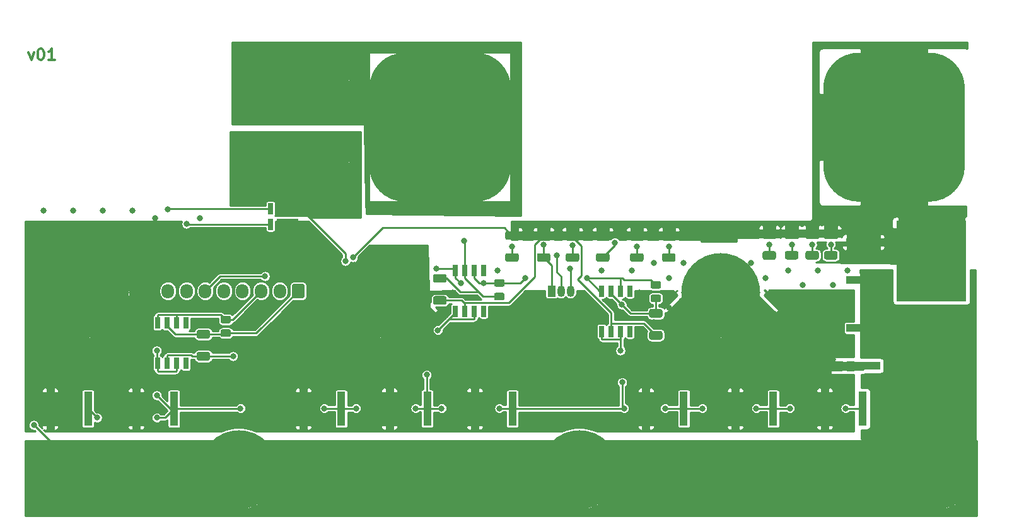
<source format=gbr>
%TF.GenerationSoftware,KiCad,Pcbnew,(5.1.9)-1*%
%TF.CreationDate,2021-01-31T20:50:21+01:00*%
%TF.ProjectId,Spotwelderix,53706f74-7765-46c6-9465-7269782e6b69,rev?*%
%TF.SameCoordinates,Original*%
%TF.FileFunction,Copper,L1,Top*%
%TF.FilePolarity,Positive*%
%FSLAX46Y46*%
G04 Gerber Fmt 4.6, Leading zero omitted, Abs format (unit mm)*
G04 Created by KiCad (PCBNEW (5.1.9)-1) date 2021-01-31 20:50:21*
%MOMM*%
%LPD*%
G01*
G04 APERTURE LIST*
%TA.AperFunction,NonConductor*%
%ADD10C,0.300000*%
%TD*%
%TA.AperFunction,SMDPad,CuDef*%
%ADD11R,0.650000X1.525000*%
%TD*%
%TA.AperFunction,ComponentPad*%
%ADD12C,0.800000*%
%TD*%
%TA.AperFunction,ComponentPad*%
%ADD13C,6.400000*%
%TD*%
%TA.AperFunction,ComponentPad*%
%ADD14C,0.900000*%
%TD*%
%TA.AperFunction,ComponentPad*%
%ADD15C,10.600000*%
%TD*%
%TA.AperFunction,SMDPad,CuDef*%
%ADD16R,10.800000X9.400000*%
%TD*%
%TA.AperFunction,SMDPad,CuDef*%
%ADD17R,1.100000X4.600000*%
%TD*%
%TA.AperFunction,SMDPad,CuDef*%
%ADD18R,4.600000X1.100000*%
%TD*%
%TA.AperFunction,SMDPad,CuDef*%
%ADD19R,9.400000X10.800000*%
%TD*%
%TA.AperFunction,ComponentPad*%
%ADD20O,1.700000X1.950000*%
%TD*%
%TA.AperFunction,SMDPad,CuDef*%
%ADD21R,2.950000X1.495000*%
%TD*%
%TA.AperFunction,SMDPad,CuDef*%
%ADD22R,0.700000X1.495000*%
%TD*%
%TA.AperFunction,ComponentPad*%
%ADD23O,1.050000X1.500000*%
%TD*%
%TA.AperFunction,ComponentPad*%
%ADD24R,1.050000X1.500000*%
%TD*%
%TA.AperFunction,ViaPad*%
%ADD25C,0.800000*%
%TD*%
%TA.AperFunction,Conductor*%
%ADD26C,0.250000*%
%TD*%
%TA.AperFunction,Conductor*%
%ADD27C,0.254000*%
%TD*%
%TA.AperFunction,Conductor*%
%ADD28C,0.100000*%
%TD*%
G04 APERTURE END LIST*
D10*
X76954285Y-66988571D02*
X77311428Y-67988571D01*
X77668571Y-66988571D01*
X78525714Y-66488571D02*
X78668571Y-66488571D01*
X78811428Y-66560000D01*
X78882857Y-66631428D01*
X78954285Y-66774285D01*
X79025714Y-67060000D01*
X79025714Y-67417142D01*
X78954285Y-67702857D01*
X78882857Y-67845714D01*
X78811428Y-67917142D01*
X78668571Y-67988571D01*
X78525714Y-67988571D01*
X78382857Y-67917142D01*
X78311428Y-67845714D01*
X78240000Y-67702857D01*
X78168571Y-67417142D01*
X78168571Y-67060000D01*
X78240000Y-66774285D01*
X78311428Y-66631428D01*
X78382857Y-66560000D01*
X78525714Y-66488571D01*
X80454285Y-67988571D02*
X79597142Y-67988571D01*
X80025714Y-67988571D02*
X80025714Y-66488571D01*
X79882857Y-66702857D01*
X79740000Y-66845714D01*
X79597142Y-66917142D01*
%TO.P,C13,2*%
%TO.N,GND*%
%TA.AperFunction,SMDPad,CuDef*%
G36*
G01*
X101070001Y-105395000D02*
X99769999Y-105395000D01*
G75*
G02*
X99520000Y-105145001I0J249999D01*
G01*
X99520000Y-104494999D01*
G75*
G02*
X99769999Y-104245000I249999J0D01*
G01*
X101070001Y-104245000D01*
G75*
G02*
X101320000Y-104494999I0J-249999D01*
G01*
X101320000Y-105145001D01*
G75*
G02*
X101070001Y-105395000I-249999J0D01*
G01*
G37*
%TD.AperFunction*%
%TO.P,C13,1*%
%TO.N,VCC*%
%TA.AperFunction,SMDPad,CuDef*%
G36*
G01*
X101070001Y-108345000D02*
X99769999Y-108345000D01*
G75*
G02*
X99520000Y-108095001I0J249999D01*
G01*
X99520000Y-107444999D01*
G75*
G02*
X99769999Y-107195000I249999J0D01*
G01*
X101070001Y-107195000D01*
G75*
G02*
X101320000Y-107444999I0J-249999D01*
G01*
X101320000Y-108095001D01*
G75*
G02*
X101070001Y-108345000I-249999J0D01*
G01*
G37*
%TD.AperFunction*%
%TD*%
%TO.P,C12,2*%
%TO.N,GND*%
%TA.AperFunction,SMDPad,CuDef*%
G36*
G01*
X132820001Y-97895000D02*
X131519999Y-97895000D01*
G75*
G02*
X131270000Y-97645001I0J249999D01*
G01*
X131270000Y-96994999D01*
G75*
G02*
X131519999Y-96745000I249999J0D01*
G01*
X132820001Y-96745000D01*
G75*
G02*
X133070000Y-96994999I0J-249999D01*
G01*
X133070000Y-97645001D01*
G75*
G02*
X132820001Y-97895000I-249999J0D01*
G01*
G37*
%TD.AperFunction*%
%TO.P,C12,1*%
%TO.N,VCC*%
%TA.AperFunction,SMDPad,CuDef*%
G36*
G01*
X132820001Y-100845000D02*
X131519999Y-100845000D01*
G75*
G02*
X131270000Y-100595001I0J249999D01*
G01*
X131270000Y-99944999D01*
G75*
G02*
X131519999Y-99695000I249999J0D01*
G01*
X132820001Y-99695000D01*
G75*
G02*
X133070000Y-99944999I0J-249999D01*
G01*
X133070000Y-100595001D01*
G75*
G02*
X132820001Y-100845000I-249999J0D01*
G01*
G37*
%TD.AperFunction*%
%TD*%
%TO.P,C11,2*%
%TO.N,GND*%
%TA.AperFunction,SMDPad,CuDef*%
G36*
G01*
X161820001Y-102595000D02*
X160519999Y-102595000D01*
G75*
G02*
X160270000Y-102345001I0J249999D01*
G01*
X160270000Y-101694999D01*
G75*
G02*
X160519999Y-101445000I249999J0D01*
G01*
X161820001Y-101445000D01*
G75*
G02*
X162070000Y-101694999I0J-249999D01*
G01*
X162070000Y-102345001D01*
G75*
G02*
X161820001Y-102595000I-249999J0D01*
G01*
G37*
%TD.AperFunction*%
%TO.P,C11,1*%
%TO.N,VCC*%
%TA.AperFunction,SMDPad,CuDef*%
G36*
G01*
X161820001Y-105545000D02*
X160519999Y-105545000D01*
G75*
G02*
X160270000Y-105295001I0J249999D01*
G01*
X160270000Y-104644999D01*
G75*
G02*
X160519999Y-104395000I249999J0D01*
G01*
X161820001Y-104395000D01*
G75*
G02*
X162070000Y-104644999I0J-249999D01*
G01*
X162070000Y-105295001D01*
G75*
G02*
X161820001Y-105545000I-249999J0D01*
G01*
G37*
%TD.AperFunction*%
%TD*%
%TO.P,R4,2*%
%TO.N,GND*%
%TA.AperFunction,SMDPad,CuDef*%
G36*
G01*
X160719999Y-99507500D02*
X161620001Y-99507500D01*
G75*
G02*
X161870000Y-99757499I0J-249999D01*
G01*
X161870000Y-100282501D01*
G75*
G02*
X161620001Y-100532500I-249999J0D01*
G01*
X160719999Y-100532500D01*
G75*
G02*
X160470000Y-100282501I0J249999D01*
G01*
X160470000Y-99757499D01*
G75*
G02*
X160719999Y-99507500I249999J0D01*
G01*
G37*
%TD.AperFunction*%
%TO.P,R4,1*%
%TO.N,Gate_logic*%
%TA.AperFunction,SMDPad,CuDef*%
G36*
G01*
X160719999Y-97682500D02*
X161620001Y-97682500D01*
G75*
G02*
X161870000Y-97932499I0J-249999D01*
G01*
X161870000Y-98457501D01*
G75*
G02*
X161620001Y-98707500I-249999J0D01*
G01*
X160719999Y-98707500D01*
G75*
G02*
X160470000Y-98457501I0J249999D01*
G01*
X160470000Y-97932499D01*
G75*
G02*
X160719999Y-97682500I249999J0D01*
G01*
G37*
%TD.AperFunction*%
%TD*%
%TO.P,R3,2*%
%TO.N,GND*%
%TA.AperFunction,SMDPad,CuDef*%
G36*
G01*
X102969999Y-104170000D02*
X103870001Y-104170000D01*
G75*
G02*
X104120000Y-104419999I0J-249999D01*
G01*
X104120000Y-104945001D01*
G75*
G02*
X103870001Y-105195000I-249999J0D01*
G01*
X102969999Y-105195000D01*
G75*
G02*
X102720000Y-104945001I0J249999D01*
G01*
X102720000Y-104419999D01*
G75*
G02*
X102969999Y-104170000I249999J0D01*
G01*
G37*
%TD.AperFunction*%
%TO.P,R3,1*%
%TO.N,Gate_logic*%
%TA.AperFunction,SMDPad,CuDef*%
G36*
G01*
X102969999Y-102345000D02*
X103870001Y-102345000D01*
G75*
G02*
X104120000Y-102594999I0J-249999D01*
G01*
X104120000Y-103120001D01*
G75*
G02*
X103870001Y-103370000I-249999J0D01*
G01*
X102969999Y-103370000D01*
G75*
G02*
X102720000Y-103120001I0J249999D01*
G01*
X102720000Y-102594999D01*
G75*
G02*
X102969999Y-102345000I249999J0D01*
G01*
G37*
%TD.AperFunction*%
%TD*%
%TO.P,R2,2*%
%TO.N,GND*%
%TA.AperFunction,SMDPad,CuDef*%
G36*
G01*
X139719999Y-99257500D02*
X140620001Y-99257500D01*
G75*
G02*
X140870000Y-99507499I0J-249999D01*
G01*
X140870000Y-100032501D01*
G75*
G02*
X140620001Y-100282500I-249999J0D01*
G01*
X139719999Y-100282500D01*
G75*
G02*
X139470000Y-100032501I0J249999D01*
G01*
X139470000Y-99507499D01*
G75*
G02*
X139719999Y-99257500I249999J0D01*
G01*
G37*
%TD.AperFunction*%
%TO.P,R2,1*%
%TO.N,Gate_logic*%
%TA.AperFunction,SMDPad,CuDef*%
G36*
G01*
X139719999Y-97432500D02*
X140620001Y-97432500D01*
G75*
G02*
X140870000Y-97682499I0J-249999D01*
G01*
X140870000Y-98207501D01*
G75*
G02*
X140620001Y-98457500I-249999J0D01*
G01*
X139719999Y-98457500D01*
G75*
G02*
X139470000Y-98207501I0J249999D01*
G01*
X139470000Y-97682499D01*
G75*
G02*
X139719999Y-97432500I249999J0D01*
G01*
G37*
%TD.AperFunction*%
%TD*%
D11*
%TO.P,IC3,8*%
%TO.N,Net-(IC3-Pad8)*%
X157710000Y-104444000D03*
%TO.P,IC3,7*%
%TO.N,Gate*%
X156440000Y-104444000D03*
%TO.P,IC3,6*%
%TO.N,VCC*%
X155170000Y-104444000D03*
%TO.P,IC3,5*%
%TO.N,Gate*%
X153900000Y-104444000D03*
%TO.P,IC3,4*%
%TO.N,Gate_logic*%
X153900000Y-99020000D03*
%TO.P,IC3,3*%
%TO.N,GND*%
X155170000Y-99020000D03*
%TO.P,IC3,2*%
%TO.N,Gate_logic*%
X156440000Y-99020000D03*
%TO.P,IC3,1*%
%TO.N,Net-(IC3-Pad1)*%
X157710000Y-99020000D03*
%TD*%
%TO.P,IC2,8*%
%TO.N,Net-(IC2-Pad8)*%
X98075000Y-108732000D03*
%TO.P,IC2,7*%
%TO.N,Gate*%
X96805000Y-108732000D03*
%TO.P,IC2,6*%
%TO.N,VCC*%
X95535000Y-108732000D03*
%TO.P,IC2,5*%
%TO.N,Gate*%
X94265000Y-108732000D03*
%TO.P,IC2,4*%
%TO.N,Gate_logic*%
X94265000Y-103308000D03*
%TO.P,IC2,3*%
%TO.N,GND*%
X95535000Y-103308000D03*
%TO.P,IC2,2*%
%TO.N,Gate_logic*%
X96805000Y-103308000D03*
%TO.P,IC2,1*%
%TO.N,Net-(IC2-Pad1)*%
X98075000Y-103308000D03*
%TD*%
D12*
%TO.P,H7,1*%
%TO.N,GND*%
X118537056Y-80322944D03*
X116840000Y-79620000D03*
X115142944Y-80322944D03*
X114440000Y-82020000D03*
X115142944Y-83717056D03*
X116840000Y-84420000D03*
X118537056Y-83717056D03*
X119240000Y-82020000D03*
D13*
X116840000Y-82020000D03*
%TD*%
D12*
%TO.P,H2,1*%
%TO.N,+BATT*%
X118537056Y-69322944D03*
X116840000Y-68620000D03*
X115142944Y-69322944D03*
X114440000Y-71020000D03*
X115142944Y-72717056D03*
X116840000Y-73420000D03*
X118537056Y-72717056D03*
X119240000Y-71020000D03*
D13*
X116840000Y-71020000D03*
%TD*%
D14*
%TO.P,H6,1*%
%TO.N,FET_GND*%
X172730749Y-96459251D03*
X169920000Y-95295000D03*
X167109251Y-96459251D03*
X165945000Y-99270000D03*
X167109251Y-102080749D03*
X169920000Y-103245000D03*
X172730749Y-102080749D03*
X173895000Y-99270000D03*
D15*
X169920000Y-99270000D03*
%TD*%
D14*
%TO.P,H5,1*%
%TO.N,FET_GND*%
X126980749Y-96459251D03*
X124170000Y-95295000D03*
X121359251Y-96459251D03*
X120195000Y-99270000D03*
X121359251Y-102080749D03*
X124170000Y-103245000D03*
X126980749Y-102080749D03*
X128145000Y-99270000D03*
D15*
X124170000Y-99270000D03*
%TD*%
D14*
%TO.P,H4,1*%
%TO.N,FET_GND*%
X87980749Y-96459251D03*
X85170000Y-95295000D03*
X82359251Y-96459251D03*
X81195000Y-99270000D03*
X82359251Y-102080749D03*
X85170000Y-103245000D03*
X87980749Y-102080749D03*
X89145000Y-99270000D03*
D15*
X85170000Y-99270000D03*
%TD*%
D14*
%TO.P,H3,1*%
%TO.N,Probe-*%
X153730749Y-120209251D03*
X150920000Y-119045000D03*
X148109251Y-120209251D03*
X146945000Y-123020000D03*
X148109251Y-125830749D03*
X150920000Y-126995000D03*
X153730749Y-125830749D03*
X154895000Y-123020000D03*
D15*
X150920000Y-123020000D03*
%TD*%
D14*
%TO.P,H1,1*%
%TO.N,Probe-*%
X107980749Y-120209251D03*
X105170000Y-119045000D03*
X102359251Y-120209251D03*
X101195000Y-123020000D03*
X102359251Y-125830749D03*
X105170000Y-126995000D03*
X107980749Y-125830749D03*
X109145000Y-123020000D03*
D15*
X105170000Y-123020000D03*
%TD*%
D16*
%TO.P,Q8,2*%
%TO.N,Probe-*%
X127945000Y-123987000D03*
D17*
%TO.P,Q8,3*%
%TO.N,FET_GND*%
X125405000Y-114837000D03*
%TO.P,Q8,1*%
%TO.N,Gate*%
X130485000Y-114837000D03*
%TD*%
D16*
%TO.P,Q7,2*%
%TO.N,Probe-*%
X162395000Y-123987000D03*
D17*
%TO.P,Q7,3*%
%TO.N,FET_GND*%
X159855000Y-114837000D03*
%TO.P,Q7,1*%
%TO.N,Gate*%
X164935000Y-114837000D03*
%TD*%
D16*
%TO.P,Q6,2*%
%TO.N,Probe-*%
X186395000Y-123987000D03*
D17*
%TO.P,Q6,3*%
%TO.N,FET_GND*%
X183855000Y-114837000D03*
%TO.P,Q6,1*%
%TO.N,Gate*%
X188935000Y-114837000D03*
%TD*%
D16*
%TO.P,Q5,2*%
%TO.N,Probe-*%
X93945000Y-123987000D03*
D17*
%TO.P,Q5,3*%
%TO.N,FET_GND*%
X91405000Y-114837000D03*
%TO.P,Q5,1*%
%TO.N,Gate*%
X96485000Y-114837000D03*
%TD*%
D16*
%TO.P,Q4,2*%
%TO.N,Probe-*%
X139395000Y-123987000D03*
D17*
%TO.P,Q4,3*%
%TO.N,FET_GND*%
X136855000Y-114837000D03*
%TO.P,Q4,1*%
%TO.N,Gate*%
X141935000Y-114837000D03*
%TD*%
D16*
%TO.P,Q3,2*%
%TO.N,Probe-*%
X82395000Y-123987000D03*
D17*
%TO.P,Q3,3*%
%TO.N,FET_GND*%
X79855000Y-114837000D03*
%TO.P,Q3,1*%
%TO.N,Gate*%
X84935000Y-114837000D03*
%TD*%
D16*
%TO.P,Q2,2*%
%TO.N,Probe-*%
X174395000Y-123987000D03*
D17*
%TO.P,Q2,3*%
%TO.N,FET_GND*%
X171855000Y-114837000D03*
%TO.P,Q2,1*%
%TO.N,Gate*%
X176935000Y-114837000D03*
%TD*%
D16*
%TO.P,Q1,2*%
%TO.N,Probe-*%
X116395000Y-123987000D03*
D17*
%TO.P,Q1,3*%
%TO.N,FET_GND*%
X113855000Y-114837000D03*
%TO.P,Q1,1*%
%TO.N,Gate*%
X118935000Y-114837000D03*
%TD*%
%TO.P,C1,2*%
%TO.N,GND*%
%TA.AperFunction,SMDPad,CuDef*%
G36*
G01*
X175769999Y-93670000D02*
X177070001Y-93670000D01*
G75*
G02*
X177320000Y-93919999I0J-249999D01*
G01*
X177320000Y-94570001D01*
G75*
G02*
X177070001Y-94820000I-249999J0D01*
G01*
X175769999Y-94820000D01*
G75*
G02*
X175520000Y-94570001I0J249999D01*
G01*
X175520000Y-93919999D01*
G75*
G02*
X175769999Y-93670000I249999J0D01*
G01*
G37*
%TD.AperFunction*%
%TO.P,C1,1*%
%TO.N,VCC*%
%TA.AperFunction,SMDPad,CuDef*%
G36*
G01*
X175769999Y-90720000D02*
X177070001Y-90720000D01*
G75*
G02*
X177320000Y-90969999I0J-249999D01*
G01*
X177320000Y-91620001D01*
G75*
G02*
X177070001Y-91870000I-249999J0D01*
G01*
X175769999Y-91870000D01*
G75*
G02*
X175520000Y-91620001I0J249999D01*
G01*
X175520000Y-90969999D01*
G75*
G02*
X175769999Y-90720000I249999J0D01*
G01*
G37*
%TD.AperFunction*%
%TD*%
%TO.P,C2,1*%
%TO.N,VCC*%
%TA.AperFunction,SMDPad,CuDef*%
G36*
G01*
X153403999Y-90995000D02*
X154704001Y-90995000D01*
G75*
G02*
X154954000Y-91244999I0J-249999D01*
G01*
X154954000Y-91895001D01*
G75*
G02*
X154704001Y-92145000I-249999J0D01*
G01*
X153403999Y-92145000D01*
G75*
G02*
X153154000Y-91895001I0J249999D01*
G01*
X153154000Y-91244999D01*
G75*
G02*
X153403999Y-90995000I249999J0D01*
G01*
G37*
%TD.AperFunction*%
%TO.P,C2,2*%
%TO.N,GND*%
%TA.AperFunction,SMDPad,CuDef*%
G36*
G01*
X153403999Y-93945000D02*
X154704001Y-93945000D01*
G75*
G02*
X154954000Y-94194999I0J-249999D01*
G01*
X154954000Y-94845001D01*
G75*
G02*
X154704001Y-95095000I-249999J0D01*
G01*
X153403999Y-95095000D01*
G75*
G02*
X153154000Y-94845001I0J249999D01*
G01*
X153154000Y-94194999D01*
G75*
G02*
X153403999Y-93945000I249999J0D01*
G01*
G37*
%TD.AperFunction*%
%TD*%
%TO.P,C3,2*%
%TO.N,GND*%
%TA.AperFunction,SMDPad,CuDef*%
G36*
G01*
X181519999Y-93645000D02*
X182820001Y-93645000D01*
G75*
G02*
X183070000Y-93894999I0J-249999D01*
G01*
X183070000Y-94545001D01*
G75*
G02*
X182820001Y-94795000I-249999J0D01*
G01*
X181519999Y-94795000D01*
G75*
G02*
X181270000Y-94545001I0J249999D01*
G01*
X181270000Y-93894999D01*
G75*
G02*
X181519999Y-93645000I249999J0D01*
G01*
G37*
%TD.AperFunction*%
%TO.P,C3,1*%
%TO.N,VCC*%
%TA.AperFunction,SMDPad,CuDef*%
G36*
G01*
X181519999Y-90695000D02*
X182820001Y-90695000D01*
G75*
G02*
X183070000Y-90944999I0J-249999D01*
G01*
X183070000Y-91595001D01*
G75*
G02*
X182820001Y-91845000I-249999J0D01*
G01*
X181519999Y-91845000D01*
G75*
G02*
X181270000Y-91595001I0J249999D01*
G01*
X181270000Y-90944999D01*
G75*
G02*
X181519999Y-90695000I249999J0D01*
G01*
G37*
%TD.AperFunction*%
%TD*%
%TO.P,C4,1*%
%TO.N,VCC*%
%TA.AperFunction,SMDPad,CuDef*%
G36*
G01*
X162269999Y-90995000D02*
X163570001Y-90995000D01*
G75*
G02*
X163820000Y-91244999I0J-249999D01*
G01*
X163820000Y-91895001D01*
G75*
G02*
X163570001Y-92145000I-249999J0D01*
G01*
X162269999Y-92145000D01*
G75*
G02*
X162020000Y-91895001I0J249999D01*
G01*
X162020000Y-91244999D01*
G75*
G02*
X162269999Y-90995000I249999J0D01*
G01*
G37*
%TD.AperFunction*%
%TO.P,C4,2*%
%TO.N,GND*%
%TA.AperFunction,SMDPad,CuDef*%
G36*
G01*
X162269999Y-93945000D02*
X163570001Y-93945000D01*
G75*
G02*
X163820000Y-94194999I0J-249999D01*
G01*
X163820000Y-94845001D01*
G75*
G02*
X163570001Y-95095000I-249999J0D01*
G01*
X162269999Y-95095000D01*
G75*
G02*
X162020000Y-94845001I0J249999D01*
G01*
X162020000Y-94194999D01*
G75*
G02*
X162269999Y-93945000I249999J0D01*
G01*
G37*
%TD.AperFunction*%
%TD*%
%TO.P,C5,2*%
%TO.N,GND*%
%TA.AperFunction,SMDPad,CuDef*%
G36*
G01*
X157975999Y-93945000D02*
X159276001Y-93945000D01*
G75*
G02*
X159526000Y-94194999I0J-249999D01*
G01*
X159526000Y-94845001D01*
G75*
G02*
X159276001Y-95095000I-249999J0D01*
G01*
X157975999Y-95095000D01*
G75*
G02*
X157726000Y-94845001I0J249999D01*
G01*
X157726000Y-94194999D01*
G75*
G02*
X157975999Y-93945000I249999J0D01*
G01*
G37*
%TD.AperFunction*%
%TO.P,C5,1*%
%TO.N,VCC*%
%TA.AperFunction,SMDPad,CuDef*%
G36*
G01*
X157975999Y-90995000D02*
X159276001Y-90995000D01*
G75*
G02*
X159526000Y-91244999I0J-249999D01*
G01*
X159526000Y-91895001D01*
G75*
G02*
X159276001Y-92145000I-249999J0D01*
G01*
X157975999Y-92145000D01*
G75*
G02*
X157726000Y-91895001I0J249999D01*
G01*
X157726000Y-91244999D01*
G75*
G02*
X157975999Y-90995000I249999J0D01*
G01*
G37*
%TD.AperFunction*%
%TD*%
%TO.P,C6,1*%
%TO.N,VCC*%
%TA.AperFunction,SMDPad,CuDef*%
G36*
G01*
X145470998Y-90995000D02*
X146771000Y-90995000D01*
G75*
G02*
X147020999Y-91244999I0J-249999D01*
G01*
X147020999Y-91895001D01*
G75*
G02*
X146771000Y-92145000I-249999J0D01*
G01*
X145470998Y-92145000D01*
G75*
G02*
X145220999Y-91895001I0J249999D01*
G01*
X145220999Y-91244999D01*
G75*
G02*
X145470998Y-90995000I249999J0D01*
G01*
G37*
%TD.AperFunction*%
%TO.P,C6,2*%
%TO.N,GND*%
%TA.AperFunction,SMDPad,CuDef*%
G36*
G01*
X145470998Y-93945000D02*
X146771000Y-93945000D01*
G75*
G02*
X147020999Y-94194999I0J-249999D01*
G01*
X147020999Y-94845001D01*
G75*
G02*
X146771000Y-95095000I-249999J0D01*
G01*
X145470998Y-95095000D01*
G75*
G02*
X145220999Y-94845001I0J249999D01*
G01*
X145220999Y-94194999D01*
G75*
G02*
X145470998Y-93945000I249999J0D01*
G01*
G37*
%TD.AperFunction*%
%TD*%
%TO.P,C7,2*%
%TO.N,GND*%
%TA.AperFunction,SMDPad,CuDef*%
G36*
G01*
X184019999Y-93645000D02*
X185320001Y-93645000D01*
G75*
G02*
X185570000Y-93894999I0J-249999D01*
G01*
X185570000Y-94545001D01*
G75*
G02*
X185320001Y-94795000I-249999J0D01*
G01*
X184019999Y-94795000D01*
G75*
G02*
X183770000Y-94545001I0J249999D01*
G01*
X183770000Y-93894999D01*
G75*
G02*
X184019999Y-93645000I249999J0D01*
G01*
G37*
%TD.AperFunction*%
%TO.P,C7,1*%
%TO.N,VCC*%
%TA.AperFunction,SMDPad,CuDef*%
G36*
G01*
X184019999Y-90695000D02*
X185320001Y-90695000D01*
G75*
G02*
X185570000Y-90944999I0J-249999D01*
G01*
X185570000Y-91595001D01*
G75*
G02*
X185320001Y-91845000I-249999J0D01*
G01*
X184019999Y-91845000D01*
G75*
G02*
X183770000Y-91595001I0J249999D01*
G01*
X183770000Y-90944999D01*
G75*
G02*
X184019999Y-90695000I249999J0D01*
G01*
G37*
%TD.AperFunction*%
%TD*%
%TO.P,C8,1*%
%TO.N,VCC*%
%TA.AperFunction,SMDPad,CuDef*%
G36*
G01*
X149339999Y-90995000D02*
X150640001Y-90995000D01*
G75*
G02*
X150890000Y-91244999I0J-249999D01*
G01*
X150890000Y-91895001D01*
G75*
G02*
X150640001Y-92145000I-249999J0D01*
G01*
X149339999Y-92145000D01*
G75*
G02*
X149090000Y-91895001I0J249999D01*
G01*
X149090000Y-91244999D01*
G75*
G02*
X149339999Y-90995000I249999J0D01*
G01*
G37*
%TD.AperFunction*%
%TO.P,C8,2*%
%TO.N,GND*%
%TA.AperFunction,SMDPad,CuDef*%
G36*
G01*
X149339999Y-93945000D02*
X150640001Y-93945000D01*
G75*
G02*
X150890000Y-94194999I0J-249999D01*
G01*
X150890000Y-94845001D01*
G75*
G02*
X150640001Y-95095000I-249999J0D01*
G01*
X149339999Y-95095000D01*
G75*
G02*
X149090000Y-94845001I0J249999D01*
G01*
X149090000Y-94194999D01*
G75*
G02*
X149339999Y-93945000I249999J0D01*
G01*
G37*
%TD.AperFunction*%
%TD*%
%TO.P,C9,2*%
%TO.N,GND*%
%TA.AperFunction,SMDPad,CuDef*%
G36*
G01*
X178769999Y-93645000D02*
X180070001Y-93645000D01*
G75*
G02*
X180320000Y-93894999I0J-249999D01*
G01*
X180320000Y-94545001D01*
G75*
G02*
X180070001Y-94795000I-249999J0D01*
G01*
X178769999Y-94795000D01*
G75*
G02*
X178520000Y-94545001I0J249999D01*
G01*
X178520000Y-93894999D01*
G75*
G02*
X178769999Y-93645000I249999J0D01*
G01*
G37*
%TD.AperFunction*%
%TO.P,C9,1*%
%TO.N,VCC*%
%TA.AperFunction,SMDPad,CuDef*%
G36*
G01*
X178769999Y-90695000D02*
X180070001Y-90695000D01*
G75*
G02*
X180320000Y-90944999I0J-249999D01*
G01*
X180320000Y-91595001D01*
G75*
G02*
X180070001Y-91845000I-249999J0D01*
G01*
X178769999Y-91845000D01*
G75*
G02*
X178520000Y-91595001I0J249999D01*
G01*
X178520000Y-90944999D01*
G75*
G02*
X178769999Y-90695000I249999J0D01*
G01*
G37*
%TD.AperFunction*%
%TD*%
%TO.P,C10,1*%
%TO.N,VCC*%
%TA.AperFunction,SMDPad,CuDef*%
G36*
G01*
X141211999Y-90995000D02*
X142512001Y-90995000D01*
G75*
G02*
X142762000Y-91244999I0J-249999D01*
G01*
X142762000Y-91895001D01*
G75*
G02*
X142512001Y-92145000I-249999J0D01*
G01*
X141211999Y-92145000D01*
G75*
G02*
X140962000Y-91895001I0J249999D01*
G01*
X140962000Y-91244999D01*
G75*
G02*
X141211999Y-90995000I249999J0D01*
G01*
G37*
%TD.AperFunction*%
%TO.P,C10,2*%
%TO.N,GND*%
%TA.AperFunction,SMDPad,CuDef*%
G36*
G01*
X141211999Y-93945000D02*
X142512001Y-93945000D01*
G75*
G02*
X142762000Y-94194999I0J-249999D01*
G01*
X142762000Y-94845001D01*
G75*
G02*
X142512001Y-95095000I-249999J0D01*
G01*
X141211999Y-95095000D01*
G75*
G02*
X140962000Y-94845001I0J249999D01*
G01*
X140962000Y-94194999D01*
G75*
G02*
X141211999Y-93945000I249999J0D01*
G01*
G37*
%TD.AperFunction*%
%TD*%
D18*
%TO.P,D1,1*%
%TO.N,Probe-*%
X189020000Y-103980000D03*
%TO.P,D1,2*%
%TO.N,FET_GND*%
X189020000Y-109060000D03*
D19*
%TO.P,D1,1*%
%TO.N,Probe-*%
X198170000Y-106520000D03*
%TD*%
D18*
%TO.P,D3,1*%
%TO.N,VCC*%
X189043000Y-92480000D03*
%TO.P,D3,2*%
%TO.N,Probe-*%
X189043000Y-97560000D03*
D19*
%TO.P,D3,1*%
%TO.N,VCC*%
X198193000Y-95020000D03*
%TD*%
%TO.P,F1,1*%
%TO.N,VCC*%
%TA.AperFunction,ComponentPad*%
G36*
G01*
X202675000Y-71767500D02*
X202675000Y-82272500D01*
G75*
G02*
X197922500Y-87025000I-4752500J0D01*
G01*
X188417500Y-87025000D01*
G75*
G02*
X183665000Y-82272500I0J4752500D01*
G01*
X183665000Y-71767500D01*
G75*
G02*
X188417500Y-67015000I4752500J0D01*
G01*
X197922500Y-67015000D01*
G75*
G02*
X202675000Y-71767500I0J-4752500D01*
G01*
G37*
%TD.AperFunction*%
%TO.P,F1,2*%
%TO.N,+BATT*%
%TA.AperFunction,ComponentPad*%
G36*
G01*
X141715000Y-71767500D02*
X141715000Y-82272500D01*
G75*
G02*
X136962500Y-87025000I-4752500J0D01*
G01*
X127457500Y-87025000D01*
G75*
G02*
X122705000Y-82272500I0J4752500D01*
G01*
X122705000Y-71767500D01*
G75*
G02*
X127457500Y-67015000I4752500J0D01*
G01*
X136962500Y-67015000D01*
G75*
G02*
X141715000Y-71767500I0J-4752500D01*
G01*
G37*
%TD.AperFunction*%
%TD*%
D11*
%TO.P,IC1,1*%
%TO.N,Net-(IC1-Pad1)*%
X138075000Y-96308000D03*
%TO.P,IC1,2*%
%TO.N,Gate_logic*%
X136805000Y-96308000D03*
%TO.P,IC1,3*%
%TO.N,GND*%
X135535000Y-96308000D03*
%TO.P,IC1,4*%
%TO.N,Gate_logic*%
X134265000Y-96308000D03*
%TO.P,IC1,5*%
%TO.N,Gate*%
X134265000Y-101732000D03*
%TO.P,IC1,6*%
%TO.N,VCC*%
X135535000Y-101732000D03*
%TO.P,IC1,7*%
%TO.N,Gate*%
X136805000Y-101732000D03*
%TO.P,IC1,8*%
%TO.N,Net-(IC1-Pad8)*%
X138075000Y-101732000D03*
%TD*%
D14*
%TO.P,J4,1*%
%TO.N,Probe-*%
X201730749Y-120209251D03*
X198920000Y-119045000D03*
X196109251Y-120209251D03*
X194945000Y-123020000D03*
X196109251Y-125830749D03*
X198920000Y-126995000D03*
X201730749Y-125830749D03*
X202895000Y-123020000D03*
D15*
X198920000Y-123020000D03*
%TD*%
D20*
%TO.P,P1,8*%
%TO.N,R_Schunt_L*%
X95670000Y-99020000D03*
%TO.P,P1,7*%
%TO.N,R_Schunt_H*%
X98170000Y-99020000D03*
%TO.P,P1,6*%
%TO.N,+5V*%
X100670000Y-99020000D03*
%TO.P,P1,5*%
%TO.N,Probe-*%
X103170000Y-99020000D03*
%TO.P,P1,4*%
%TO.N,Dallas*%
X105670000Y-99020000D03*
%TO.P,P1,3*%
%TO.N,Gate_logic*%
X108170000Y-99020000D03*
%TO.P,P1,2*%
%TO.N,VCC*%
X110670000Y-99020000D03*
%TO.P,P1,1*%
%TO.N,GND*%
%TA.AperFunction,ComponentPad*%
G36*
G01*
X114020000Y-98295000D02*
X114020000Y-99745000D01*
G75*
G02*
X113770000Y-99995000I-250000J0D01*
G01*
X112570000Y-99995000D01*
G75*
G02*
X112320000Y-99745000I0J250000D01*
G01*
X112320000Y-98295000D01*
G75*
G02*
X112570000Y-98045000I250000J0D01*
G01*
X113770000Y-98045000D01*
G75*
G02*
X114020000Y-98295000I0J-250000D01*
G01*
G37*
%TD.AperFunction*%
%TD*%
D21*
%TO.P,R1,4*%
%TO.N,FET_GND*%
X111770000Y-90073000D03*
D22*
%TO.P,R1,3*%
%TO.N,R_Schunt_H*%
X109445000Y-90073000D03*
%TO.P,R1,2*%
%TO.N,R_Schunt_L*%
X109445000Y-87967000D03*
D21*
%TO.P,R1,1*%
%TO.N,GND*%
X111770000Y-87967000D03*
%TD*%
D23*
%TO.P,U1,2*%
%TO.N,Dallas*%
X148440000Y-99020000D03*
%TO.P,U1,3*%
%TO.N,+5V*%
X149710000Y-99020000D03*
D24*
%TO.P,U1,1*%
%TO.N,GND*%
X147170000Y-99020000D03*
%TD*%
D25*
%TO.N,GND*%
X184670000Y-92770000D03*
X182170000Y-92770000D03*
X179420000Y-92770000D03*
X176420000Y-92770000D03*
X162920000Y-93020000D03*
X158626000Y-93064000D03*
X146120999Y-92819001D03*
X141862000Y-93078000D03*
X149990000Y-92840000D03*
X135420000Y-92270000D03*
X156593749Y-100846251D03*
X155670000Y-92520000D03*
X119500000Y-95000000D03*
%TO.N,VCC*%
X104420000Y-107770000D03*
X120500000Y-94500000D03*
%TO.N,Gate_logic*%
X143670000Y-97270000D03*
X151920000Y-97270000D03*
X131670000Y-96020000D03*
X135000000Y-98000000D03*
X138055000Y-97945000D03*
%TO.N,Gate*%
X86170000Y-116020000D03*
X94170000Y-116020000D03*
X94170000Y-113020000D03*
X94170000Y-107020000D03*
X105420000Y-114770000D03*
X116670000Y-114770000D03*
X120920000Y-114770000D03*
X128920000Y-114770000D03*
X132420000Y-114770000D03*
X140170000Y-114770000D03*
X156920000Y-114770000D03*
X162420000Y-114770000D03*
X167420000Y-114770000D03*
X174670000Y-114770000D03*
X179170000Y-114770000D03*
X186670000Y-114770000D03*
X156420000Y-107020000D03*
X156670000Y-111270000D03*
X131920000Y-104270000D03*
X130420000Y-110270000D03*
%TO.N,Dallas*%
X147920000Y-94270000D03*
%TO.N,+5V*%
X149670000Y-96020000D03*
X108682653Y-97032653D03*
%TO.N,R_Schunt_H*%
X98170000Y-90020000D03*
%TO.N,R_Schunt_L*%
X95670000Y-88020000D03*
%TO.N,FET_GND*%
X77930000Y-91244999D03*
X77930000Y-95244999D03*
X77930000Y-99244999D03*
X77930000Y-103244999D03*
X77930000Y-107244999D03*
X77930000Y-111244999D03*
X78930000Y-88244999D03*
X79930000Y-93244999D03*
X79930000Y-105244999D03*
X79930000Y-109244999D03*
X80930000Y-90244999D03*
X81930000Y-107244999D03*
X81930000Y-111244999D03*
X82930000Y-88244999D03*
X82930000Y-92244999D03*
X82930000Y-114244999D03*
X83930000Y-105244999D03*
X83930000Y-109244999D03*
X84930000Y-90244999D03*
X85930000Y-107244999D03*
X85930000Y-111244999D03*
X86930000Y-88244999D03*
X86930000Y-92244999D03*
X86930000Y-114244999D03*
X87930000Y-105244999D03*
X87930000Y-109244999D03*
X88930000Y-90244999D03*
X88930000Y-112244999D03*
X89930000Y-93244999D03*
X89930000Y-103244999D03*
X89930000Y-107244999D03*
X90930000Y-88244999D03*
X90930000Y-96244999D03*
X90930000Y-110244999D03*
X91930000Y-91244999D03*
X91930000Y-99244999D03*
X91930000Y-105244999D03*
X92930000Y-94244999D03*
X92930000Y-102244999D03*
X93930000Y-89244999D03*
X93930000Y-97244999D03*
X94930000Y-92244999D03*
X94930000Y-111244999D03*
X95930000Y-101244999D03*
X95930000Y-106244999D03*
X96930000Y-94244999D03*
X97930000Y-110244999D03*
X98930000Y-92244999D03*
X98930000Y-96244999D03*
X98930000Y-113244999D03*
X99930000Y-89244999D03*
X99930000Y-101244999D03*
X99930000Y-106244999D03*
X100930000Y-94244999D03*
X100930000Y-109244999D03*
X101930000Y-91244999D03*
X101930000Y-103244999D03*
X101930000Y-112244999D03*
X103930000Y-93244999D03*
X103930000Y-101244999D03*
X103930000Y-110244999D03*
X104930000Y-96244999D03*
X104930000Y-113244999D03*
X105930000Y-91244999D03*
X105930000Y-106244999D03*
X106930000Y-94244999D03*
X106930000Y-109244999D03*
X107930000Y-112244999D03*
X108930000Y-92244999D03*
X108930000Y-105244999D03*
X109930000Y-108244999D03*
X110930000Y-103244999D03*
X110930000Y-111244999D03*
X111930000Y-106244999D03*
X112930000Y-101244999D03*
X112930000Y-109244999D03*
X113930000Y-104244999D03*
X114930000Y-107244999D03*
X114930000Y-111244999D03*
X115930000Y-98244999D03*
X115930000Y-102244999D03*
X116930000Y-105244999D03*
X116930000Y-109244999D03*
X116930000Y-113244999D03*
X117930000Y-100244999D03*
X118930000Y-103244999D03*
X118930000Y-107244999D03*
X118930000Y-111244999D03*
X120930000Y-105244999D03*
X120930000Y-109244999D03*
X120930000Y-113244999D03*
X122930000Y-107244999D03*
X122930000Y-111244999D03*
X124930000Y-105244999D03*
X124930000Y-109244999D03*
X126930000Y-107244999D03*
X126930000Y-111244999D03*
X127930000Y-104244999D03*
X128930000Y-109244999D03*
X128930000Y-113244999D03*
X129930000Y-101244999D03*
X131930000Y-106244999D03*
X131930000Y-110244999D03*
X132930000Y-113244999D03*
X133930000Y-99244999D03*
X133930000Y-104244999D03*
X133930000Y-108244999D03*
X134930000Y-111244999D03*
X135930000Y-106244999D03*
X136930000Y-109244999D03*
X137930000Y-103244999D03*
X138930000Y-107244999D03*
X138930000Y-111244999D03*
X139930000Y-96244999D03*
X140930000Y-102244999D03*
X140930000Y-109244999D03*
X141930000Y-105244999D03*
X142930000Y-111244999D03*
X143930000Y-100244999D03*
X143930000Y-107244999D03*
X144930000Y-103244999D03*
X144930000Y-113244999D03*
X145930000Y-109244999D03*
X146930000Y-101244999D03*
X146930000Y-105244999D03*
X147930000Y-111244999D03*
X148930000Y-103244999D03*
X148930000Y-107244999D03*
X149930000Y-113244999D03*
X150930000Y-101244999D03*
X150930000Y-105244999D03*
X150930000Y-109244999D03*
X152930000Y-103244999D03*
X152930000Y-107244999D03*
X152930000Y-111244999D03*
X153930000Y-96244999D03*
X154930000Y-109244999D03*
X154930000Y-113244999D03*
X157930000Y-96244999D03*
X157930000Y-106244999D03*
X158930000Y-99244999D03*
X158930000Y-109244999D03*
X160930000Y-95244999D03*
X160930000Y-103244999D03*
X160930000Y-107244999D03*
X160930000Y-111244999D03*
X162930000Y-97244999D03*
X162930000Y-101244999D03*
X162930000Y-105244999D03*
X162930000Y-109244999D03*
X162930000Y-113244999D03*
X164930000Y-95244999D03*
X164930000Y-107244999D03*
X164930000Y-111244999D03*
X166930000Y-109244999D03*
X166930000Y-113244999D03*
X167930000Y-106244999D03*
X168930000Y-111244999D03*
X169930000Y-108244999D03*
X171930000Y-106244999D03*
X171930000Y-110244999D03*
X173930000Y-95244999D03*
X173930000Y-108244999D03*
X173930000Y-112244999D03*
X174930000Y-104244999D03*
X175930000Y-97244999D03*
X175930000Y-101244999D03*
X175930000Y-110244999D03*
X176930000Y-106244999D03*
X177930000Y-99244999D03*
X177930000Y-103244999D03*
X178930000Y-96244999D03*
X178930000Y-108244999D03*
X178930000Y-112244999D03*
X179930000Y-101244999D03*
X179930000Y-105244999D03*
X180930000Y-98244999D03*
X180930000Y-110244999D03*
X181930000Y-103244999D03*
X181930000Y-107244999D03*
X181930000Y-113244999D03*
X182930000Y-96244999D03*
X182930000Y-100244999D03*
X183930000Y-105244999D03*
X183930000Y-111244999D03*
X184930000Y-98244999D03*
X184930000Y-102244999D03*
X184930000Y-108244999D03*
X185930000Y-113244999D03*
X186930000Y-96244999D03*
X186930000Y-100244999D03*
X186930000Y-106244999D03*
X117930000Y-96244999D03*
%TO.N,Probe-*%
X77670000Y-117020000D03*
%TD*%
D26*
%TO.N,GND*%
X111770000Y-87967000D02*
X111770000Y-82620000D01*
X95535000Y-103710502D02*
X95535000Y-103308000D01*
X96669498Y-104845000D02*
X95535000Y-103710502D01*
X107507500Y-104682500D02*
X113170000Y-99020000D01*
X103420000Y-104682500D02*
X107507500Y-104682500D01*
X100395000Y-104845000D02*
X100420000Y-104820000D01*
X96669498Y-104845000D02*
X100395000Y-104845000D01*
X103282500Y-104820000D02*
X103420000Y-104682500D01*
X100420000Y-104820000D02*
X103282500Y-104820000D01*
X135535000Y-97320500D02*
X135535000Y-96308000D01*
X184670000Y-94220000D02*
X184670000Y-92770000D01*
X182170000Y-94220000D02*
X182170000Y-92770000D01*
X179420000Y-94220000D02*
X179420000Y-92770000D01*
X176420000Y-94245000D02*
X176420000Y-92770000D01*
X162920000Y-94520000D02*
X162920000Y-93020000D01*
X158626000Y-94520000D02*
X158626000Y-93064000D01*
X146120999Y-94520000D02*
X146120999Y-92819001D01*
X141862000Y-94520000D02*
X141862000Y-93078000D01*
X161170000Y-100020000D02*
X161170000Y-102020000D01*
X161170000Y-102020000D02*
X157767498Y-102020000D01*
X149990000Y-94520000D02*
X149990000Y-92840000D01*
X135535000Y-96308000D02*
X135535000Y-92385000D01*
X135535000Y-92385000D02*
X135420000Y-92270000D01*
X137984500Y-99770000D02*
X140170000Y-99770000D01*
X155170000Y-99422502D02*
X156593749Y-100846251D01*
X155170000Y-99020000D02*
X155170000Y-99422502D01*
X157767498Y-102020000D02*
X156593749Y-100846251D01*
X155670000Y-92904000D02*
X155670000Y-92520000D01*
X154054000Y-94520000D02*
X155670000Y-92904000D01*
X147170000Y-95569001D02*
X146120999Y-94520000D01*
X147170000Y-99020000D02*
X147170000Y-95569001D01*
X112370000Y-82020000D02*
X111770000Y-82620000D01*
X114920000Y-82020000D02*
X112370000Y-82020000D01*
X133078003Y-97320000D02*
X134900753Y-99142750D01*
X134900753Y-99142750D02*
X137357250Y-99142750D01*
X132170000Y-97320000D02*
X133078003Y-97320000D01*
X137357250Y-99142750D02*
X137984500Y-99770000D01*
X135535000Y-97320500D02*
X137357250Y-99142750D01*
X113495000Y-87967000D02*
X111770000Y-87967000D01*
X119500000Y-93972000D02*
X113495000Y-87967000D01*
X119500000Y-95000000D02*
X119500000Y-93972000D01*
%TO.N,VCC*%
X100420000Y-107770000D02*
X98920000Y-107770000D01*
X95535000Y-107719500D02*
X95535000Y-108732000D01*
X95610001Y-107644499D02*
X95535000Y-107719500D01*
X98794499Y-107644499D02*
X95610001Y-107644499D01*
X98920000Y-107770000D02*
X98794499Y-107644499D01*
X100420000Y-107770000D02*
X104420000Y-107770000D01*
X135535000Y-100719500D02*
X135535000Y-101732000D01*
X135085500Y-100270000D02*
X135535000Y-100719500D01*
X132170000Y-100270000D02*
X135085500Y-100270000D01*
X155170000Y-103431500D02*
X155170000Y-104444000D01*
X155245001Y-103356499D02*
X155170000Y-103431500D01*
X159556499Y-103356499D02*
X155245001Y-103356499D01*
X161170000Y-104970000D02*
X159556499Y-103356499D01*
X149990000Y-91766998D02*
X149990000Y-91570000D01*
X151215010Y-92992008D02*
X149990000Y-91766998D01*
X151215010Y-96917492D02*
X151215010Y-92992008D01*
X150670000Y-97462502D02*
X151215010Y-96917492D01*
X155170000Y-101962502D02*
X150670000Y-97462502D01*
X155170000Y-104444000D02*
X155170000Y-101962502D01*
X144895989Y-92795010D02*
X146120999Y-91570000D01*
X144895989Y-97117013D02*
X144895989Y-92795010D01*
X141405492Y-100607510D02*
X144895989Y-97117013D01*
X135423010Y-100607510D02*
X141405492Y-100607510D01*
X135085500Y-100270000D02*
X135423010Y-100607510D01*
X132170000Y-100270000D02*
X131920000Y-100520000D01*
X140812000Y-90520000D02*
X141862000Y-91570000D01*
X179395000Y-91295000D02*
X179420000Y-91270000D01*
X176420000Y-91295000D02*
X179395000Y-91295000D01*
X120500000Y-94500000D02*
X124500000Y-90500000D01*
X140792000Y-90500000D02*
X140812000Y-90520000D01*
X124500000Y-90500000D02*
X140792000Y-90500000D01*
%TO.N,Gate_logic*%
X94265000Y-102295500D02*
X94265000Y-103308000D01*
X96729999Y-102220499D02*
X94340001Y-102220499D01*
X94340001Y-102220499D02*
X94265000Y-102295500D01*
X96805000Y-102295500D02*
X96729999Y-102220499D01*
X104332500Y-102857500D02*
X108170000Y-99020000D01*
X103420000Y-102857500D02*
X104332500Y-102857500D01*
X96805000Y-102295500D02*
X96805000Y-103308000D01*
X96880001Y-102220499D02*
X96805000Y-102295500D01*
X102782999Y-102220499D02*
X96880001Y-102220499D01*
X103420000Y-102857500D02*
X102782999Y-102220499D01*
X136805000Y-97320500D02*
X137429500Y-97945000D01*
X136805000Y-96308000D02*
X136805000Y-97320500D01*
X142995000Y-97945000D02*
X143670000Y-97270000D01*
X140170000Y-97945000D02*
X142995000Y-97945000D01*
X153670000Y-99020000D02*
X153900000Y-99020000D01*
X151920000Y-97270000D02*
X153670000Y-99020000D01*
X160495000Y-97520000D02*
X161170000Y-98195000D01*
X156927500Y-97520000D02*
X160495000Y-97520000D01*
X156677500Y-97270000D02*
X156927500Y-97520000D01*
X156440000Y-97290000D02*
X156420000Y-97270000D01*
X156440000Y-99020000D02*
X156440000Y-97290000D01*
X156420000Y-97270000D02*
X156677500Y-97270000D01*
X151920000Y-97270000D02*
X156420000Y-97270000D01*
X131670000Y-96020000D02*
X133977000Y-96020000D01*
X134265000Y-97265000D02*
X135000000Y-98000000D01*
X134265000Y-96308000D02*
X134265000Y-97265000D01*
X138055000Y-97945000D02*
X140170000Y-97945000D01*
X137429500Y-97945000D02*
X138055000Y-97945000D01*
%TO.N,Gate*%
X84987000Y-114837000D02*
X86170000Y-116020000D01*
X84935000Y-114837000D02*
X84987000Y-114837000D01*
X95302000Y-116020000D02*
X96485000Y-114837000D01*
X94170000Y-116020000D02*
X95302000Y-116020000D01*
X96485000Y-114837000D02*
X95987000Y-114837000D01*
X95987000Y-114837000D02*
X94170000Y-113020000D01*
X94170000Y-108637000D02*
X94265000Y-108732000D01*
X94170000Y-107020000D02*
X94170000Y-108637000D01*
X105353000Y-114837000D02*
X105420000Y-114770000D01*
X96485000Y-114837000D02*
X105353000Y-114837000D01*
X118868000Y-114770000D02*
X118935000Y-114837000D01*
X116670000Y-114770000D02*
X118868000Y-114770000D01*
X120853000Y-114837000D02*
X120920000Y-114770000D01*
X118935000Y-114837000D02*
X120853000Y-114837000D01*
X130418000Y-114770000D02*
X130485000Y-114837000D01*
X128920000Y-114770000D02*
X130418000Y-114770000D01*
X132353000Y-114837000D02*
X132420000Y-114770000D01*
X130485000Y-114837000D02*
X132353000Y-114837000D01*
X141868000Y-114770000D02*
X141935000Y-114837000D01*
X140170000Y-114770000D02*
X141868000Y-114770000D01*
X156853000Y-114837000D02*
X156920000Y-114770000D01*
X141935000Y-114837000D02*
X156853000Y-114837000D01*
X164868000Y-114770000D02*
X164935000Y-114837000D01*
X162420000Y-114770000D02*
X164868000Y-114770000D01*
X167353000Y-114837000D02*
X167420000Y-114770000D01*
X164935000Y-114837000D02*
X167353000Y-114837000D01*
X176868000Y-114770000D02*
X176935000Y-114837000D01*
X174670000Y-114770000D02*
X176868000Y-114770000D01*
X179103000Y-114837000D02*
X179170000Y-114770000D01*
X176935000Y-114837000D02*
X179103000Y-114837000D01*
X188868000Y-114770000D02*
X188935000Y-114837000D01*
X186670000Y-114770000D02*
X188868000Y-114770000D01*
X156440000Y-107000000D02*
X156420000Y-107020000D01*
X156440000Y-104444000D02*
X156440000Y-107000000D01*
X156670000Y-114520000D02*
X156920000Y-114770000D01*
X156670000Y-111270000D02*
X156670000Y-114520000D01*
X133265000Y-102925000D02*
X131920000Y-104270000D01*
X130420000Y-114772000D02*
X130485000Y-114837000D01*
X130420000Y-110270000D02*
X130420000Y-114772000D01*
X156440000Y-105456500D02*
X156440000Y-104444000D01*
X153975001Y-105531501D02*
X156364999Y-105531501D01*
X156364999Y-105531501D02*
X156440000Y-105456500D01*
X153900000Y-105456500D02*
X153975001Y-105531501D01*
X153900000Y-104444000D02*
X153900000Y-105456500D01*
X134265000Y-101732000D02*
X134265000Y-101925000D01*
X136729999Y-102819501D02*
X133469501Y-102819501D01*
X136805000Y-102744500D02*
X136729999Y-102819501D01*
X133469501Y-102819501D02*
X133420000Y-102770000D01*
X136805000Y-101732000D02*
X136805000Y-102744500D01*
X133420000Y-102770000D02*
X133265000Y-102925000D01*
X134265000Y-101925000D02*
X133420000Y-102770000D01*
X96805000Y-109744500D02*
X96805000Y-108732000D01*
X96729999Y-109819501D02*
X96805000Y-109744500D01*
X94340001Y-109819501D02*
X96729999Y-109819501D01*
X94265000Y-109744500D02*
X94340001Y-109819501D01*
X94265000Y-108732000D02*
X94265000Y-109744500D01*
%TO.N,Dallas*%
X148440000Y-99020000D02*
X148440000Y-97040000D01*
X147920000Y-96520000D02*
X147920000Y-94270000D01*
X148440000Y-97040000D02*
X147920000Y-96520000D01*
%TO.N,+5V*%
X149710000Y-96060000D02*
X149670000Y-96020000D01*
X149710000Y-99020000D02*
X149710000Y-96060000D01*
X102657347Y-97032653D02*
X100670000Y-99020000D01*
X108682653Y-97032653D02*
X102657347Y-97032653D01*
%TO.N,R_Schunt_H*%
X98223000Y-90073000D02*
X98170000Y-90020000D01*
X109445000Y-90073000D02*
X98223000Y-90073000D01*
%TO.N,R_Schunt_L*%
X95723000Y-87967000D02*
X95670000Y-88020000D01*
X109445000Y-87967000D02*
X95723000Y-87967000D01*
%TO.N,FET_GND*%
X189020000Y-109560000D02*
X184130000Y-109560000D01*
%TO.N,Probe-*%
X82395000Y-121745000D02*
X82395000Y-123987000D01*
X77670000Y-117020000D02*
X82395000Y-121745000D01*
X198920000Y-107270000D02*
X198170000Y-106520000D01*
X198920000Y-123020000D02*
X198920000Y-107270000D01*
%TD*%
D27*
%TO.N,Probe-*%
X102410513Y-119733012D02*
X102343738Y-119736948D01*
X102359251Y-119752460D01*
X102374764Y-119736948D01*
X102410596Y-119733095D01*
X105170000Y-122492498D01*
X106976896Y-120685602D01*
X107927589Y-120685602D01*
X107996262Y-120681554D01*
X107980749Y-120666042D01*
X107965236Y-120681554D01*
X107927589Y-120685602D01*
X106976896Y-120685602D01*
X107504510Y-120157989D01*
X107508446Y-120224764D01*
X107523958Y-120209251D01*
X107508446Y-120193738D01*
X107504593Y-120157906D01*
X107925551Y-119736948D01*
X107965236Y-119736948D01*
X107980749Y-119752460D01*
X107996262Y-119736948D01*
X108033909Y-119732900D01*
X107965236Y-119736948D01*
X107925551Y-119736948D01*
X108375499Y-119287000D01*
X110967869Y-119287000D01*
X110968000Y-123607250D01*
X110974750Y-123614000D01*
X116022000Y-123614000D01*
X116022000Y-119266750D01*
X116768000Y-119266750D01*
X116768000Y-123614000D01*
X121815250Y-123614000D01*
X121822000Y-123607250D01*
X121822131Y-119287000D01*
X122517869Y-119287000D01*
X122518000Y-123607250D01*
X122524750Y-123614000D01*
X127572000Y-123614000D01*
X127572000Y-119266750D01*
X128318000Y-119266750D01*
X128318000Y-123614000D01*
X133365250Y-123614000D01*
X133372000Y-123607250D01*
X133372131Y-119287000D01*
X133967869Y-119287000D01*
X133968000Y-123607250D01*
X133974750Y-123614000D01*
X139022000Y-123614000D01*
X139022000Y-119266750D01*
X139768000Y-119266750D01*
X139768000Y-123614000D01*
X144815250Y-123614000D01*
X144822000Y-123607250D01*
X144822012Y-123183074D01*
X145569709Y-123183074D01*
X145704327Y-124223731D01*
X146039381Y-125218129D01*
X146380797Y-125856871D01*
X146885251Y-126527248D01*
X147105399Y-126307100D01*
X148056091Y-126307100D01*
X148124764Y-126303052D01*
X148109251Y-126287540D01*
X148093738Y-126303052D01*
X148056091Y-126307100D01*
X147105399Y-126307100D01*
X147633012Y-125779487D01*
X147636948Y-125846262D01*
X147652460Y-125830749D01*
X147636948Y-125815236D01*
X147633095Y-125779404D01*
X148054052Y-125358446D01*
X148093738Y-125358446D01*
X148109251Y-125373958D01*
X148124764Y-125358446D01*
X148162411Y-125354398D01*
X148093738Y-125358446D01*
X148054052Y-125358446D01*
X150392498Y-123020000D01*
X151447502Y-123020000D01*
X153782011Y-125354510D01*
X153715236Y-125358446D01*
X153730749Y-125373958D01*
X153746262Y-125358446D01*
X153782094Y-125354593D01*
X154954749Y-126527248D01*
X155459203Y-125856871D01*
X155925430Y-124916806D01*
X156199301Y-123903849D01*
X156270291Y-122856926D01*
X156135673Y-121816269D01*
X155800619Y-120821871D01*
X155459203Y-120183129D01*
X154954749Y-119512752D01*
X154206988Y-120260513D01*
X154203052Y-120193738D01*
X154187540Y-120209251D01*
X154203052Y-120224764D01*
X154206905Y-120260596D01*
X151447502Y-123020000D01*
X150392498Y-123020000D01*
X148057989Y-120685490D01*
X148124764Y-120681554D01*
X148109251Y-120666042D01*
X148093738Y-120681554D01*
X148057906Y-120685407D01*
X147528590Y-120156091D01*
X147632900Y-120156091D01*
X147636948Y-120224764D01*
X147652460Y-120209251D01*
X148566042Y-120209251D01*
X148581554Y-120224764D01*
X148585602Y-120262411D01*
X148581554Y-120193738D01*
X148566042Y-120209251D01*
X147652460Y-120209251D01*
X147636948Y-120193738D01*
X147632900Y-120156091D01*
X147528590Y-120156091D01*
X146885251Y-119512752D01*
X146380797Y-120183129D01*
X145914570Y-121123194D01*
X145640699Y-122136151D01*
X145569709Y-123183074D01*
X144822012Y-123183074D01*
X144822131Y-119287000D01*
X144821610Y-119281707D01*
X144820066Y-119276617D01*
X144817559Y-119271927D01*
X144814185Y-119267815D01*
X144810073Y-119264441D01*
X144805383Y-119261934D01*
X144800293Y-119260390D01*
X144795000Y-119259869D01*
X139774750Y-119260000D01*
X139768000Y-119266750D01*
X139022000Y-119266750D01*
X139015250Y-119260000D01*
X133995000Y-119259869D01*
X133989707Y-119260390D01*
X133984617Y-119261934D01*
X133979927Y-119264441D01*
X133975815Y-119267815D01*
X133972441Y-119271927D01*
X133969934Y-119276617D01*
X133968390Y-119281707D01*
X133967869Y-119287000D01*
X133372131Y-119287000D01*
X133371610Y-119281707D01*
X133370066Y-119276617D01*
X133367559Y-119271927D01*
X133364185Y-119267815D01*
X133360073Y-119264441D01*
X133355383Y-119261934D01*
X133350293Y-119260390D01*
X133345000Y-119259869D01*
X128324750Y-119260000D01*
X128318000Y-119266750D01*
X127572000Y-119266750D01*
X127565250Y-119260000D01*
X122545000Y-119259869D01*
X122539707Y-119260390D01*
X122534617Y-119261934D01*
X122529927Y-119264441D01*
X122525815Y-119267815D01*
X122522441Y-119271927D01*
X122519934Y-119276617D01*
X122518390Y-119281707D01*
X122517869Y-119287000D01*
X121822131Y-119287000D01*
X121821610Y-119281707D01*
X121820066Y-119276617D01*
X121817559Y-119271927D01*
X121814185Y-119267815D01*
X121810073Y-119264441D01*
X121805383Y-119261934D01*
X121800293Y-119260390D01*
X121795000Y-119259869D01*
X116774750Y-119260000D01*
X116768000Y-119266750D01*
X116022000Y-119266750D01*
X116015250Y-119260000D01*
X110995000Y-119259869D01*
X110989707Y-119260390D01*
X110984617Y-119261934D01*
X110979927Y-119264441D01*
X110975815Y-119267815D01*
X110972441Y-119271927D01*
X110969934Y-119276617D01*
X110968390Y-119281707D01*
X110967869Y-119287000D01*
X108375499Y-119287000D01*
X108515499Y-119147000D01*
X147574501Y-119147000D01*
X148160513Y-119733012D01*
X148093738Y-119736948D01*
X148109251Y-119752460D01*
X148124764Y-119736948D01*
X148160596Y-119733095D01*
X150920000Y-122492498D01*
X152726896Y-120685602D01*
X153677589Y-120685602D01*
X153746262Y-120681554D01*
X153730749Y-120666042D01*
X153715236Y-120681554D01*
X153677589Y-120685602D01*
X152726896Y-120685602D01*
X153254510Y-120157989D01*
X153258446Y-120224764D01*
X153273958Y-120209251D01*
X153258446Y-120193738D01*
X153254593Y-120157906D01*
X153675551Y-119736948D01*
X153715236Y-119736948D01*
X153730749Y-119752460D01*
X153746262Y-119736948D01*
X153783909Y-119732900D01*
X153715236Y-119736948D01*
X153675551Y-119736948D01*
X154125499Y-119287000D01*
X156967869Y-119287000D01*
X156968000Y-123607250D01*
X156974750Y-123614000D01*
X162022000Y-123614000D01*
X162022000Y-119266750D01*
X162768000Y-119266750D01*
X162768000Y-123614000D01*
X167815250Y-123614000D01*
X167822000Y-123607250D01*
X167822131Y-119287000D01*
X168967869Y-119287000D01*
X168968000Y-123607250D01*
X168974750Y-123614000D01*
X174022000Y-123614000D01*
X174022000Y-119266750D01*
X174768000Y-119266750D01*
X174768000Y-123614000D01*
X179815250Y-123614000D01*
X179822000Y-123607250D01*
X179822131Y-119287000D01*
X180967869Y-119287000D01*
X180968000Y-123607250D01*
X180974750Y-123614000D01*
X186022000Y-123614000D01*
X186022000Y-119266750D01*
X186768000Y-119266750D01*
X186768000Y-123614000D01*
X191815250Y-123614000D01*
X191822000Y-123607250D01*
X191822012Y-123183074D01*
X193569709Y-123183074D01*
X193704327Y-124223731D01*
X194039381Y-125218129D01*
X194380797Y-125856871D01*
X194885251Y-126527248D01*
X195105399Y-126307100D01*
X196056091Y-126307100D01*
X196124764Y-126303052D01*
X196109251Y-126287540D01*
X196093738Y-126303052D01*
X196056091Y-126307100D01*
X195105399Y-126307100D01*
X195633012Y-125779487D01*
X195636948Y-125846262D01*
X195652460Y-125830749D01*
X195636948Y-125815236D01*
X195633095Y-125779404D01*
X196054052Y-125358446D01*
X196093738Y-125358446D01*
X196109251Y-125373958D01*
X196124764Y-125358446D01*
X196162411Y-125354398D01*
X196093738Y-125358446D01*
X196054052Y-125358446D01*
X198392498Y-123020000D01*
X199447502Y-123020000D01*
X201782011Y-125354510D01*
X201715236Y-125358446D01*
X201730749Y-125373958D01*
X201746262Y-125358446D01*
X201782094Y-125354593D01*
X202954749Y-126527248D01*
X203459203Y-125856871D01*
X203925430Y-124916806D01*
X204199301Y-123903849D01*
X204270291Y-122856926D01*
X204135673Y-121816269D01*
X203800619Y-120821871D01*
X203459203Y-120183129D01*
X202954749Y-119512752D01*
X202206988Y-120260513D01*
X202203052Y-120193738D01*
X202187540Y-120209251D01*
X202203052Y-120224764D01*
X202206905Y-120260596D01*
X199447502Y-123020000D01*
X198392498Y-123020000D01*
X196057989Y-120685490D01*
X196124764Y-120681554D01*
X196109251Y-120666042D01*
X196093738Y-120681554D01*
X196057906Y-120685407D01*
X195528590Y-120156091D01*
X195632900Y-120156091D01*
X195636948Y-120224764D01*
X195652460Y-120209251D01*
X196566042Y-120209251D01*
X196581554Y-120224764D01*
X196585602Y-120262411D01*
X196581554Y-120193738D01*
X196566042Y-120209251D01*
X195652460Y-120209251D01*
X195636948Y-120193738D01*
X195632900Y-120156091D01*
X195528590Y-120156091D01*
X194885251Y-119512752D01*
X194380797Y-120183129D01*
X193914570Y-121123194D01*
X193640699Y-122136151D01*
X193569709Y-123183074D01*
X191822012Y-123183074D01*
X191822131Y-119287000D01*
X191821610Y-119281707D01*
X191820066Y-119276617D01*
X191817559Y-119271927D01*
X191814185Y-119267815D01*
X191810073Y-119264441D01*
X191805383Y-119261934D01*
X191800293Y-119260390D01*
X191795000Y-119259869D01*
X186774750Y-119260000D01*
X186768000Y-119266750D01*
X186022000Y-119266750D01*
X186015250Y-119260000D01*
X180995000Y-119259869D01*
X180989707Y-119260390D01*
X180984617Y-119261934D01*
X180979927Y-119264441D01*
X180975815Y-119267815D01*
X180972441Y-119271927D01*
X180969934Y-119276617D01*
X180968390Y-119281707D01*
X180967869Y-119287000D01*
X179822131Y-119287000D01*
X179821610Y-119281707D01*
X179820066Y-119276617D01*
X179817559Y-119271927D01*
X179814185Y-119267815D01*
X179810073Y-119264441D01*
X179805383Y-119261934D01*
X179800293Y-119260390D01*
X179795000Y-119259869D01*
X174774750Y-119260000D01*
X174768000Y-119266750D01*
X174022000Y-119266750D01*
X174015250Y-119260000D01*
X168995000Y-119259869D01*
X168989707Y-119260390D01*
X168984617Y-119261934D01*
X168979927Y-119264441D01*
X168975815Y-119267815D01*
X168972441Y-119271927D01*
X168969934Y-119276617D01*
X168968390Y-119281707D01*
X168967869Y-119287000D01*
X167822131Y-119287000D01*
X167821610Y-119281707D01*
X167820066Y-119276617D01*
X167817559Y-119271927D01*
X167814185Y-119267815D01*
X167810073Y-119264441D01*
X167805383Y-119261934D01*
X167800293Y-119260390D01*
X167795000Y-119259869D01*
X162774750Y-119260000D01*
X162768000Y-119266750D01*
X162022000Y-119266750D01*
X162015250Y-119260000D01*
X156995000Y-119259869D01*
X156989707Y-119260390D01*
X156984617Y-119261934D01*
X156979927Y-119264441D01*
X156975815Y-119267815D01*
X156972441Y-119271927D01*
X156969934Y-119276617D01*
X156968390Y-119281707D01*
X156967869Y-119287000D01*
X154125499Y-119287000D01*
X154265499Y-119147000D01*
X195574501Y-119147000D01*
X196160513Y-119733012D01*
X196093738Y-119736948D01*
X196109251Y-119752460D01*
X196124764Y-119736948D01*
X196160596Y-119733095D01*
X198920000Y-122492498D01*
X200726896Y-120685602D01*
X201677589Y-120685602D01*
X201746262Y-120681554D01*
X201730749Y-120666042D01*
X201715236Y-120681554D01*
X201677589Y-120685602D01*
X200726896Y-120685602D01*
X201254510Y-120157989D01*
X201258446Y-120224764D01*
X201273958Y-120209251D01*
X201258446Y-120193738D01*
X201254593Y-120157906D01*
X201675551Y-119736948D01*
X201715236Y-119736948D01*
X201730749Y-119752460D01*
X201746262Y-119736948D01*
X201783909Y-119732900D01*
X201715236Y-119736948D01*
X201675551Y-119736948D01*
X202265499Y-119147000D01*
X204310001Y-119147000D01*
X204310001Y-129160000D01*
X76530000Y-129160000D01*
X76530000Y-128687000D01*
X76967869Y-128687000D01*
X76968390Y-128692293D01*
X76969934Y-128697383D01*
X76972441Y-128702073D01*
X76975815Y-128706185D01*
X76979927Y-128709559D01*
X76984617Y-128712066D01*
X76989707Y-128713610D01*
X76995000Y-128714131D01*
X82015250Y-128714000D01*
X82022000Y-128707250D01*
X82022000Y-124360000D01*
X82768000Y-124360000D01*
X82768000Y-128707250D01*
X82774750Y-128714000D01*
X87795000Y-128714131D01*
X87800293Y-128713610D01*
X87805383Y-128712066D01*
X87810073Y-128709559D01*
X87814185Y-128706185D01*
X87817559Y-128702073D01*
X87820066Y-128697383D01*
X87821610Y-128692293D01*
X87822131Y-128687000D01*
X88517869Y-128687000D01*
X88518390Y-128692293D01*
X88519934Y-128697383D01*
X88522441Y-128702073D01*
X88525815Y-128706185D01*
X88529927Y-128709559D01*
X88534617Y-128712066D01*
X88539707Y-128713610D01*
X88545000Y-128714131D01*
X93565250Y-128714000D01*
X93572000Y-128707250D01*
X93572000Y-124360000D01*
X94318000Y-124360000D01*
X94318000Y-128707250D01*
X94324750Y-128714000D01*
X99345000Y-128714131D01*
X99350293Y-128713610D01*
X99355383Y-128712066D01*
X99360073Y-128709559D01*
X99364185Y-128706185D01*
X99367559Y-128702073D01*
X99370066Y-128697383D01*
X99371610Y-128692293D01*
X99372131Y-128687000D01*
X110967869Y-128687000D01*
X110968390Y-128692293D01*
X110969934Y-128697383D01*
X110972441Y-128702073D01*
X110975815Y-128706185D01*
X110979927Y-128709559D01*
X110984617Y-128712066D01*
X110989707Y-128713610D01*
X110995000Y-128714131D01*
X116015250Y-128714000D01*
X116022000Y-128707250D01*
X116022000Y-124360000D01*
X116768000Y-124360000D01*
X116768000Y-128707250D01*
X116774750Y-128714000D01*
X121795000Y-128714131D01*
X121800293Y-128713610D01*
X121805383Y-128712066D01*
X121810073Y-128709559D01*
X121814185Y-128706185D01*
X121817559Y-128702073D01*
X121820066Y-128697383D01*
X121821610Y-128692293D01*
X121822131Y-128687000D01*
X122517869Y-128687000D01*
X122518390Y-128692293D01*
X122519934Y-128697383D01*
X122522441Y-128702073D01*
X122525815Y-128706185D01*
X122529927Y-128709559D01*
X122534617Y-128712066D01*
X122539707Y-128713610D01*
X122545000Y-128714131D01*
X127565250Y-128714000D01*
X127572000Y-128707250D01*
X127572000Y-124360000D01*
X128318000Y-124360000D01*
X128318000Y-128707250D01*
X128324750Y-128714000D01*
X133345000Y-128714131D01*
X133350293Y-128713610D01*
X133355383Y-128712066D01*
X133360073Y-128709559D01*
X133364185Y-128706185D01*
X133367559Y-128702073D01*
X133370066Y-128697383D01*
X133371610Y-128692293D01*
X133372131Y-128687000D01*
X133967869Y-128687000D01*
X133968390Y-128692293D01*
X133969934Y-128697383D01*
X133972441Y-128702073D01*
X133975815Y-128706185D01*
X133979927Y-128709559D01*
X133984617Y-128712066D01*
X133989707Y-128713610D01*
X133995000Y-128714131D01*
X139015250Y-128714000D01*
X139022000Y-128707250D01*
X139022000Y-124360000D01*
X139768000Y-124360000D01*
X139768000Y-128707250D01*
X139774750Y-128714000D01*
X144795000Y-128714131D01*
X144800293Y-128713610D01*
X144805383Y-128712066D01*
X144810073Y-128709559D01*
X144814185Y-128706185D01*
X144817559Y-128702073D01*
X144820066Y-128697383D01*
X144821610Y-128692293D01*
X144822131Y-128687000D01*
X156967869Y-128687000D01*
X156968390Y-128692293D01*
X156969934Y-128697383D01*
X156972441Y-128702073D01*
X156975815Y-128706185D01*
X156979927Y-128709559D01*
X156984617Y-128712066D01*
X156989707Y-128713610D01*
X156995000Y-128714131D01*
X162015250Y-128714000D01*
X162022000Y-128707250D01*
X162022000Y-124360000D01*
X162768000Y-124360000D01*
X162768000Y-128707250D01*
X162774750Y-128714000D01*
X167795000Y-128714131D01*
X167800293Y-128713610D01*
X167805383Y-128712066D01*
X167810073Y-128709559D01*
X167814185Y-128706185D01*
X167817559Y-128702073D01*
X167820066Y-128697383D01*
X167821610Y-128692293D01*
X167822131Y-128687000D01*
X168967869Y-128687000D01*
X168968390Y-128692293D01*
X168969934Y-128697383D01*
X168972441Y-128702073D01*
X168975815Y-128706185D01*
X168979927Y-128709559D01*
X168984617Y-128712066D01*
X168989707Y-128713610D01*
X168995000Y-128714131D01*
X174015250Y-128714000D01*
X174022000Y-128707250D01*
X174022000Y-124360000D01*
X174768000Y-124360000D01*
X174768000Y-128707250D01*
X174774750Y-128714000D01*
X179795000Y-128714131D01*
X179800293Y-128713610D01*
X179805383Y-128712066D01*
X179810073Y-128709559D01*
X179814185Y-128706185D01*
X179817559Y-128702073D01*
X179820066Y-128697383D01*
X179821610Y-128692293D01*
X179822131Y-128687000D01*
X180967869Y-128687000D01*
X180968390Y-128692293D01*
X180969934Y-128697383D01*
X180972441Y-128702073D01*
X180975815Y-128706185D01*
X180979927Y-128709559D01*
X180984617Y-128712066D01*
X180989707Y-128713610D01*
X180995000Y-128714131D01*
X186015250Y-128714000D01*
X186022000Y-128707250D01*
X186022000Y-124360000D01*
X186768000Y-124360000D01*
X186768000Y-128707250D01*
X186774750Y-128714000D01*
X191795000Y-128714131D01*
X191800293Y-128713610D01*
X191805383Y-128712066D01*
X191810073Y-128709559D01*
X191814185Y-128706185D01*
X191817559Y-128702073D01*
X191820066Y-128697383D01*
X191821610Y-128692293D01*
X191822131Y-128687000D01*
X191822082Y-127054749D01*
X195412752Y-127054749D01*
X196083129Y-127559203D01*
X197023194Y-128025430D01*
X198036151Y-128299301D01*
X199083074Y-128370291D01*
X200123731Y-128235673D01*
X201118129Y-127900619D01*
X201756871Y-127559203D01*
X202427248Y-127054749D01*
X201679487Y-126306988D01*
X201746262Y-126303052D01*
X201730749Y-126287540D01*
X201715236Y-126303052D01*
X201679404Y-126306905D01*
X201150088Y-125777589D01*
X201254398Y-125777589D01*
X201258446Y-125846262D01*
X201273958Y-125830749D01*
X202187540Y-125830749D01*
X202203052Y-125846262D01*
X202207100Y-125883909D01*
X202203052Y-125815236D01*
X202187540Y-125830749D01*
X201273958Y-125830749D01*
X201258446Y-125815236D01*
X201254398Y-125777589D01*
X201150088Y-125777589D01*
X198920000Y-123547502D01*
X196585490Y-125882011D01*
X196581554Y-125815236D01*
X196566042Y-125830749D01*
X196581554Y-125846262D01*
X196585407Y-125882094D01*
X195412752Y-127054749D01*
X191822082Y-127054749D01*
X191822000Y-124366750D01*
X191815250Y-124360000D01*
X186768000Y-124360000D01*
X186022000Y-124360000D01*
X180974750Y-124360000D01*
X180968000Y-124366750D01*
X180967869Y-128687000D01*
X179822131Y-128687000D01*
X179822000Y-124366750D01*
X179815250Y-124360000D01*
X174768000Y-124360000D01*
X174022000Y-124360000D01*
X168974750Y-124360000D01*
X168968000Y-124366750D01*
X168967869Y-128687000D01*
X167822131Y-128687000D01*
X167822000Y-124366750D01*
X167815250Y-124360000D01*
X162768000Y-124360000D01*
X162022000Y-124360000D01*
X156974750Y-124360000D01*
X156968000Y-124366750D01*
X156967869Y-128687000D01*
X144822131Y-128687000D01*
X144822082Y-127054749D01*
X147412752Y-127054749D01*
X148083129Y-127559203D01*
X149023194Y-128025430D01*
X150036151Y-128299301D01*
X151083074Y-128370291D01*
X152123731Y-128235673D01*
X153118129Y-127900619D01*
X153756871Y-127559203D01*
X154427248Y-127054749D01*
X153679487Y-126306988D01*
X153746262Y-126303052D01*
X153730749Y-126287540D01*
X153715236Y-126303052D01*
X153679404Y-126306905D01*
X153150088Y-125777589D01*
X153254398Y-125777589D01*
X153258446Y-125846262D01*
X153273958Y-125830749D01*
X154187540Y-125830749D01*
X154203052Y-125846262D01*
X154207100Y-125883909D01*
X154203052Y-125815236D01*
X154187540Y-125830749D01*
X153273958Y-125830749D01*
X153258446Y-125815236D01*
X153254398Y-125777589D01*
X153150088Y-125777589D01*
X150920000Y-123547502D01*
X148585490Y-125882011D01*
X148581554Y-125815236D01*
X148566042Y-125830749D01*
X148581554Y-125846262D01*
X148585407Y-125882094D01*
X147412752Y-127054749D01*
X144822082Y-127054749D01*
X144822000Y-124366750D01*
X144815250Y-124360000D01*
X139768000Y-124360000D01*
X139022000Y-124360000D01*
X133974750Y-124360000D01*
X133968000Y-124366750D01*
X133967869Y-128687000D01*
X133372131Y-128687000D01*
X133372000Y-124366750D01*
X133365250Y-124360000D01*
X128318000Y-124360000D01*
X127572000Y-124360000D01*
X122524750Y-124360000D01*
X122518000Y-124366750D01*
X122517869Y-128687000D01*
X121822131Y-128687000D01*
X121822000Y-124366750D01*
X121815250Y-124360000D01*
X116768000Y-124360000D01*
X116022000Y-124360000D01*
X110974750Y-124360000D01*
X110968000Y-124366750D01*
X110967869Y-128687000D01*
X99372131Y-128687000D01*
X99372082Y-127054749D01*
X101662752Y-127054749D01*
X102333129Y-127559203D01*
X103273194Y-128025430D01*
X104286151Y-128299301D01*
X105333074Y-128370291D01*
X106373731Y-128235673D01*
X107368129Y-127900619D01*
X108006871Y-127559203D01*
X108677248Y-127054749D01*
X107929487Y-126306988D01*
X107996262Y-126303052D01*
X107980749Y-126287540D01*
X107965236Y-126303052D01*
X107929404Y-126306905D01*
X107400088Y-125777589D01*
X107504398Y-125777589D01*
X107508446Y-125846262D01*
X107523958Y-125830749D01*
X108437540Y-125830749D01*
X108453052Y-125846262D01*
X108457100Y-125883909D01*
X108453052Y-125815236D01*
X108437540Y-125830749D01*
X107523958Y-125830749D01*
X107508446Y-125815236D01*
X107504398Y-125777589D01*
X107400088Y-125777589D01*
X105170000Y-123547502D01*
X102835490Y-125882011D01*
X102831554Y-125815236D01*
X102816042Y-125830749D01*
X102831554Y-125846262D01*
X102835407Y-125882094D01*
X101662752Y-127054749D01*
X99372082Y-127054749D01*
X99372000Y-124366750D01*
X99365250Y-124360000D01*
X94318000Y-124360000D01*
X93572000Y-124360000D01*
X88524750Y-124360000D01*
X88518000Y-124366750D01*
X88517869Y-128687000D01*
X87822131Y-128687000D01*
X87822000Y-124366750D01*
X87815250Y-124360000D01*
X82768000Y-124360000D01*
X82022000Y-124360000D01*
X76974750Y-124360000D01*
X76968000Y-124366750D01*
X76967869Y-128687000D01*
X76530000Y-128687000D01*
X76530000Y-119287000D01*
X76967869Y-119287000D01*
X76968000Y-123607250D01*
X76974750Y-123614000D01*
X82022000Y-123614000D01*
X82022000Y-119266750D01*
X82768000Y-119266750D01*
X82768000Y-123614000D01*
X87815250Y-123614000D01*
X87822000Y-123607250D01*
X87822131Y-119287000D01*
X88517869Y-119287000D01*
X88518000Y-123607250D01*
X88524750Y-123614000D01*
X93572000Y-123614000D01*
X93572000Y-119266750D01*
X94318000Y-119266750D01*
X94318000Y-123614000D01*
X99365250Y-123614000D01*
X99372000Y-123607250D01*
X99372012Y-123183074D01*
X99819709Y-123183074D01*
X99954327Y-124223731D01*
X100289381Y-125218129D01*
X100630797Y-125856871D01*
X101135251Y-126527248D01*
X101355399Y-126307100D01*
X102306091Y-126307100D01*
X102374764Y-126303052D01*
X102359251Y-126287540D01*
X102343738Y-126303052D01*
X102306091Y-126307100D01*
X101355399Y-126307100D01*
X101883012Y-125779487D01*
X101886948Y-125846262D01*
X101902460Y-125830749D01*
X101886948Y-125815236D01*
X101883095Y-125779404D01*
X102304052Y-125358446D01*
X102343738Y-125358446D01*
X102359251Y-125373958D01*
X102374764Y-125358446D01*
X102412411Y-125354398D01*
X102343738Y-125358446D01*
X102304052Y-125358446D01*
X104642498Y-123020000D01*
X105697502Y-123020000D01*
X108032011Y-125354510D01*
X107965236Y-125358446D01*
X107980749Y-125373958D01*
X107996262Y-125358446D01*
X108032094Y-125354593D01*
X109204749Y-126527248D01*
X109709203Y-125856871D01*
X110175430Y-124916806D01*
X110449301Y-123903849D01*
X110520291Y-122856926D01*
X110385673Y-121816269D01*
X110050619Y-120821871D01*
X109709203Y-120183129D01*
X109204749Y-119512752D01*
X108456988Y-120260513D01*
X108453052Y-120193738D01*
X108437540Y-120209251D01*
X108453052Y-120224764D01*
X108456905Y-120260596D01*
X105697502Y-123020000D01*
X104642498Y-123020000D01*
X102307989Y-120685490D01*
X102374764Y-120681554D01*
X102359251Y-120666042D01*
X102343738Y-120681554D01*
X102307906Y-120685407D01*
X101778590Y-120156091D01*
X101882900Y-120156091D01*
X101886948Y-120224764D01*
X101902460Y-120209251D01*
X102816042Y-120209251D01*
X102831554Y-120224764D01*
X102835602Y-120262411D01*
X102831554Y-120193738D01*
X102816042Y-120209251D01*
X101902460Y-120209251D01*
X101886948Y-120193738D01*
X101882900Y-120156091D01*
X101778590Y-120156091D01*
X101135251Y-119512752D01*
X100630797Y-120183129D01*
X100164570Y-121123194D01*
X99890699Y-122136151D01*
X99819709Y-123183074D01*
X99372012Y-123183074D01*
X99372131Y-119287000D01*
X99371610Y-119281707D01*
X99370066Y-119276617D01*
X99367559Y-119271927D01*
X99364185Y-119267815D01*
X99360073Y-119264441D01*
X99355383Y-119261934D01*
X99350293Y-119260390D01*
X99345000Y-119259869D01*
X94324750Y-119260000D01*
X94318000Y-119266750D01*
X93572000Y-119266750D01*
X93565250Y-119260000D01*
X88545000Y-119259869D01*
X88539707Y-119260390D01*
X88534617Y-119261934D01*
X88529927Y-119264441D01*
X88525815Y-119267815D01*
X88522441Y-119271927D01*
X88519934Y-119276617D01*
X88518390Y-119281707D01*
X88517869Y-119287000D01*
X87822131Y-119287000D01*
X87821610Y-119281707D01*
X87820066Y-119276617D01*
X87817559Y-119271927D01*
X87814185Y-119267815D01*
X87810073Y-119264441D01*
X87805383Y-119261934D01*
X87800293Y-119260390D01*
X87795000Y-119259869D01*
X82774750Y-119260000D01*
X82768000Y-119266750D01*
X82022000Y-119266750D01*
X82015250Y-119260000D01*
X76995000Y-119259869D01*
X76989707Y-119260390D01*
X76984617Y-119261934D01*
X76979927Y-119264441D01*
X76975815Y-119267815D01*
X76972441Y-119271927D01*
X76969934Y-119276617D01*
X76968390Y-119281707D01*
X76967869Y-119287000D01*
X76530000Y-119287000D01*
X76530000Y-119147000D01*
X101824501Y-119147000D01*
X102410513Y-119733012D01*
%TA.AperFunction,Conductor*%
D28*
G36*
X102410513Y-119733012D02*
G01*
X102343738Y-119736948D01*
X102359251Y-119752460D01*
X102374764Y-119736948D01*
X102410596Y-119733095D01*
X105170000Y-122492498D01*
X106976896Y-120685602D01*
X107927589Y-120685602D01*
X107996262Y-120681554D01*
X107980749Y-120666042D01*
X107965236Y-120681554D01*
X107927589Y-120685602D01*
X106976896Y-120685602D01*
X107504510Y-120157989D01*
X107508446Y-120224764D01*
X107523958Y-120209251D01*
X107508446Y-120193738D01*
X107504593Y-120157906D01*
X107925551Y-119736948D01*
X107965236Y-119736948D01*
X107980749Y-119752460D01*
X107996262Y-119736948D01*
X108033909Y-119732900D01*
X107965236Y-119736948D01*
X107925551Y-119736948D01*
X108375499Y-119287000D01*
X110967869Y-119287000D01*
X110968000Y-123607250D01*
X110974750Y-123614000D01*
X116022000Y-123614000D01*
X116022000Y-119266750D01*
X116768000Y-119266750D01*
X116768000Y-123614000D01*
X121815250Y-123614000D01*
X121822000Y-123607250D01*
X121822131Y-119287000D01*
X122517869Y-119287000D01*
X122518000Y-123607250D01*
X122524750Y-123614000D01*
X127572000Y-123614000D01*
X127572000Y-119266750D01*
X128318000Y-119266750D01*
X128318000Y-123614000D01*
X133365250Y-123614000D01*
X133372000Y-123607250D01*
X133372131Y-119287000D01*
X133967869Y-119287000D01*
X133968000Y-123607250D01*
X133974750Y-123614000D01*
X139022000Y-123614000D01*
X139022000Y-119266750D01*
X139768000Y-119266750D01*
X139768000Y-123614000D01*
X144815250Y-123614000D01*
X144822000Y-123607250D01*
X144822012Y-123183074D01*
X145569709Y-123183074D01*
X145704327Y-124223731D01*
X146039381Y-125218129D01*
X146380797Y-125856871D01*
X146885251Y-126527248D01*
X147105399Y-126307100D01*
X148056091Y-126307100D01*
X148124764Y-126303052D01*
X148109251Y-126287540D01*
X148093738Y-126303052D01*
X148056091Y-126307100D01*
X147105399Y-126307100D01*
X147633012Y-125779487D01*
X147636948Y-125846262D01*
X147652460Y-125830749D01*
X147636948Y-125815236D01*
X147633095Y-125779404D01*
X148054052Y-125358446D01*
X148093738Y-125358446D01*
X148109251Y-125373958D01*
X148124764Y-125358446D01*
X148162411Y-125354398D01*
X148093738Y-125358446D01*
X148054052Y-125358446D01*
X150392498Y-123020000D01*
X151447502Y-123020000D01*
X153782011Y-125354510D01*
X153715236Y-125358446D01*
X153730749Y-125373958D01*
X153746262Y-125358446D01*
X153782094Y-125354593D01*
X154954749Y-126527248D01*
X155459203Y-125856871D01*
X155925430Y-124916806D01*
X156199301Y-123903849D01*
X156270291Y-122856926D01*
X156135673Y-121816269D01*
X155800619Y-120821871D01*
X155459203Y-120183129D01*
X154954749Y-119512752D01*
X154206988Y-120260513D01*
X154203052Y-120193738D01*
X154187540Y-120209251D01*
X154203052Y-120224764D01*
X154206905Y-120260596D01*
X151447502Y-123020000D01*
X150392498Y-123020000D01*
X148057989Y-120685490D01*
X148124764Y-120681554D01*
X148109251Y-120666042D01*
X148093738Y-120681554D01*
X148057906Y-120685407D01*
X147528590Y-120156091D01*
X147632900Y-120156091D01*
X147636948Y-120224764D01*
X147652460Y-120209251D01*
X148566042Y-120209251D01*
X148581554Y-120224764D01*
X148585602Y-120262411D01*
X148581554Y-120193738D01*
X148566042Y-120209251D01*
X147652460Y-120209251D01*
X147636948Y-120193738D01*
X147632900Y-120156091D01*
X147528590Y-120156091D01*
X146885251Y-119512752D01*
X146380797Y-120183129D01*
X145914570Y-121123194D01*
X145640699Y-122136151D01*
X145569709Y-123183074D01*
X144822012Y-123183074D01*
X144822131Y-119287000D01*
X144821610Y-119281707D01*
X144820066Y-119276617D01*
X144817559Y-119271927D01*
X144814185Y-119267815D01*
X144810073Y-119264441D01*
X144805383Y-119261934D01*
X144800293Y-119260390D01*
X144795000Y-119259869D01*
X139774750Y-119260000D01*
X139768000Y-119266750D01*
X139022000Y-119266750D01*
X139015250Y-119260000D01*
X133995000Y-119259869D01*
X133989707Y-119260390D01*
X133984617Y-119261934D01*
X133979927Y-119264441D01*
X133975815Y-119267815D01*
X133972441Y-119271927D01*
X133969934Y-119276617D01*
X133968390Y-119281707D01*
X133967869Y-119287000D01*
X133372131Y-119287000D01*
X133371610Y-119281707D01*
X133370066Y-119276617D01*
X133367559Y-119271927D01*
X133364185Y-119267815D01*
X133360073Y-119264441D01*
X133355383Y-119261934D01*
X133350293Y-119260390D01*
X133345000Y-119259869D01*
X128324750Y-119260000D01*
X128318000Y-119266750D01*
X127572000Y-119266750D01*
X127565250Y-119260000D01*
X122545000Y-119259869D01*
X122539707Y-119260390D01*
X122534617Y-119261934D01*
X122529927Y-119264441D01*
X122525815Y-119267815D01*
X122522441Y-119271927D01*
X122519934Y-119276617D01*
X122518390Y-119281707D01*
X122517869Y-119287000D01*
X121822131Y-119287000D01*
X121821610Y-119281707D01*
X121820066Y-119276617D01*
X121817559Y-119271927D01*
X121814185Y-119267815D01*
X121810073Y-119264441D01*
X121805383Y-119261934D01*
X121800293Y-119260390D01*
X121795000Y-119259869D01*
X116774750Y-119260000D01*
X116768000Y-119266750D01*
X116022000Y-119266750D01*
X116015250Y-119260000D01*
X110995000Y-119259869D01*
X110989707Y-119260390D01*
X110984617Y-119261934D01*
X110979927Y-119264441D01*
X110975815Y-119267815D01*
X110972441Y-119271927D01*
X110969934Y-119276617D01*
X110968390Y-119281707D01*
X110967869Y-119287000D01*
X108375499Y-119287000D01*
X108515499Y-119147000D01*
X147574501Y-119147000D01*
X148160513Y-119733012D01*
X148093738Y-119736948D01*
X148109251Y-119752460D01*
X148124764Y-119736948D01*
X148160596Y-119733095D01*
X150920000Y-122492498D01*
X152726896Y-120685602D01*
X153677589Y-120685602D01*
X153746262Y-120681554D01*
X153730749Y-120666042D01*
X153715236Y-120681554D01*
X153677589Y-120685602D01*
X152726896Y-120685602D01*
X153254510Y-120157989D01*
X153258446Y-120224764D01*
X153273958Y-120209251D01*
X153258446Y-120193738D01*
X153254593Y-120157906D01*
X153675551Y-119736948D01*
X153715236Y-119736948D01*
X153730749Y-119752460D01*
X153746262Y-119736948D01*
X153783909Y-119732900D01*
X153715236Y-119736948D01*
X153675551Y-119736948D01*
X154125499Y-119287000D01*
X156967869Y-119287000D01*
X156968000Y-123607250D01*
X156974750Y-123614000D01*
X162022000Y-123614000D01*
X162022000Y-119266750D01*
X162768000Y-119266750D01*
X162768000Y-123614000D01*
X167815250Y-123614000D01*
X167822000Y-123607250D01*
X167822131Y-119287000D01*
X168967869Y-119287000D01*
X168968000Y-123607250D01*
X168974750Y-123614000D01*
X174022000Y-123614000D01*
X174022000Y-119266750D01*
X174768000Y-119266750D01*
X174768000Y-123614000D01*
X179815250Y-123614000D01*
X179822000Y-123607250D01*
X179822131Y-119287000D01*
X180967869Y-119287000D01*
X180968000Y-123607250D01*
X180974750Y-123614000D01*
X186022000Y-123614000D01*
X186022000Y-119266750D01*
X186768000Y-119266750D01*
X186768000Y-123614000D01*
X191815250Y-123614000D01*
X191822000Y-123607250D01*
X191822012Y-123183074D01*
X193569709Y-123183074D01*
X193704327Y-124223731D01*
X194039381Y-125218129D01*
X194380797Y-125856871D01*
X194885251Y-126527248D01*
X195105399Y-126307100D01*
X196056091Y-126307100D01*
X196124764Y-126303052D01*
X196109251Y-126287540D01*
X196093738Y-126303052D01*
X196056091Y-126307100D01*
X195105399Y-126307100D01*
X195633012Y-125779487D01*
X195636948Y-125846262D01*
X195652460Y-125830749D01*
X195636948Y-125815236D01*
X195633095Y-125779404D01*
X196054052Y-125358446D01*
X196093738Y-125358446D01*
X196109251Y-125373958D01*
X196124764Y-125358446D01*
X196162411Y-125354398D01*
X196093738Y-125358446D01*
X196054052Y-125358446D01*
X198392498Y-123020000D01*
X199447502Y-123020000D01*
X201782011Y-125354510D01*
X201715236Y-125358446D01*
X201730749Y-125373958D01*
X201746262Y-125358446D01*
X201782094Y-125354593D01*
X202954749Y-126527248D01*
X203459203Y-125856871D01*
X203925430Y-124916806D01*
X204199301Y-123903849D01*
X204270291Y-122856926D01*
X204135673Y-121816269D01*
X203800619Y-120821871D01*
X203459203Y-120183129D01*
X202954749Y-119512752D01*
X202206988Y-120260513D01*
X202203052Y-120193738D01*
X202187540Y-120209251D01*
X202203052Y-120224764D01*
X202206905Y-120260596D01*
X199447502Y-123020000D01*
X198392498Y-123020000D01*
X196057989Y-120685490D01*
X196124764Y-120681554D01*
X196109251Y-120666042D01*
X196093738Y-120681554D01*
X196057906Y-120685407D01*
X195528590Y-120156091D01*
X195632900Y-120156091D01*
X195636948Y-120224764D01*
X195652460Y-120209251D01*
X196566042Y-120209251D01*
X196581554Y-120224764D01*
X196585602Y-120262411D01*
X196581554Y-120193738D01*
X196566042Y-120209251D01*
X195652460Y-120209251D01*
X195636948Y-120193738D01*
X195632900Y-120156091D01*
X195528590Y-120156091D01*
X194885251Y-119512752D01*
X194380797Y-120183129D01*
X193914570Y-121123194D01*
X193640699Y-122136151D01*
X193569709Y-123183074D01*
X191822012Y-123183074D01*
X191822131Y-119287000D01*
X191821610Y-119281707D01*
X191820066Y-119276617D01*
X191817559Y-119271927D01*
X191814185Y-119267815D01*
X191810073Y-119264441D01*
X191805383Y-119261934D01*
X191800293Y-119260390D01*
X191795000Y-119259869D01*
X186774750Y-119260000D01*
X186768000Y-119266750D01*
X186022000Y-119266750D01*
X186015250Y-119260000D01*
X180995000Y-119259869D01*
X180989707Y-119260390D01*
X180984617Y-119261934D01*
X180979927Y-119264441D01*
X180975815Y-119267815D01*
X180972441Y-119271927D01*
X180969934Y-119276617D01*
X180968390Y-119281707D01*
X180967869Y-119287000D01*
X179822131Y-119287000D01*
X179821610Y-119281707D01*
X179820066Y-119276617D01*
X179817559Y-119271927D01*
X179814185Y-119267815D01*
X179810073Y-119264441D01*
X179805383Y-119261934D01*
X179800293Y-119260390D01*
X179795000Y-119259869D01*
X174774750Y-119260000D01*
X174768000Y-119266750D01*
X174022000Y-119266750D01*
X174015250Y-119260000D01*
X168995000Y-119259869D01*
X168989707Y-119260390D01*
X168984617Y-119261934D01*
X168979927Y-119264441D01*
X168975815Y-119267815D01*
X168972441Y-119271927D01*
X168969934Y-119276617D01*
X168968390Y-119281707D01*
X168967869Y-119287000D01*
X167822131Y-119287000D01*
X167821610Y-119281707D01*
X167820066Y-119276617D01*
X167817559Y-119271927D01*
X167814185Y-119267815D01*
X167810073Y-119264441D01*
X167805383Y-119261934D01*
X167800293Y-119260390D01*
X167795000Y-119259869D01*
X162774750Y-119260000D01*
X162768000Y-119266750D01*
X162022000Y-119266750D01*
X162015250Y-119260000D01*
X156995000Y-119259869D01*
X156989707Y-119260390D01*
X156984617Y-119261934D01*
X156979927Y-119264441D01*
X156975815Y-119267815D01*
X156972441Y-119271927D01*
X156969934Y-119276617D01*
X156968390Y-119281707D01*
X156967869Y-119287000D01*
X154125499Y-119287000D01*
X154265499Y-119147000D01*
X195574501Y-119147000D01*
X196160513Y-119733012D01*
X196093738Y-119736948D01*
X196109251Y-119752460D01*
X196124764Y-119736948D01*
X196160596Y-119733095D01*
X198920000Y-122492498D01*
X200726896Y-120685602D01*
X201677589Y-120685602D01*
X201746262Y-120681554D01*
X201730749Y-120666042D01*
X201715236Y-120681554D01*
X201677589Y-120685602D01*
X200726896Y-120685602D01*
X201254510Y-120157989D01*
X201258446Y-120224764D01*
X201273958Y-120209251D01*
X201258446Y-120193738D01*
X201254593Y-120157906D01*
X201675551Y-119736948D01*
X201715236Y-119736948D01*
X201730749Y-119752460D01*
X201746262Y-119736948D01*
X201783909Y-119732900D01*
X201715236Y-119736948D01*
X201675551Y-119736948D01*
X202265499Y-119147000D01*
X204310001Y-119147000D01*
X204310001Y-129160000D01*
X76530000Y-129160000D01*
X76530000Y-128687000D01*
X76967869Y-128687000D01*
X76968390Y-128692293D01*
X76969934Y-128697383D01*
X76972441Y-128702073D01*
X76975815Y-128706185D01*
X76979927Y-128709559D01*
X76984617Y-128712066D01*
X76989707Y-128713610D01*
X76995000Y-128714131D01*
X82015250Y-128714000D01*
X82022000Y-128707250D01*
X82022000Y-124360000D01*
X82768000Y-124360000D01*
X82768000Y-128707250D01*
X82774750Y-128714000D01*
X87795000Y-128714131D01*
X87800293Y-128713610D01*
X87805383Y-128712066D01*
X87810073Y-128709559D01*
X87814185Y-128706185D01*
X87817559Y-128702073D01*
X87820066Y-128697383D01*
X87821610Y-128692293D01*
X87822131Y-128687000D01*
X88517869Y-128687000D01*
X88518390Y-128692293D01*
X88519934Y-128697383D01*
X88522441Y-128702073D01*
X88525815Y-128706185D01*
X88529927Y-128709559D01*
X88534617Y-128712066D01*
X88539707Y-128713610D01*
X88545000Y-128714131D01*
X93565250Y-128714000D01*
X93572000Y-128707250D01*
X93572000Y-124360000D01*
X94318000Y-124360000D01*
X94318000Y-128707250D01*
X94324750Y-128714000D01*
X99345000Y-128714131D01*
X99350293Y-128713610D01*
X99355383Y-128712066D01*
X99360073Y-128709559D01*
X99364185Y-128706185D01*
X99367559Y-128702073D01*
X99370066Y-128697383D01*
X99371610Y-128692293D01*
X99372131Y-128687000D01*
X110967869Y-128687000D01*
X110968390Y-128692293D01*
X110969934Y-128697383D01*
X110972441Y-128702073D01*
X110975815Y-128706185D01*
X110979927Y-128709559D01*
X110984617Y-128712066D01*
X110989707Y-128713610D01*
X110995000Y-128714131D01*
X116015250Y-128714000D01*
X116022000Y-128707250D01*
X116022000Y-124360000D01*
X116768000Y-124360000D01*
X116768000Y-128707250D01*
X116774750Y-128714000D01*
X121795000Y-128714131D01*
X121800293Y-128713610D01*
X121805383Y-128712066D01*
X121810073Y-128709559D01*
X121814185Y-128706185D01*
X121817559Y-128702073D01*
X121820066Y-128697383D01*
X121821610Y-128692293D01*
X121822131Y-128687000D01*
X122517869Y-128687000D01*
X122518390Y-128692293D01*
X122519934Y-128697383D01*
X122522441Y-128702073D01*
X122525815Y-128706185D01*
X122529927Y-128709559D01*
X122534617Y-128712066D01*
X122539707Y-128713610D01*
X122545000Y-128714131D01*
X127565250Y-128714000D01*
X127572000Y-128707250D01*
X127572000Y-124360000D01*
X128318000Y-124360000D01*
X128318000Y-128707250D01*
X128324750Y-128714000D01*
X133345000Y-128714131D01*
X133350293Y-128713610D01*
X133355383Y-128712066D01*
X133360073Y-128709559D01*
X133364185Y-128706185D01*
X133367559Y-128702073D01*
X133370066Y-128697383D01*
X133371610Y-128692293D01*
X133372131Y-128687000D01*
X133967869Y-128687000D01*
X133968390Y-128692293D01*
X133969934Y-128697383D01*
X133972441Y-128702073D01*
X133975815Y-128706185D01*
X133979927Y-128709559D01*
X133984617Y-128712066D01*
X133989707Y-128713610D01*
X133995000Y-128714131D01*
X139015250Y-128714000D01*
X139022000Y-128707250D01*
X139022000Y-124360000D01*
X139768000Y-124360000D01*
X139768000Y-128707250D01*
X139774750Y-128714000D01*
X144795000Y-128714131D01*
X144800293Y-128713610D01*
X144805383Y-128712066D01*
X144810073Y-128709559D01*
X144814185Y-128706185D01*
X144817559Y-128702073D01*
X144820066Y-128697383D01*
X144821610Y-128692293D01*
X144822131Y-128687000D01*
X156967869Y-128687000D01*
X156968390Y-128692293D01*
X156969934Y-128697383D01*
X156972441Y-128702073D01*
X156975815Y-128706185D01*
X156979927Y-128709559D01*
X156984617Y-128712066D01*
X156989707Y-128713610D01*
X156995000Y-128714131D01*
X162015250Y-128714000D01*
X162022000Y-128707250D01*
X162022000Y-124360000D01*
X162768000Y-124360000D01*
X162768000Y-128707250D01*
X162774750Y-128714000D01*
X167795000Y-128714131D01*
X167800293Y-128713610D01*
X167805383Y-128712066D01*
X167810073Y-128709559D01*
X167814185Y-128706185D01*
X167817559Y-128702073D01*
X167820066Y-128697383D01*
X167821610Y-128692293D01*
X167822131Y-128687000D01*
X168967869Y-128687000D01*
X168968390Y-128692293D01*
X168969934Y-128697383D01*
X168972441Y-128702073D01*
X168975815Y-128706185D01*
X168979927Y-128709559D01*
X168984617Y-128712066D01*
X168989707Y-128713610D01*
X168995000Y-128714131D01*
X174015250Y-128714000D01*
X174022000Y-128707250D01*
X174022000Y-124360000D01*
X174768000Y-124360000D01*
X174768000Y-128707250D01*
X174774750Y-128714000D01*
X179795000Y-128714131D01*
X179800293Y-128713610D01*
X179805383Y-128712066D01*
X179810073Y-128709559D01*
X179814185Y-128706185D01*
X179817559Y-128702073D01*
X179820066Y-128697383D01*
X179821610Y-128692293D01*
X179822131Y-128687000D01*
X180967869Y-128687000D01*
X180968390Y-128692293D01*
X180969934Y-128697383D01*
X180972441Y-128702073D01*
X180975815Y-128706185D01*
X180979927Y-128709559D01*
X180984617Y-128712066D01*
X180989707Y-128713610D01*
X180995000Y-128714131D01*
X186015250Y-128714000D01*
X186022000Y-128707250D01*
X186022000Y-124360000D01*
X186768000Y-124360000D01*
X186768000Y-128707250D01*
X186774750Y-128714000D01*
X191795000Y-128714131D01*
X191800293Y-128713610D01*
X191805383Y-128712066D01*
X191810073Y-128709559D01*
X191814185Y-128706185D01*
X191817559Y-128702073D01*
X191820066Y-128697383D01*
X191821610Y-128692293D01*
X191822131Y-128687000D01*
X191822082Y-127054749D01*
X195412752Y-127054749D01*
X196083129Y-127559203D01*
X197023194Y-128025430D01*
X198036151Y-128299301D01*
X199083074Y-128370291D01*
X200123731Y-128235673D01*
X201118129Y-127900619D01*
X201756871Y-127559203D01*
X202427248Y-127054749D01*
X201679487Y-126306988D01*
X201746262Y-126303052D01*
X201730749Y-126287540D01*
X201715236Y-126303052D01*
X201679404Y-126306905D01*
X201150088Y-125777589D01*
X201254398Y-125777589D01*
X201258446Y-125846262D01*
X201273958Y-125830749D01*
X202187540Y-125830749D01*
X202203052Y-125846262D01*
X202207100Y-125883909D01*
X202203052Y-125815236D01*
X202187540Y-125830749D01*
X201273958Y-125830749D01*
X201258446Y-125815236D01*
X201254398Y-125777589D01*
X201150088Y-125777589D01*
X198920000Y-123547502D01*
X196585490Y-125882011D01*
X196581554Y-125815236D01*
X196566042Y-125830749D01*
X196581554Y-125846262D01*
X196585407Y-125882094D01*
X195412752Y-127054749D01*
X191822082Y-127054749D01*
X191822000Y-124366750D01*
X191815250Y-124360000D01*
X186768000Y-124360000D01*
X186022000Y-124360000D01*
X180974750Y-124360000D01*
X180968000Y-124366750D01*
X180967869Y-128687000D01*
X179822131Y-128687000D01*
X179822000Y-124366750D01*
X179815250Y-124360000D01*
X174768000Y-124360000D01*
X174022000Y-124360000D01*
X168974750Y-124360000D01*
X168968000Y-124366750D01*
X168967869Y-128687000D01*
X167822131Y-128687000D01*
X167822000Y-124366750D01*
X167815250Y-124360000D01*
X162768000Y-124360000D01*
X162022000Y-124360000D01*
X156974750Y-124360000D01*
X156968000Y-124366750D01*
X156967869Y-128687000D01*
X144822131Y-128687000D01*
X144822082Y-127054749D01*
X147412752Y-127054749D01*
X148083129Y-127559203D01*
X149023194Y-128025430D01*
X150036151Y-128299301D01*
X151083074Y-128370291D01*
X152123731Y-128235673D01*
X153118129Y-127900619D01*
X153756871Y-127559203D01*
X154427248Y-127054749D01*
X153679487Y-126306988D01*
X153746262Y-126303052D01*
X153730749Y-126287540D01*
X153715236Y-126303052D01*
X153679404Y-126306905D01*
X153150088Y-125777589D01*
X153254398Y-125777589D01*
X153258446Y-125846262D01*
X153273958Y-125830749D01*
X154187540Y-125830749D01*
X154203052Y-125846262D01*
X154207100Y-125883909D01*
X154203052Y-125815236D01*
X154187540Y-125830749D01*
X153273958Y-125830749D01*
X153258446Y-125815236D01*
X153254398Y-125777589D01*
X153150088Y-125777589D01*
X150920000Y-123547502D01*
X148585490Y-125882011D01*
X148581554Y-125815236D01*
X148566042Y-125830749D01*
X148581554Y-125846262D01*
X148585407Y-125882094D01*
X147412752Y-127054749D01*
X144822082Y-127054749D01*
X144822000Y-124366750D01*
X144815250Y-124360000D01*
X139768000Y-124360000D01*
X139022000Y-124360000D01*
X133974750Y-124360000D01*
X133968000Y-124366750D01*
X133967869Y-128687000D01*
X133372131Y-128687000D01*
X133372000Y-124366750D01*
X133365250Y-124360000D01*
X128318000Y-124360000D01*
X127572000Y-124360000D01*
X122524750Y-124360000D01*
X122518000Y-124366750D01*
X122517869Y-128687000D01*
X121822131Y-128687000D01*
X121822000Y-124366750D01*
X121815250Y-124360000D01*
X116768000Y-124360000D01*
X116022000Y-124360000D01*
X110974750Y-124360000D01*
X110968000Y-124366750D01*
X110967869Y-128687000D01*
X99372131Y-128687000D01*
X99372082Y-127054749D01*
X101662752Y-127054749D01*
X102333129Y-127559203D01*
X103273194Y-128025430D01*
X104286151Y-128299301D01*
X105333074Y-128370291D01*
X106373731Y-128235673D01*
X107368129Y-127900619D01*
X108006871Y-127559203D01*
X108677248Y-127054749D01*
X107929487Y-126306988D01*
X107996262Y-126303052D01*
X107980749Y-126287540D01*
X107965236Y-126303052D01*
X107929404Y-126306905D01*
X107400088Y-125777589D01*
X107504398Y-125777589D01*
X107508446Y-125846262D01*
X107523958Y-125830749D01*
X108437540Y-125830749D01*
X108453052Y-125846262D01*
X108457100Y-125883909D01*
X108453052Y-125815236D01*
X108437540Y-125830749D01*
X107523958Y-125830749D01*
X107508446Y-125815236D01*
X107504398Y-125777589D01*
X107400088Y-125777589D01*
X105170000Y-123547502D01*
X102835490Y-125882011D01*
X102831554Y-125815236D01*
X102816042Y-125830749D01*
X102831554Y-125846262D01*
X102835407Y-125882094D01*
X101662752Y-127054749D01*
X99372082Y-127054749D01*
X99372000Y-124366750D01*
X99365250Y-124360000D01*
X94318000Y-124360000D01*
X93572000Y-124360000D01*
X88524750Y-124360000D01*
X88518000Y-124366750D01*
X88517869Y-128687000D01*
X87822131Y-128687000D01*
X87822000Y-124366750D01*
X87815250Y-124360000D01*
X82768000Y-124360000D01*
X82022000Y-124360000D01*
X76974750Y-124360000D01*
X76968000Y-124366750D01*
X76967869Y-128687000D01*
X76530000Y-128687000D01*
X76530000Y-119287000D01*
X76967869Y-119287000D01*
X76968000Y-123607250D01*
X76974750Y-123614000D01*
X82022000Y-123614000D01*
X82022000Y-119266750D01*
X82768000Y-119266750D01*
X82768000Y-123614000D01*
X87815250Y-123614000D01*
X87822000Y-123607250D01*
X87822131Y-119287000D01*
X88517869Y-119287000D01*
X88518000Y-123607250D01*
X88524750Y-123614000D01*
X93572000Y-123614000D01*
X93572000Y-119266750D01*
X94318000Y-119266750D01*
X94318000Y-123614000D01*
X99365250Y-123614000D01*
X99372000Y-123607250D01*
X99372012Y-123183074D01*
X99819709Y-123183074D01*
X99954327Y-124223731D01*
X100289381Y-125218129D01*
X100630797Y-125856871D01*
X101135251Y-126527248D01*
X101355399Y-126307100D01*
X102306091Y-126307100D01*
X102374764Y-126303052D01*
X102359251Y-126287540D01*
X102343738Y-126303052D01*
X102306091Y-126307100D01*
X101355399Y-126307100D01*
X101883012Y-125779487D01*
X101886948Y-125846262D01*
X101902460Y-125830749D01*
X101886948Y-125815236D01*
X101883095Y-125779404D01*
X102304052Y-125358446D01*
X102343738Y-125358446D01*
X102359251Y-125373958D01*
X102374764Y-125358446D01*
X102412411Y-125354398D01*
X102343738Y-125358446D01*
X102304052Y-125358446D01*
X104642498Y-123020000D01*
X105697502Y-123020000D01*
X108032011Y-125354510D01*
X107965236Y-125358446D01*
X107980749Y-125373958D01*
X107996262Y-125358446D01*
X108032094Y-125354593D01*
X109204749Y-126527248D01*
X109709203Y-125856871D01*
X110175430Y-124916806D01*
X110449301Y-123903849D01*
X110520291Y-122856926D01*
X110385673Y-121816269D01*
X110050619Y-120821871D01*
X109709203Y-120183129D01*
X109204749Y-119512752D01*
X108456988Y-120260513D01*
X108453052Y-120193738D01*
X108437540Y-120209251D01*
X108453052Y-120224764D01*
X108456905Y-120260596D01*
X105697502Y-123020000D01*
X104642498Y-123020000D01*
X102307989Y-120685490D01*
X102374764Y-120681554D01*
X102359251Y-120666042D01*
X102343738Y-120681554D01*
X102307906Y-120685407D01*
X101778590Y-120156091D01*
X101882900Y-120156091D01*
X101886948Y-120224764D01*
X101902460Y-120209251D01*
X102816042Y-120209251D01*
X102831554Y-120224764D01*
X102835602Y-120262411D01*
X102831554Y-120193738D01*
X102816042Y-120209251D01*
X101902460Y-120209251D01*
X101886948Y-120193738D01*
X101882900Y-120156091D01*
X101778590Y-120156091D01*
X101135251Y-119512752D01*
X100630797Y-120183129D01*
X100164570Y-121123194D01*
X99890699Y-122136151D01*
X99819709Y-123183074D01*
X99372012Y-123183074D01*
X99372131Y-119287000D01*
X99371610Y-119281707D01*
X99370066Y-119276617D01*
X99367559Y-119271927D01*
X99364185Y-119267815D01*
X99360073Y-119264441D01*
X99355383Y-119261934D01*
X99350293Y-119260390D01*
X99345000Y-119259869D01*
X94324750Y-119260000D01*
X94318000Y-119266750D01*
X93572000Y-119266750D01*
X93565250Y-119260000D01*
X88545000Y-119259869D01*
X88539707Y-119260390D01*
X88534617Y-119261934D01*
X88529927Y-119264441D01*
X88525815Y-119267815D01*
X88522441Y-119271927D01*
X88519934Y-119276617D01*
X88518390Y-119281707D01*
X88517869Y-119287000D01*
X87822131Y-119287000D01*
X87821610Y-119281707D01*
X87820066Y-119276617D01*
X87817559Y-119271927D01*
X87814185Y-119267815D01*
X87810073Y-119264441D01*
X87805383Y-119261934D01*
X87800293Y-119260390D01*
X87795000Y-119259869D01*
X82774750Y-119260000D01*
X82768000Y-119266750D01*
X82022000Y-119266750D01*
X82015250Y-119260000D01*
X76995000Y-119259869D01*
X76989707Y-119260390D01*
X76984617Y-119261934D01*
X76979927Y-119264441D01*
X76975815Y-119267815D01*
X76972441Y-119271927D01*
X76969934Y-119276617D01*
X76968390Y-119281707D01*
X76967869Y-119287000D01*
X76530000Y-119287000D01*
X76530000Y-119147000D01*
X101824501Y-119147000D01*
X102410513Y-119733012D01*
G37*
%TD.AperFunction*%
%TD*%
D27*
%TO.N,FET_GND*%
X187793000Y-103093380D02*
X186720000Y-103093380D01*
X186654329Y-103099848D01*
X186591181Y-103119004D01*
X186532984Y-103150111D01*
X186481974Y-103191974D01*
X186440111Y-103242984D01*
X186409004Y-103301181D01*
X186389848Y-103364329D01*
X186383380Y-103430000D01*
X186383380Y-104530000D01*
X186389848Y-104595671D01*
X186409004Y-104658819D01*
X186440111Y-104717016D01*
X186481974Y-104768026D01*
X186532984Y-104809889D01*
X186591181Y-104840996D01*
X186654329Y-104860152D01*
X186720000Y-104866620D01*
X187793000Y-104866620D01*
X187793000Y-107875000D01*
X184646998Y-107875000D01*
X184646998Y-108510000D01*
X186116750Y-108510000D01*
X186243750Y-108637000D01*
X186847000Y-108637000D01*
X186847000Y-108510000D01*
X187793000Y-108510000D01*
X187793000Y-109610000D01*
X186847000Y-109610000D01*
X186847000Y-109483000D01*
X186243750Y-109483000D01*
X186116750Y-109610000D01*
X184646998Y-109610000D01*
X184646998Y-110245000D01*
X187793000Y-110245000D01*
X187793000Y-114310000D01*
X187246615Y-114310000D01*
X187240912Y-114301465D01*
X187138535Y-114199088D01*
X187018153Y-114118652D01*
X186884391Y-114063246D01*
X186742391Y-114035000D01*
X186597609Y-114035000D01*
X186455609Y-114063246D01*
X186321847Y-114118652D01*
X186201465Y-114199088D01*
X186099088Y-114301465D01*
X186018652Y-114421847D01*
X185963246Y-114555609D01*
X185935000Y-114697609D01*
X185935000Y-114842391D01*
X185963246Y-114984391D01*
X186018652Y-115118153D01*
X186099088Y-115238535D01*
X186201465Y-115340912D01*
X186321847Y-115421348D01*
X186455609Y-115476754D01*
X186597609Y-115505000D01*
X186742391Y-115505000D01*
X186884391Y-115476754D01*
X187018153Y-115421348D01*
X187138535Y-115340912D01*
X187240912Y-115238535D01*
X187246615Y-115230000D01*
X187793000Y-115230000D01*
X187793000Y-117893000D01*
X153267291Y-117893000D01*
X152563669Y-117601550D01*
X151474999Y-117385000D01*
X150365001Y-117385000D01*
X149276331Y-117601550D01*
X148572709Y-117893000D01*
X107517291Y-117893000D01*
X106813669Y-117601550D01*
X105724999Y-117385000D01*
X104615001Y-117385000D01*
X103526331Y-117601550D01*
X102822709Y-117893000D01*
X79193537Y-117893000D01*
X78987980Y-117687443D01*
X79057250Y-117725010D01*
X79176725Y-117762045D01*
X79273250Y-117772000D01*
X79432000Y-117613250D01*
X79432000Y-117010000D01*
X80278000Y-117010000D01*
X80278000Y-117613250D01*
X80436750Y-117772000D01*
X80533275Y-117762045D01*
X80652750Y-117725010D01*
X80762705Y-117665378D01*
X80858913Y-117585440D01*
X80937678Y-117488270D01*
X80995972Y-117377600D01*
X81031555Y-117257684D01*
X81040000Y-117168750D01*
X80881250Y-117010000D01*
X80278000Y-117010000D01*
X79432000Y-117010000D01*
X78828750Y-117010000D01*
X78670000Y-117168750D01*
X78678445Y-117257684D01*
X78714028Y-117377600D01*
X78753974Y-117453437D01*
X78402997Y-117102460D01*
X78405000Y-117092391D01*
X78405000Y-116947609D01*
X78376754Y-116805609D01*
X78321348Y-116671847D01*
X78240912Y-116551465D01*
X78138535Y-116449088D01*
X78018153Y-116368652D01*
X77884391Y-116313246D01*
X77742391Y-116285000D01*
X77597609Y-116285000D01*
X77455609Y-116313246D01*
X77321847Y-116368652D01*
X77201465Y-116449088D01*
X77099088Y-116551465D01*
X77018652Y-116671847D01*
X76963246Y-116805609D01*
X76935000Y-116947609D01*
X76935000Y-117092391D01*
X76963246Y-117234391D01*
X77018652Y-117368153D01*
X77099088Y-117488535D01*
X77201465Y-117590912D01*
X77321847Y-117671348D01*
X77455609Y-117726754D01*
X77597609Y-117755000D01*
X77742391Y-117755000D01*
X77752460Y-117752997D01*
X77892463Y-117893000D01*
X76530000Y-117893000D01*
X76530000Y-112505250D01*
X78670000Y-112505250D01*
X78828750Y-112664000D01*
X79432000Y-112664000D01*
X79432000Y-112060750D01*
X80278000Y-112060750D01*
X80278000Y-112664000D01*
X80881250Y-112664000D01*
X81008250Y-112537000D01*
X84048380Y-112537000D01*
X84048380Y-117137000D01*
X84054848Y-117202671D01*
X84074004Y-117265819D01*
X84105111Y-117324016D01*
X84146974Y-117375026D01*
X84197984Y-117416889D01*
X84256181Y-117447996D01*
X84319329Y-117467152D01*
X84385000Y-117473620D01*
X85485000Y-117473620D01*
X85550671Y-117467152D01*
X85613819Y-117447996D01*
X85672016Y-117416889D01*
X85723026Y-117375026D01*
X85764889Y-117324016D01*
X85795996Y-117265819D01*
X85815152Y-117202671D01*
X85818492Y-117168750D01*
X90220000Y-117168750D01*
X90228445Y-117257684D01*
X90264028Y-117377600D01*
X90322322Y-117488270D01*
X90401087Y-117585440D01*
X90497295Y-117665378D01*
X90607250Y-117725010D01*
X90726725Y-117762045D01*
X90823250Y-117772000D01*
X90982000Y-117613250D01*
X90982000Y-117010000D01*
X91828000Y-117010000D01*
X91828000Y-117613250D01*
X91986750Y-117772000D01*
X92083275Y-117762045D01*
X92202750Y-117725010D01*
X92312705Y-117665378D01*
X92408913Y-117585440D01*
X92487678Y-117488270D01*
X92545972Y-117377600D01*
X92581555Y-117257684D01*
X92590000Y-117168750D01*
X92431250Y-117010000D01*
X91828000Y-117010000D01*
X90982000Y-117010000D01*
X90378750Y-117010000D01*
X90220000Y-117168750D01*
X85818492Y-117168750D01*
X85821620Y-117137000D01*
X85821620Y-116671196D01*
X85821847Y-116671348D01*
X85955609Y-116726754D01*
X86097609Y-116755000D01*
X86242391Y-116755000D01*
X86384391Y-116726754D01*
X86518153Y-116671348D01*
X86638535Y-116590912D01*
X86740912Y-116488535D01*
X86821348Y-116368153D01*
X86876754Y-116234391D01*
X86905000Y-116092391D01*
X86905000Y-115947609D01*
X86876754Y-115805609D01*
X86821348Y-115671847D01*
X86740912Y-115551465D01*
X86638535Y-115449088D01*
X86518153Y-115368652D01*
X86384391Y-115313246D01*
X86242391Y-115285000D01*
X86097609Y-115285000D01*
X86087540Y-115287003D01*
X85821620Y-115021083D01*
X85821620Y-112947609D01*
X93435000Y-112947609D01*
X93435000Y-113092391D01*
X93463246Y-113234391D01*
X93518652Y-113368153D01*
X93599088Y-113488535D01*
X93701465Y-113590912D01*
X93821847Y-113671348D01*
X93955609Y-113726754D01*
X94097609Y-113755000D01*
X94242391Y-113755000D01*
X94252460Y-113752997D01*
X95585462Y-115086000D01*
X95111463Y-115560000D01*
X94746615Y-115560000D01*
X94740912Y-115551465D01*
X94638535Y-115449088D01*
X94518153Y-115368652D01*
X94384391Y-115313246D01*
X94242391Y-115285000D01*
X94097609Y-115285000D01*
X93955609Y-115313246D01*
X93821847Y-115368652D01*
X93701465Y-115449088D01*
X93599088Y-115551465D01*
X93518652Y-115671847D01*
X93463246Y-115805609D01*
X93435000Y-115947609D01*
X93435000Y-116092391D01*
X93463246Y-116234391D01*
X93518652Y-116368153D01*
X93599088Y-116488535D01*
X93701465Y-116590912D01*
X93821847Y-116671348D01*
X93955609Y-116726754D01*
X94097609Y-116755000D01*
X94242391Y-116755000D01*
X94384391Y-116726754D01*
X94518153Y-116671348D01*
X94638535Y-116590912D01*
X94740912Y-116488535D01*
X94746615Y-116480000D01*
X95279418Y-116480000D01*
X95302000Y-116482224D01*
X95324582Y-116480000D01*
X95324590Y-116480000D01*
X95392176Y-116473343D01*
X95478886Y-116447040D01*
X95558798Y-116404326D01*
X95598380Y-116371842D01*
X95598380Y-117137000D01*
X95604848Y-117202671D01*
X95624004Y-117265819D01*
X95655111Y-117324016D01*
X95696974Y-117375026D01*
X95747984Y-117416889D01*
X95806181Y-117447996D01*
X95869329Y-117467152D01*
X95935000Y-117473620D01*
X97035000Y-117473620D01*
X97100671Y-117467152D01*
X97163819Y-117447996D01*
X97222016Y-117416889D01*
X97273026Y-117375026D01*
X97314889Y-117324016D01*
X97345996Y-117265819D01*
X97365152Y-117202671D01*
X97368492Y-117168750D01*
X112670000Y-117168750D01*
X112678445Y-117257684D01*
X112714028Y-117377600D01*
X112772322Y-117488270D01*
X112851087Y-117585440D01*
X112947295Y-117665378D01*
X113057250Y-117725010D01*
X113176725Y-117762045D01*
X113273250Y-117772000D01*
X113432000Y-117613250D01*
X113432000Y-117010000D01*
X114278000Y-117010000D01*
X114278000Y-117613250D01*
X114436750Y-117772000D01*
X114533275Y-117762045D01*
X114652750Y-117725010D01*
X114762705Y-117665378D01*
X114858913Y-117585440D01*
X114937678Y-117488270D01*
X114995972Y-117377600D01*
X115031555Y-117257684D01*
X115040000Y-117168750D01*
X114881250Y-117010000D01*
X114278000Y-117010000D01*
X113432000Y-117010000D01*
X112828750Y-117010000D01*
X112670000Y-117168750D01*
X97368492Y-117168750D01*
X97371620Y-117137000D01*
X97371620Y-115297000D01*
X104907553Y-115297000D01*
X104951465Y-115340912D01*
X105071847Y-115421348D01*
X105205609Y-115476754D01*
X105347609Y-115505000D01*
X105492391Y-115505000D01*
X105634391Y-115476754D01*
X105768153Y-115421348D01*
X105888535Y-115340912D01*
X105990912Y-115238535D01*
X106071348Y-115118153D01*
X106126754Y-114984391D01*
X106155000Y-114842391D01*
X106155000Y-114697609D01*
X115935000Y-114697609D01*
X115935000Y-114842391D01*
X115963246Y-114984391D01*
X116018652Y-115118153D01*
X116099088Y-115238535D01*
X116201465Y-115340912D01*
X116321847Y-115421348D01*
X116455609Y-115476754D01*
X116597609Y-115505000D01*
X116742391Y-115505000D01*
X116884391Y-115476754D01*
X117018153Y-115421348D01*
X117138535Y-115340912D01*
X117240912Y-115238535D01*
X117246615Y-115230000D01*
X118048380Y-115230000D01*
X118048380Y-117137000D01*
X118054848Y-117202671D01*
X118074004Y-117265819D01*
X118105111Y-117324016D01*
X118146974Y-117375026D01*
X118197984Y-117416889D01*
X118256181Y-117447996D01*
X118319329Y-117467152D01*
X118385000Y-117473620D01*
X119485000Y-117473620D01*
X119550671Y-117467152D01*
X119613819Y-117447996D01*
X119672016Y-117416889D01*
X119723026Y-117375026D01*
X119764889Y-117324016D01*
X119795996Y-117265819D01*
X119815152Y-117202671D01*
X119818492Y-117168750D01*
X124220000Y-117168750D01*
X124228445Y-117257684D01*
X124264028Y-117377600D01*
X124322322Y-117488270D01*
X124401087Y-117585440D01*
X124497295Y-117665378D01*
X124607250Y-117725010D01*
X124726725Y-117762045D01*
X124823250Y-117772000D01*
X124982000Y-117613250D01*
X124982000Y-117010000D01*
X125828000Y-117010000D01*
X125828000Y-117613250D01*
X125986750Y-117772000D01*
X126083275Y-117762045D01*
X126202750Y-117725010D01*
X126312705Y-117665378D01*
X126408913Y-117585440D01*
X126487678Y-117488270D01*
X126545972Y-117377600D01*
X126581555Y-117257684D01*
X126590000Y-117168750D01*
X126431250Y-117010000D01*
X125828000Y-117010000D01*
X124982000Y-117010000D01*
X124378750Y-117010000D01*
X124220000Y-117168750D01*
X119818492Y-117168750D01*
X119821620Y-117137000D01*
X119821620Y-115297000D01*
X120407553Y-115297000D01*
X120451465Y-115340912D01*
X120571847Y-115421348D01*
X120705609Y-115476754D01*
X120847609Y-115505000D01*
X120992391Y-115505000D01*
X121134391Y-115476754D01*
X121268153Y-115421348D01*
X121388535Y-115340912D01*
X121490912Y-115238535D01*
X121571348Y-115118153D01*
X121626754Y-114984391D01*
X121655000Y-114842391D01*
X121655000Y-114697609D01*
X128185000Y-114697609D01*
X128185000Y-114842391D01*
X128213246Y-114984391D01*
X128268652Y-115118153D01*
X128349088Y-115238535D01*
X128451465Y-115340912D01*
X128571847Y-115421348D01*
X128705609Y-115476754D01*
X128847609Y-115505000D01*
X128992391Y-115505000D01*
X129134391Y-115476754D01*
X129268153Y-115421348D01*
X129388535Y-115340912D01*
X129490912Y-115238535D01*
X129496615Y-115230000D01*
X129598380Y-115230000D01*
X129598380Y-117137000D01*
X129604848Y-117202671D01*
X129624004Y-117265819D01*
X129655111Y-117324016D01*
X129696974Y-117375026D01*
X129747984Y-117416889D01*
X129806181Y-117447996D01*
X129869329Y-117467152D01*
X129935000Y-117473620D01*
X131035000Y-117473620D01*
X131100671Y-117467152D01*
X131163819Y-117447996D01*
X131222016Y-117416889D01*
X131273026Y-117375026D01*
X131314889Y-117324016D01*
X131345996Y-117265819D01*
X131365152Y-117202671D01*
X131368492Y-117168750D01*
X135670000Y-117168750D01*
X135678445Y-117257684D01*
X135714028Y-117377600D01*
X135772322Y-117488270D01*
X135851087Y-117585440D01*
X135947295Y-117665378D01*
X136057250Y-117725010D01*
X136176725Y-117762045D01*
X136273250Y-117772000D01*
X136432000Y-117613250D01*
X136432000Y-117010000D01*
X137278000Y-117010000D01*
X137278000Y-117613250D01*
X137436750Y-117772000D01*
X137533275Y-117762045D01*
X137652750Y-117725010D01*
X137762705Y-117665378D01*
X137858913Y-117585440D01*
X137937678Y-117488270D01*
X137995972Y-117377600D01*
X138031555Y-117257684D01*
X138040000Y-117168750D01*
X137881250Y-117010000D01*
X137278000Y-117010000D01*
X136432000Y-117010000D01*
X135828750Y-117010000D01*
X135670000Y-117168750D01*
X131368492Y-117168750D01*
X131371620Y-117137000D01*
X131371620Y-115297000D01*
X131907553Y-115297000D01*
X131951465Y-115340912D01*
X132071847Y-115421348D01*
X132205609Y-115476754D01*
X132347609Y-115505000D01*
X132492391Y-115505000D01*
X132634391Y-115476754D01*
X132768153Y-115421348D01*
X132888535Y-115340912D01*
X132990912Y-115238535D01*
X133071348Y-115118153D01*
X133126754Y-114984391D01*
X133155000Y-114842391D01*
X133155000Y-114697609D01*
X139435000Y-114697609D01*
X139435000Y-114842391D01*
X139463246Y-114984391D01*
X139518652Y-115118153D01*
X139599088Y-115238535D01*
X139701465Y-115340912D01*
X139821847Y-115421348D01*
X139955609Y-115476754D01*
X140097609Y-115505000D01*
X140242391Y-115505000D01*
X140384391Y-115476754D01*
X140518153Y-115421348D01*
X140638535Y-115340912D01*
X140740912Y-115238535D01*
X140746615Y-115230000D01*
X141048380Y-115230000D01*
X141048380Y-117137000D01*
X141054848Y-117202671D01*
X141074004Y-117265819D01*
X141105111Y-117324016D01*
X141146974Y-117375026D01*
X141197984Y-117416889D01*
X141256181Y-117447996D01*
X141319329Y-117467152D01*
X141385000Y-117473620D01*
X142485000Y-117473620D01*
X142550671Y-117467152D01*
X142613819Y-117447996D01*
X142672016Y-117416889D01*
X142723026Y-117375026D01*
X142764889Y-117324016D01*
X142795996Y-117265819D01*
X142815152Y-117202671D01*
X142818492Y-117168750D01*
X158670000Y-117168750D01*
X158678445Y-117257684D01*
X158714028Y-117377600D01*
X158772322Y-117488270D01*
X158851087Y-117585440D01*
X158947295Y-117665378D01*
X159057250Y-117725010D01*
X159176725Y-117762045D01*
X159273250Y-117772000D01*
X159432000Y-117613250D01*
X159432000Y-117010000D01*
X160278000Y-117010000D01*
X160278000Y-117613250D01*
X160436750Y-117772000D01*
X160533275Y-117762045D01*
X160652750Y-117725010D01*
X160762705Y-117665378D01*
X160858913Y-117585440D01*
X160937678Y-117488270D01*
X160995972Y-117377600D01*
X161031555Y-117257684D01*
X161040000Y-117168750D01*
X160881250Y-117010000D01*
X160278000Y-117010000D01*
X159432000Y-117010000D01*
X158828750Y-117010000D01*
X158670000Y-117168750D01*
X142818492Y-117168750D01*
X142821620Y-117137000D01*
X142821620Y-115297000D01*
X156407553Y-115297000D01*
X156451465Y-115340912D01*
X156571847Y-115421348D01*
X156705609Y-115476754D01*
X156847609Y-115505000D01*
X156992391Y-115505000D01*
X157134391Y-115476754D01*
X157268153Y-115421348D01*
X157388535Y-115340912D01*
X157490912Y-115238535D01*
X157571348Y-115118153D01*
X157626754Y-114984391D01*
X157655000Y-114842391D01*
X157655000Y-114697609D01*
X161685000Y-114697609D01*
X161685000Y-114842391D01*
X161713246Y-114984391D01*
X161768652Y-115118153D01*
X161849088Y-115238535D01*
X161951465Y-115340912D01*
X162071847Y-115421348D01*
X162205609Y-115476754D01*
X162347609Y-115505000D01*
X162492391Y-115505000D01*
X162634391Y-115476754D01*
X162768153Y-115421348D01*
X162888535Y-115340912D01*
X162990912Y-115238535D01*
X162996615Y-115230000D01*
X164048380Y-115230000D01*
X164048380Y-117137000D01*
X164054848Y-117202671D01*
X164074004Y-117265819D01*
X164105111Y-117324016D01*
X164146974Y-117375026D01*
X164197984Y-117416889D01*
X164256181Y-117447996D01*
X164319329Y-117467152D01*
X164385000Y-117473620D01*
X165485000Y-117473620D01*
X165550671Y-117467152D01*
X165613819Y-117447996D01*
X165672016Y-117416889D01*
X165723026Y-117375026D01*
X165764889Y-117324016D01*
X165795996Y-117265819D01*
X165815152Y-117202671D01*
X165818492Y-117168750D01*
X170670000Y-117168750D01*
X170678445Y-117257684D01*
X170714028Y-117377600D01*
X170772322Y-117488270D01*
X170851087Y-117585440D01*
X170947295Y-117665378D01*
X171057250Y-117725010D01*
X171176725Y-117762045D01*
X171273250Y-117772000D01*
X171432000Y-117613250D01*
X171432000Y-117010000D01*
X172278000Y-117010000D01*
X172278000Y-117613250D01*
X172436750Y-117772000D01*
X172533275Y-117762045D01*
X172652750Y-117725010D01*
X172762705Y-117665378D01*
X172858913Y-117585440D01*
X172937678Y-117488270D01*
X172995972Y-117377600D01*
X173031555Y-117257684D01*
X173040000Y-117168750D01*
X172881250Y-117010000D01*
X172278000Y-117010000D01*
X171432000Y-117010000D01*
X170828750Y-117010000D01*
X170670000Y-117168750D01*
X165818492Y-117168750D01*
X165821620Y-117137000D01*
X165821620Y-115297000D01*
X166907553Y-115297000D01*
X166951465Y-115340912D01*
X167071847Y-115421348D01*
X167205609Y-115476754D01*
X167347609Y-115505000D01*
X167492391Y-115505000D01*
X167634391Y-115476754D01*
X167768153Y-115421348D01*
X167888535Y-115340912D01*
X167990912Y-115238535D01*
X168071348Y-115118153D01*
X168126754Y-114984391D01*
X168155000Y-114842391D01*
X168155000Y-114697609D01*
X173935000Y-114697609D01*
X173935000Y-114842391D01*
X173963246Y-114984391D01*
X174018652Y-115118153D01*
X174099088Y-115238535D01*
X174201465Y-115340912D01*
X174321847Y-115421348D01*
X174455609Y-115476754D01*
X174597609Y-115505000D01*
X174742391Y-115505000D01*
X174884391Y-115476754D01*
X175018153Y-115421348D01*
X175138535Y-115340912D01*
X175240912Y-115238535D01*
X175246615Y-115230000D01*
X176048380Y-115230000D01*
X176048380Y-117137000D01*
X176054848Y-117202671D01*
X176074004Y-117265819D01*
X176105111Y-117324016D01*
X176146974Y-117375026D01*
X176197984Y-117416889D01*
X176256181Y-117447996D01*
X176319329Y-117467152D01*
X176385000Y-117473620D01*
X177485000Y-117473620D01*
X177550671Y-117467152D01*
X177613819Y-117447996D01*
X177672016Y-117416889D01*
X177723026Y-117375026D01*
X177764889Y-117324016D01*
X177795996Y-117265819D01*
X177815152Y-117202671D01*
X177818492Y-117168750D01*
X182670000Y-117168750D01*
X182678445Y-117257684D01*
X182714028Y-117377600D01*
X182772322Y-117488270D01*
X182851087Y-117585440D01*
X182947295Y-117665378D01*
X183057250Y-117725010D01*
X183176725Y-117762045D01*
X183273250Y-117772000D01*
X183432000Y-117613250D01*
X183432000Y-117010000D01*
X184278000Y-117010000D01*
X184278000Y-117613250D01*
X184436750Y-117772000D01*
X184533275Y-117762045D01*
X184652750Y-117725010D01*
X184762705Y-117665378D01*
X184858913Y-117585440D01*
X184937678Y-117488270D01*
X184995972Y-117377600D01*
X185031555Y-117257684D01*
X185040000Y-117168750D01*
X184881250Y-117010000D01*
X184278000Y-117010000D01*
X183432000Y-117010000D01*
X182828750Y-117010000D01*
X182670000Y-117168750D01*
X177818492Y-117168750D01*
X177821620Y-117137000D01*
X177821620Y-115297000D01*
X178657553Y-115297000D01*
X178701465Y-115340912D01*
X178821847Y-115421348D01*
X178955609Y-115476754D01*
X179097609Y-115505000D01*
X179242391Y-115505000D01*
X179384391Y-115476754D01*
X179518153Y-115421348D01*
X179638535Y-115340912D01*
X179740912Y-115238535D01*
X179821348Y-115118153D01*
X179876754Y-114984391D01*
X179905000Y-114842391D01*
X179905000Y-114697609D01*
X179876754Y-114555609D01*
X179821348Y-114421847D01*
X179740912Y-114301465D01*
X179638535Y-114199088D01*
X179518153Y-114118652D01*
X179384391Y-114063246D01*
X179242391Y-114035000D01*
X179097609Y-114035000D01*
X178955609Y-114063246D01*
X178821847Y-114118652D01*
X178701465Y-114199088D01*
X178599088Y-114301465D01*
X178548618Y-114377000D01*
X177821620Y-114377000D01*
X177821620Y-112537000D01*
X177818493Y-112505250D01*
X182670000Y-112505250D01*
X182828750Y-112664000D01*
X183432000Y-112664000D01*
X183432000Y-112060750D01*
X184278000Y-112060750D01*
X184278000Y-112664000D01*
X184881250Y-112664000D01*
X185040000Y-112505250D01*
X185031555Y-112416316D01*
X184995972Y-112296400D01*
X184937678Y-112185730D01*
X184858913Y-112088560D01*
X184762705Y-112008622D01*
X184652750Y-111948990D01*
X184533275Y-111911955D01*
X184436750Y-111902000D01*
X184278000Y-112060750D01*
X183432000Y-112060750D01*
X183273250Y-111902000D01*
X183176725Y-111911955D01*
X183057250Y-111948990D01*
X182947295Y-112008622D01*
X182851087Y-112088560D01*
X182772322Y-112185730D01*
X182714028Y-112296400D01*
X182678445Y-112416316D01*
X182670000Y-112505250D01*
X177818493Y-112505250D01*
X177815152Y-112471329D01*
X177795996Y-112408181D01*
X177764889Y-112349984D01*
X177723026Y-112298974D01*
X177672016Y-112257111D01*
X177613819Y-112226004D01*
X177550671Y-112206848D01*
X177485000Y-112200380D01*
X176385000Y-112200380D01*
X176319329Y-112206848D01*
X176256181Y-112226004D01*
X176197984Y-112257111D01*
X176146974Y-112298974D01*
X176105111Y-112349984D01*
X176074004Y-112408181D01*
X176054848Y-112471329D01*
X176048380Y-112537000D01*
X176048380Y-114310000D01*
X175246615Y-114310000D01*
X175240912Y-114301465D01*
X175138535Y-114199088D01*
X175018153Y-114118652D01*
X174884391Y-114063246D01*
X174742391Y-114035000D01*
X174597609Y-114035000D01*
X174455609Y-114063246D01*
X174321847Y-114118652D01*
X174201465Y-114199088D01*
X174099088Y-114301465D01*
X174018652Y-114421847D01*
X173963246Y-114555609D01*
X173935000Y-114697609D01*
X168155000Y-114697609D01*
X168126754Y-114555609D01*
X168071348Y-114421847D01*
X167990912Y-114301465D01*
X167888535Y-114199088D01*
X167768153Y-114118652D01*
X167634391Y-114063246D01*
X167492391Y-114035000D01*
X167347609Y-114035000D01*
X167205609Y-114063246D01*
X167071847Y-114118652D01*
X166951465Y-114199088D01*
X166849088Y-114301465D01*
X166798618Y-114377000D01*
X165821620Y-114377000D01*
X165821620Y-112537000D01*
X165818493Y-112505250D01*
X170670000Y-112505250D01*
X170828750Y-112664000D01*
X171432000Y-112664000D01*
X171432000Y-112060750D01*
X172278000Y-112060750D01*
X172278000Y-112664000D01*
X172881250Y-112664000D01*
X173040000Y-112505250D01*
X173031555Y-112416316D01*
X172995972Y-112296400D01*
X172937678Y-112185730D01*
X172858913Y-112088560D01*
X172762705Y-112008622D01*
X172652750Y-111948990D01*
X172533275Y-111911955D01*
X172436750Y-111902000D01*
X172278000Y-112060750D01*
X171432000Y-112060750D01*
X171273250Y-111902000D01*
X171176725Y-111911955D01*
X171057250Y-111948990D01*
X170947295Y-112008622D01*
X170851087Y-112088560D01*
X170772322Y-112185730D01*
X170714028Y-112296400D01*
X170678445Y-112416316D01*
X170670000Y-112505250D01*
X165818493Y-112505250D01*
X165815152Y-112471329D01*
X165795996Y-112408181D01*
X165764889Y-112349984D01*
X165723026Y-112298974D01*
X165672016Y-112257111D01*
X165613819Y-112226004D01*
X165550671Y-112206848D01*
X165485000Y-112200380D01*
X164385000Y-112200380D01*
X164319329Y-112206848D01*
X164256181Y-112226004D01*
X164197984Y-112257111D01*
X164146974Y-112298974D01*
X164105111Y-112349984D01*
X164074004Y-112408181D01*
X164054848Y-112471329D01*
X164048380Y-112537000D01*
X164048380Y-114310000D01*
X162996615Y-114310000D01*
X162990912Y-114301465D01*
X162888535Y-114199088D01*
X162768153Y-114118652D01*
X162634391Y-114063246D01*
X162492391Y-114035000D01*
X162347609Y-114035000D01*
X162205609Y-114063246D01*
X162071847Y-114118652D01*
X161951465Y-114199088D01*
X161849088Y-114301465D01*
X161768652Y-114421847D01*
X161713246Y-114555609D01*
X161685000Y-114697609D01*
X157655000Y-114697609D01*
X157626754Y-114555609D01*
X157571348Y-114421847D01*
X157490912Y-114301465D01*
X157388535Y-114199088D01*
X157268153Y-114118652D01*
X157134391Y-114063246D01*
X157130000Y-114062373D01*
X157130000Y-112505250D01*
X158670000Y-112505250D01*
X158828750Y-112664000D01*
X159432000Y-112664000D01*
X159432000Y-112060750D01*
X160278000Y-112060750D01*
X160278000Y-112664000D01*
X160881250Y-112664000D01*
X161040000Y-112505250D01*
X161031555Y-112416316D01*
X160995972Y-112296400D01*
X160937678Y-112185730D01*
X160858913Y-112088560D01*
X160762705Y-112008622D01*
X160652750Y-111948990D01*
X160533275Y-111911955D01*
X160436750Y-111902000D01*
X160278000Y-112060750D01*
X159432000Y-112060750D01*
X159273250Y-111902000D01*
X159176725Y-111911955D01*
X159057250Y-111948990D01*
X158947295Y-112008622D01*
X158851087Y-112088560D01*
X158772322Y-112185730D01*
X158714028Y-112296400D01*
X158678445Y-112416316D01*
X158670000Y-112505250D01*
X157130000Y-112505250D01*
X157130000Y-111846615D01*
X157138535Y-111840912D01*
X157240912Y-111738535D01*
X157321348Y-111618153D01*
X157376754Y-111484391D01*
X157405000Y-111342391D01*
X157405000Y-111197609D01*
X157376754Y-111055609D01*
X157321348Y-110921847D01*
X157240912Y-110801465D01*
X157138535Y-110699088D01*
X157018153Y-110618652D01*
X156884391Y-110563246D01*
X156742391Y-110535000D01*
X156597609Y-110535000D01*
X156455609Y-110563246D01*
X156321847Y-110618652D01*
X156201465Y-110699088D01*
X156099088Y-110801465D01*
X156018652Y-110921847D01*
X155963246Y-111055609D01*
X155935000Y-111197609D01*
X155935000Y-111342391D01*
X155963246Y-111484391D01*
X156018652Y-111618153D01*
X156099088Y-111738535D01*
X156201465Y-111840912D01*
X156210000Y-111846615D01*
X156210001Y-114377000D01*
X142821620Y-114377000D01*
X142821620Y-112537000D01*
X142815152Y-112471329D01*
X142795996Y-112408181D01*
X142764889Y-112349984D01*
X142723026Y-112298974D01*
X142672016Y-112257111D01*
X142613819Y-112226004D01*
X142550671Y-112206848D01*
X142485000Y-112200380D01*
X141385000Y-112200380D01*
X141319329Y-112206848D01*
X141256181Y-112226004D01*
X141197984Y-112257111D01*
X141146974Y-112298974D01*
X141105111Y-112349984D01*
X141074004Y-112408181D01*
X141054848Y-112471329D01*
X141048380Y-112537000D01*
X141048380Y-114310000D01*
X140746615Y-114310000D01*
X140740912Y-114301465D01*
X140638535Y-114199088D01*
X140518153Y-114118652D01*
X140384391Y-114063246D01*
X140242391Y-114035000D01*
X140097609Y-114035000D01*
X139955609Y-114063246D01*
X139821847Y-114118652D01*
X139701465Y-114199088D01*
X139599088Y-114301465D01*
X139518652Y-114421847D01*
X139463246Y-114555609D01*
X139435000Y-114697609D01*
X133155000Y-114697609D01*
X133126754Y-114555609D01*
X133071348Y-114421847D01*
X132990912Y-114301465D01*
X132888535Y-114199088D01*
X132768153Y-114118652D01*
X132634391Y-114063246D01*
X132492391Y-114035000D01*
X132347609Y-114035000D01*
X132205609Y-114063246D01*
X132071847Y-114118652D01*
X131951465Y-114199088D01*
X131849088Y-114301465D01*
X131798618Y-114377000D01*
X131371620Y-114377000D01*
X131371620Y-112537000D01*
X131368493Y-112505250D01*
X135670000Y-112505250D01*
X135828750Y-112664000D01*
X136432000Y-112664000D01*
X136432000Y-112060750D01*
X137278000Y-112060750D01*
X137278000Y-112664000D01*
X137881250Y-112664000D01*
X138040000Y-112505250D01*
X138031555Y-112416316D01*
X137995972Y-112296400D01*
X137937678Y-112185730D01*
X137858913Y-112088560D01*
X137762705Y-112008622D01*
X137652750Y-111948990D01*
X137533275Y-111911955D01*
X137436750Y-111902000D01*
X137278000Y-112060750D01*
X136432000Y-112060750D01*
X136273250Y-111902000D01*
X136176725Y-111911955D01*
X136057250Y-111948990D01*
X135947295Y-112008622D01*
X135851087Y-112088560D01*
X135772322Y-112185730D01*
X135714028Y-112296400D01*
X135678445Y-112416316D01*
X135670000Y-112505250D01*
X131368493Y-112505250D01*
X131365152Y-112471329D01*
X131345996Y-112408181D01*
X131314889Y-112349984D01*
X131273026Y-112298974D01*
X131222016Y-112257111D01*
X131163819Y-112226004D01*
X131100671Y-112206848D01*
X131035000Y-112200380D01*
X130880000Y-112200380D01*
X130880000Y-110846615D01*
X130888535Y-110840912D01*
X130990912Y-110738535D01*
X131071348Y-110618153D01*
X131126754Y-110484391D01*
X131155000Y-110342391D01*
X131155000Y-110197609D01*
X131126754Y-110055609D01*
X131071348Y-109921847D01*
X130990912Y-109801465D01*
X130888535Y-109699088D01*
X130768153Y-109618652D01*
X130634391Y-109563246D01*
X130492391Y-109535000D01*
X130347609Y-109535000D01*
X130205609Y-109563246D01*
X130071847Y-109618652D01*
X129951465Y-109699088D01*
X129849088Y-109801465D01*
X129768652Y-109921847D01*
X129713246Y-110055609D01*
X129685000Y-110197609D01*
X129685000Y-110342391D01*
X129713246Y-110484391D01*
X129768652Y-110618153D01*
X129849088Y-110738535D01*
X129951465Y-110840912D01*
X129960000Y-110846615D01*
X129960000Y-112200380D01*
X129935000Y-112200380D01*
X129869329Y-112206848D01*
X129806181Y-112226004D01*
X129747984Y-112257111D01*
X129696974Y-112298974D01*
X129655111Y-112349984D01*
X129624004Y-112408181D01*
X129604848Y-112471329D01*
X129598380Y-112537000D01*
X129598380Y-114310000D01*
X129496615Y-114310000D01*
X129490912Y-114301465D01*
X129388535Y-114199088D01*
X129268153Y-114118652D01*
X129134391Y-114063246D01*
X128992391Y-114035000D01*
X128847609Y-114035000D01*
X128705609Y-114063246D01*
X128571847Y-114118652D01*
X128451465Y-114199088D01*
X128349088Y-114301465D01*
X128268652Y-114421847D01*
X128213246Y-114555609D01*
X128185000Y-114697609D01*
X121655000Y-114697609D01*
X121626754Y-114555609D01*
X121571348Y-114421847D01*
X121490912Y-114301465D01*
X121388535Y-114199088D01*
X121268153Y-114118652D01*
X121134391Y-114063246D01*
X120992391Y-114035000D01*
X120847609Y-114035000D01*
X120705609Y-114063246D01*
X120571847Y-114118652D01*
X120451465Y-114199088D01*
X120349088Y-114301465D01*
X120298618Y-114377000D01*
X119821620Y-114377000D01*
X119821620Y-112537000D01*
X119818493Y-112505250D01*
X124220000Y-112505250D01*
X124378750Y-112664000D01*
X124982000Y-112664000D01*
X124982000Y-112060750D01*
X125828000Y-112060750D01*
X125828000Y-112664000D01*
X126431250Y-112664000D01*
X126590000Y-112505250D01*
X126581555Y-112416316D01*
X126545972Y-112296400D01*
X126487678Y-112185730D01*
X126408913Y-112088560D01*
X126312705Y-112008622D01*
X126202750Y-111948990D01*
X126083275Y-111911955D01*
X125986750Y-111902000D01*
X125828000Y-112060750D01*
X124982000Y-112060750D01*
X124823250Y-111902000D01*
X124726725Y-111911955D01*
X124607250Y-111948990D01*
X124497295Y-112008622D01*
X124401087Y-112088560D01*
X124322322Y-112185730D01*
X124264028Y-112296400D01*
X124228445Y-112416316D01*
X124220000Y-112505250D01*
X119818493Y-112505250D01*
X119815152Y-112471329D01*
X119795996Y-112408181D01*
X119764889Y-112349984D01*
X119723026Y-112298974D01*
X119672016Y-112257111D01*
X119613819Y-112226004D01*
X119550671Y-112206848D01*
X119485000Y-112200380D01*
X118385000Y-112200380D01*
X118319329Y-112206848D01*
X118256181Y-112226004D01*
X118197984Y-112257111D01*
X118146974Y-112298974D01*
X118105111Y-112349984D01*
X118074004Y-112408181D01*
X118054848Y-112471329D01*
X118048380Y-112537000D01*
X118048380Y-114310000D01*
X117246615Y-114310000D01*
X117240912Y-114301465D01*
X117138535Y-114199088D01*
X117018153Y-114118652D01*
X116884391Y-114063246D01*
X116742391Y-114035000D01*
X116597609Y-114035000D01*
X116455609Y-114063246D01*
X116321847Y-114118652D01*
X116201465Y-114199088D01*
X116099088Y-114301465D01*
X116018652Y-114421847D01*
X115963246Y-114555609D01*
X115935000Y-114697609D01*
X106155000Y-114697609D01*
X106126754Y-114555609D01*
X106071348Y-114421847D01*
X105990912Y-114301465D01*
X105888535Y-114199088D01*
X105768153Y-114118652D01*
X105634391Y-114063246D01*
X105492391Y-114035000D01*
X105347609Y-114035000D01*
X105205609Y-114063246D01*
X105071847Y-114118652D01*
X104951465Y-114199088D01*
X104849088Y-114301465D01*
X104798618Y-114377000D01*
X97371620Y-114377000D01*
X97371620Y-112537000D01*
X97368493Y-112505250D01*
X112670000Y-112505250D01*
X112828750Y-112664000D01*
X113432000Y-112664000D01*
X113432000Y-112060750D01*
X114278000Y-112060750D01*
X114278000Y-112664000D01*
X114881250Y-112664000D01*
X115040000Y-112505250D01*
X115031555Y-112416316D01*
X114995972Y-112296400D01*
X114937678Y-112185730D01*
X114858913Y-112088560D01*
X114762705Y-112008622D01*
X114652750Y-111948990D01*
X114533275Y-111911955D01*
X114436750Y-111902000D01*
X114278000Y-112060750D01*
X113432000Y-112060750D01*
X113273250Y-111902000D01*
X113176725Y-111911955D01*
X113057250Y-111948990D01*
X112947295Y-112008622D01*
X112851087Y-112088560D01*
X112772322Y-112185730D01*
X112714028Y-112296400D01*
X112678445Y-112416316D01*
X112670000Y-112505250D01*
X97368493Y-112505250D01*
X97365152Y-112471329D01*
X97345996Y-112408181D01*
X97314889Y-112349984D01*
X97273026Y-112298974D01*
X97222016Y-112257111D01*
X97163819Y-112226004D01*
X97100671Y-112206848D01*
X97035000Y-112200380D01*
X95935000Y-112200380D01*
X95869329Y-112206848D01*
X95806181Y-112226004D01*
X95747984Y-112257111D01*
X95696974Y-112298974D01*
X95655111Y-112349984D01*
X95624004Y-112408181D01*
X95604848Y-112471329D01*
X95598380Y-112537000D01*
X95598380Y-113797842D01*
X94902997Y-113102460D01*
X94905000Y-113092391D01*
X94905000Y-112947609D01*
X94876754Y-112805609D01*
X94821348Y-112671847D01*
X94740912Y-112551465D01*
X94638535Y-112449088D01*
X94518153Y-112368652D01*
X94384391Y-112313246D01*
X94242391Y-112285000D01*
X94097609Y-112285000D01*
X93955609Y-112313246D01*
X93821847Y-112368652D01*
X93701465Y-112449088D01*
X93599088Y-112551465D01*
X93518652Y-112671847D01*
X93463246Y-112805609D01*
X93435000Y-112947609D01*
X85821620Y-112947609D01*
X85821620Y-112537000D01*
X85818493Y-112505250D01*
X90220000Y-112505250D01*
X90378750Y-112664000D01*
X90982000Y-112664000D01*
X90982000Y-112060750D01*
X91828000Y-112060750D01*
X91828000Y-112664000D01*
X92431250Y-112664000D01*
X92590000Y-112505250D01*
X92581555Y-112416316D01*
X92545972Y-112296400D01*
X92487678Y-112185730D01*
X92408913Y-112088560D01*
X92312705Y-112008622D01*
X92202750Y-111948990D01*
X92083275Y-111911955D01*
X91986750Y-111902000D01*
X91828000Y-112060750D01*
X90982000Y-112060750D01*
X90823250Y-111902000D01*
X90726725Y-111911955D01*
X90607250Y-111948990D01*
X90497295Y-112008622D01*
X90401087Y-112088560D01*
X90322322Y-112185730D01*
X90264028Y-112296400D01*
X90228445Y-112416316D01*
X90220000Y-112505250D01*
X85818493Y-112505250D01*
X85815152Y-112471329D01*
X85795996Y-112408181D01*
X85764889Y-112349984D01*
X85723026Y-112298974D01*
X85672016Y-112257111D01*
X85613819Y-112226004D01*
X85550671Y-112206848D01*
X85485000Y-112200380D01*
X84385000Y-112200380D01*
X84319329Y-112206848D01*
X84256181Y-112226004D01*
X84197984Y-112257111D01*
X84146974Y-112298974D01*
X84105111Y-112349984D01*
X84074004Y-112408181D01*
X84054848Y-112471329D01*
X84048380Y-112537000D01*
X81008250Y-112537000D01*
X81040000Y-112505250D01*
X81031555Y-112416316D01*
X80995972Y-112296400D01*
X80937678Y-112185730D01*
X80858913Y-112088560D01*
X80762705Y-112008622D01*
X80652750Y-111948990D01*
X80533275Y-111911955D01*
X80436750Y-111902000D01*
X80278000Y-112060750D01*
X79432000Y-112060750D01*
X79273250Y-111902000D01*
X79176725Y-111911955D01*
X79057250Y-111948990D01*
X78947295Y-112008622D01*
X78851087Y-112088560D01*
X78772322Y-112185730D01*
X78714028Y-112296400D01*
X78678445Y-112416316D01*
X78670000Y-112505250D01*
X76530000Y-112505250D01*
X76530000Y-106947609D01*
X93435000Y-106947609D01*
X93435000Y-107092391D01*
X93463246Y-107234391D01*
X93518652Y-107368153D01*
X93599088Y-107488535D01*
X93701465Y-107590912D01*
X93710000Y-107596615D01*
X93710000Y-107724887D01*
X93701974Y-107731474D01*
X93660111Y-107782484D01*
X93629004Y-107840681D01*
X93609848Y-107903829D01*
X93603380Y-107969500D01*
X93603380Y-109494500D01*
X93609848Y-109560171D01*
X93629004Y-109623319D01*
X93660111Y-109681516D01*
X93701974Y-109732526D01*
X93752984Y-109774389D01*
X93808650Y-109804143D01*
X93811657Y-109834675D01*
X93837960Y-109921385D01*
X93837961Y-109921386D01*
X93880675Y-110001298D01*
X93938159Y-110071342D01*
X93955703Y-110085740D01*
X93998756Y-110128793D01*
X94013159Y-110146343D01*
X94083203Y-110203827D01*
X94163115Y-110246541D01*
X94249825Y-110272844D01*
X94317411Y-110279501D01*
X94317421Y-110279501D01*
X94340000Y-110281725D01*
X94362580Y-110279501D01*
X96707417Y-110279501D01*
X96729999Y-110281725D01*
X96752581Y-110279501D01*
X96752589Y-110279501D01*
X96820175Y-110272844D01*
X96906885Y-110246541D01*
X96986797Y-110203827D01*
X97056841Y-110146343D01*
X97071244Y-110128793D01*
X97114293Y-110085744D01*
X97131842Y-110071342D01*
X97189326Y-110001298D01*
X97232040Y-109921386D01*
X97258343Y-109834676D01*
X97261350Y-109804143D01*
X97317016Y-109774389D01*
X97368026Y-109732526D01*
X97409889Y-109681516D01*
X97440000Y-109625182D01*
X97470111Y-109681516D01*
X97511974Y-109732526D01*
X97562984Y-109774389D01*
X97621181Y-109805496D01*
X97684329Y-109824652D01*
X97750000Y-109831120D01*
X98400000Y-109831120D01*
X98465671Y-109824652D01*
X98528819Y-109805496D01*
X98587016Y-109774389D01*
X98638026Y-109732526D01*
X98679889Y-109681516D01*
X98710996Y-109623319D01*
X98730152Y-109560171D01*
X98736620Y-109494500D01*
X98736620Y-108193569D01*
X98743114Y-108197040D01*
X98829824Y-108223343D01*
X98897410Y-108230000D01*
X98897419Y-108230000D01*
X98919999Y-108232224D01*
X98942579Y-108230000D01*
X99200887Y-108230000D01*
X99228034Y-108319490D01*
X99282243Y-108420909D01*
X99355197Y-108509803D01*
X99444091Y-108582757D01*
X99545510Y-108636966D01*
X99655555Y-108670348D01*
X99769999Y-108681620D01*
X101070001Y-108681620D01*
X101184445Y-108670348D01*
X101294490Y-108636966D01*
X101395909Y-108582757D01*
X101484803Y-108509803D01*
X101557757Y-108420909D01*
X101611966Y-108319490D01*
X101639113Y-108230000D01*
X103843385Y-108230000D01*
X103849088Y-108238535D01*
X103951465Y-108340912D01*
X104071847Y-108421348D01*
X104205609Y-108476754D01*
X104347609Y-108505000D01*
X104492391Y-108505000D01*
X104634391Y-108476754D01*
X104768153Y-108421348D01*
X104888535Y-108340912D01*
X104990912Y-108238535D01*
X105071348Y-108118153D01*
X105126754Y-107984391D01*
X105155000Y-107842391D01*
X105155000Y-107697609D01*
X105126754Y-107555609D01*
X105071348Y-107421847D01*
X104990912Y-107301465D01*
X104888535Y-107199088D01*
X104768153Y-107118652D01*
X104634391Y-107063246D01*
X104492391Y-107035000D01*
X104347609Y-107035000D01*
X104205609Y-107063246D01*
X104071847Y-107118652D01*
X103951465Y-107199088D01*
X103849088Y-107301465D01*
X103843385Y-107310000D01*
X101639113Y-107310000D01*
X101611966Y-107220510D01*
X101557757Y-107119091D01*
X101484803Y-107030197D01*
X101395909Y-106957243D01*
X101294490Y-106903034D01*
X101184445Y-106869652D01*
X101070001Y-106858380D01*
X99769999Y-106858380D01*
X99655555Y-106869652D01*
X99545510Y-106903034D01*
X99444091Y-106957243D01*
X99355197Y-107030197D01*
X99282243Y-107119091D01*
X99228034Y-107220510D01*
X99200887Y-107310000D01*
X99112011Y-107310000D01*
X99051297Y-107260173D01*
X98971385Y-107217459D01*
X98884675Y-107191156D01*
X98817089Y-107184499D01*
X98817081Y-107184499D01*
X98794499Y-107182275D01*
X98771917Y-107184499D01*
X95632580Y-107184499D01*
X95610000Y-107182275D01*
X95587421Y-107184499D01*
X95587411Y-107184499D01*
X95519825Y-107191156D01*
X95433115Y-107217459D01*
X95353203Y-107260173D01*
X95283159Y-107317657D01*
X95268756Y-107335207D01*
X95225708Y-107378255D01*
X95208158Y-107392658D01*
X95150674Y-107462703D01*
X95107960Y-107542615D01*
X95081657Y-107629325D01*
X95078650Y-107659857D01*
X95022984Y-107689611D01*
X94971974Y-107731474D01*
X94930111Y-107782484D01*
X94900000Y-107838818D01*
X94869889Y-107782484D01*
X94828026Y-107731474D01*
X94777016Y-107689611D01*
X94718819Y-107658504D01*
X94655671Y-107639348D01*
X94630000Y-107636820D01*
X94630000Y-107596615D01*
X94638535Y-107590912D01*
X94740912Y-107488535D01*
X94821348Y-107368153D01*
X94876754Y-107234391D01*
X94905000Y-107092391D01*
X94905000Y-106947609D01*
X94876754Y-106805609D01*
X94821348Y-106671847D01*
X94740912Y-106551465D01*
X94638535Y-106449088D01*
X94518153Y-106368652D01*
X94384391Y-106313246D01*
X94242391Y-106285000D01*
X94097609Y-106285000D01*
X93955609Y-106313246D01*
X93821847Y-106368652D01*
X93701465Y-106449088D01*
X93599088Y-106551465D01*
X93518652Y-106671847D01*
X93463246Y-106805609D01*
X93435000Y-106947609D01*
X76530000Y-106947609D01*
X76530000Y-105120925D01*
X84015621Y-105120925D01*
X84806285Y-105090641D01*
X85170000Y-105454356D01*
X85562686Y-105061670D01*
X84806285Y-105090641D01*
X84777314Y-105061670D01*
X84015621Y-105120925D01*
X76530000Y-105120925D01*
X76530000Y-104091200D01*
X84780591Y-104091200D01*
X84819249Y-104277288D01*
X85027378Y-104325881D01*
X85240988Y-104332936D01*
X85451870Y-104298183D01*
X85520751Y-104277288D01*
X85559409Y-104091200D01*
X85170000Y-103701791D01*
X84780591Y-104091200D01*
X76530000Y-104091200D01*
X76530000Y-103315988D01*
X84082064Y-103315988D01*
X84116817Y-103526870D01*
X84137712Y-103595751D01*
X84323800Y-103634409D01*
X84713209Y-103245000D01*
X85626791Y-103245000D01*
X86016200Y-103634409D01*
X86202288Y-103595751D01*
X86250881Y-103387622D01*
X86257936Y-103174012D01*
X86223183Y-102963130D01*
X86212208Y-102926949D01*
X87591340Y-102926949D01*
X87629998Y-103113037D01*
X87838127Y-103161630D01*
X88051737Y-103168685D01*
X88262619Y-103133932D01*
X88331500Y-103113037D01*
X88370158Y-102926949D01*
X87980749Y-102537540D01*
X87591340Y-102926949D01*
X86212208Y-102926949D01*
X86202288Y-102894249D01*
X86016200Y-102855591D01*
X85626791Y-103245000D01*
X84713209Y-103245000D01*
X84323800Y-102855591D01*
X84137712Y-102894249D01*
X84089119Y-103102378D01*
X84082064Y-103315988D01*
X76530000Y-103315988D01*
X76530000Y-102926949D01*
X81969842Y-102926949D01*
X82008500Y-103113037D01*
X82216629Y-103161630D01*
X82430239Y-103168685D01*
X82641121Y-103133932D01*
X82710002Y-103113037D01*
X82748660Y-102926949D01*
X82359251Y-102537540D01*
X81969842Y-102926949D01*
X76530000Y-102926949D01*
X76530000Y-102151737D01*
X81271315Y-102151737D01*
X81306068Y-102362619D01*
X81326963Y-102431500D01*
X81513051Y-102470158D01*
X81902460Y-102080749D01*
X82816042Y-102080749D01*
X83205451Y-102470158D01*
X83391539Y-102431500D01*
X83399173Y-102398800D01*
X84780591Y-102398800D01*
X85170000Y-102788209D01*
X85559409Y-102398800D01*
X85520751Y-102212712D01*
X85312622Y-102164119D01*
X85099012Y-102157064D01*
X84888130Y-102191817D01*
X84819249Y-102212712D01*
X84780591Y-102398800D01*
X83399173Y-102398800D01*
X83440132Y-102223371D01*
X83442497Y-102151737D01*
X86892813Y-102151737D01*
X86927566Y-102362619D01*
X86948461Y-102431500D01*
X87134549Y-102470158D01*
X87523958Y-102080749D01*
X88437540Y-102080749D01*
X88826949Y-102470158D01*
X89013037Y-102431500D01*
X89061630Y-102223371D01*
X89068685Y-102009761D01*
X89033932Y-101798879D01*
X89013037Y-101729998D01*
X88826949Y-101691340D01*
X88437540Y-102080749D01*
X87523958Y-102080749D01*
X87134549Y-101691340D01*
X86948461Y-101729998D01*
X86899868Y-101938127D01*
X86892813Y-102151737D01*
X83442497Y-102151737D01*
X83447187Y-102009761D01*
X83412434Y-101798879D01*
X83391539Y-101729998D01*
X83205451Y-101691340D01*
X82816042Y-102080749D01*
X81902460Y-102080749D01*
X81513051Y-101691340D01*
X81326963Y-101729998D01*
X81278370Y-101938127D01*
X81271315Y-102151737D01*
X76530000Y-102151737D01*
X76530000Y-99145639D01*
X78856089Y-99140447D01*
X78971501Y-99255859D01*
X79087430Y-99139930D01*
X79115777Y-99139867D01*
X78985644Y-99270000D01*
X79319834Y-99604190D01*
X77332332Y-101591691D01*
X77784623Y-102043981D01*
X78594055Y-101234549D01*
X81969842Y-101234549D01*
X82359251Y-101623958D01*
X82748660Y-101234549D01*
X82710002Y-101048461D01*
X82501873Y-100999868D01*
X82288263Y-100992813D01*
X82077381Y-101027566D01*
X82008500Y-101048461D01*
X81969842Y-101234549D01*
X78594055Y-101234549D01*
X79712404Y-100116200D01*
X80805591Y-100116200D01*
X80844249Y-100302288D01*
X81052378Y-100350881D01*
X81265988Y-100357936D01*
X81476870Y-100323183D01*
X81545751Y-100302288D01*
X81584409Y-100116200D01*
X81195000Y-99726791D01*
X80805591Y-100116200D01*
X79712404Y-100116200D01*
X80200088Y-99628516D01*
X80348800Y-99659409D01*
X80738209Y-99270000D01*
X80648407Y-99180198D01*
X80692256Y-99136348D01*
X81695505Y-99134109D01*
X81741594Y-99180198D01*
X81651791Y-99270000D01*
X82041200Y-99659409D01*
X82189912Y-99628516D01*
X84605377Y-102043981D01*
X85057668Y-101591691D01*
X82598071Y-99132094D01*
X87753437Y-99120586D01*
X85282332Y-101591691D01*
X85734623Y-102043981D01*
X86544055Y-101234549D01*
X87591340Y-101234549D01*
X87980749Y-101623958D01*
X88370158Y-101234549D01*
X88331500Y-101048461D01*
X88123371Y-100999868D01*
X87909761Y-100992813D01*
X87698879Y-101027566D01*
X87629998Y-101048461D01*
X87591340Y-101234549D01*
X86544055Y-101234549D01*
X87662404Y-100116200D01*
X88755591Y-100116200D01*
X88794249Y-100302288D01*
X89002378Y-100350881D01*
X89215988Y-100357936D01*
X89426870Y-100323183D01*
X89495751Y-100302288D01*
X89534409Y-100116200D01*
X89145000Y-99726791D01*
X88755591Y-100116200D01*
X87662404Y-100116200D01*
X88150088Y-99628516D01*
X88298800Y-99659409D01*
X88688209Y-99270000D01*
X88598407Y-99180198D01*
X88660042Y-99118562D01*
X89627798Y-99116402D01*
X89691594Y-99180198D01*
X89601791Y-99270000D01*
X89991200Y-99659409D01*
X90139912Y-99628516D01*
X92555377Y-102043981D01*
X93007668Y-101591691D01*
X91020167Y-99604190D01*
X91354356Y-99270000D01*
X91197255Y-99112899D01*
X91225476Y-99112836D01*
X91368499Y-99255859D01*
X91512162Y-99112196D01*
X94485000Y-99105561D01*
X94485000Y-99203206D01*
X94502147Y-99377299D01*
X94569906Y-99600673D01*
X94679942Y-99806535D01*
X94828025Y-99986975D01*
X95008464Y-100135058D01*
X95214326Y-100245094D01*
X95437700Y-100312853D01*
X95670000Y-100335733D01*
X95902299Y-100312853D01*
X96125673Y-100245094D01*
X96331535Y-100135058D01*
X96511975Y-99986975D01*
X96660058Y-99806536D01*
X96770094Y-99600674D01*
X96837853Y-99377300D01*
X96855000Y-99203207D01*
X96855000Y-99100271D01*
X96985000Y-99099980D01*
X96985000Y-99203206D01*
X97002147Y-99377299D01*
X97069906Y-99600673D01*
X97179942Y-99806535D01*
X97328025Y-99986975D01*
X97508464Y-100135058D01*
X97714326Y-100245094D01*
X97937700Y-100312853D01*
X98170000Y-100335733D01*
X98402299Y-100312853D01*
X98625673Y-100245094D01*
X98831535Y-100135058D01*
X99011975Y-99986975D01*
X99160058Y-99806536D01*
X99270094Y-99600674D01*
X99337853Y-99377300D01*
X99355000Y-99203207D01*
X99355000Y-99094690D01*
X99485000Y-99094400D01*
X99485000Y-99203206D01*
X99502147Y-99377299D01*
X99569906Y-99600673D01*
X99679942Y-99806535D01*
X99828025Y-99986975D01*
X100008464Y-100135058D01*
X100214326Y-100245094D01*
X100437700Y-100312853D01*
X100670000Y-100335733D01*
X100902299Y-100312853D01*
X101125673Y-100245094D01*
X101331535Y-100135058D01*
X101511975Y-99986975D01*
X101660058Y-99806536D01*
X101770094Y-99600674D01*
X101837853Y-99377300D01*
X101855000Y-99203207D01*
X101855000Y-99089110D01*
X101985000Y-99088820D01*
X101985000Y-99203206D01*
X102002147Y-99377299D01*
X102069906Y-99600673D01*
X102179942Y-99806535D01*
X102328025Y-99986975D01*
X102508464Y-100135058D01*
X102714326Y-100245094D01*
X102937700Y-100312853D01*
X103170000Y-100335733D01*
X103402299Y-100312853D01*
X103625673Y-100245094D01*
X103831535Y-100135058D01*
X104011975Y-99986975D01*
X104160058Y-99806536D01*
X104270094Y-99600674D01*
X104337853Y-99377300D01*
X104355000Y-99203207D01*
X104355000Y-99083530D01*
X104485000Y-99083239D01*
X104485000Y-99203206D01*
X104502147Y-99377299D01*
X104569906Y-99600673D01*
X104679942Y-99806535D01*
X104828025Y-99986975D01*
X105008464Y-100135058D01*
X105214326Y-100245094D01*
X105437700Y-100312853D01*
X105670000Y-100335733D01*
X105902299Y-100312853D01*
X106125673Y-100245094D01*
X106331535Y-100135058D01*
X106511975Y-99986975D01*
X106660058Y-99806536D01*
X106770094Y-99600674D01*
X106837853Y-99377300D01*
X106855000Y-99203207D01*
X106855000Y-99077949D01*
X106985000Y-99077659D01*
X106985000Y-99203206D01*
X107002147Y-99377299D01*
X107039390Y-99500073D01*
X104318368Y-102221095D01*
X104284803Y-102180197D01*
X104195909Y-102107243D01*
X104094490Y-102053034D01*
X103984445Y-102019652D01*
X103870001Y-102008380D01*
X103221417Y-102008380D01*
X103124244Y-101911207D01*
X103109841Y-101893657D01*
X103039797Y-101836173D01*
X102959885Y-101793459D01*
X102873175Y-101767156D01*
X102805589Y-101760499D01*
X102805581Y-101760499D01*
X102782999Y-101758275D01*
X102760417Y-101760499D01*
X96902580Y-101760499D01*
X96880000Y-101758275D01*
X96857421Y-101760499D01*
X96857411Y-101760499D01*
X96805000Y-101765661D01*
X96752589Y-101760499D01*
X96752581Y-101760499D01*
X96729999Y-101758275D01*
X96707417Y-101760499D01*
X94362580Y-101760499D01*
X94340000Y-101758275D01*
X94317421Y-101760499D01*
X94317411Y-101760499D01*
X94249825Y-101767156D01*
X94163115Y-101793459D01*
X94083203Y-101836173D01*
X94013159Y-101893657D01*
X93998756Y-101911207D01*
X93955708Y-101954255D01*
X93938158Y-101968658D01*
X93880674Y-102038703D01*
X93837960Y-102118615D01*
X93811657Y-102205325D01*
X93808650Y-102235857D01*
X93752984Y-102265611D01*
X93701974Y-102307474D01*
X93660111Y-102358484D01*
X93629004Y-102416681D01*
X93609848Y-102479829D01*
X93603380Y-102545500D01*
X93603380Y-104070500D01*
X93609848Y-104136171D01*
X93629004Y-104199319D01*
X93660111Y-104257516D01*
X93701974Y-104308526D01*
X93752984Y-104350389D01*
X93811181Y-104381496D01*
X93874329Y-104400652D01*
X93940000Y-104407120D01*
X94590000Y-104407120D01*
X94655671Y-104400652D01*
X94718819Y-104381496D01*
X94777016Y-104350389D01*
X94828026Y-104308526D01*
X94869889Y-104257516D01*
X94900000Y-104201182D01*
X94930111Y-104257516D01*
X94971974Y-104308526D01*
X95022984Y-104350389D01*
X95081181Y-104381496D01*
X95144329Y-104400652D01*
X95210000Y-104407120D01*
X95581081Y-104407120D01*
X96328257Y-105154297D01*
X96342656Y-105171842D01*
X96360200Y-105186240D01*
X96360202Y-105186242D01*
X96382236Y-105204325D01*
X96412700Y-105229326D01*
X96492612Y-105272040D01*
X96579322Y-105298343D01*
X96646908Y-105305000D01*
X96646917Y-105305000D01*
X96669497Y-105307224D01*
X96692077Y-105305000D01*
X99208471Y-105305000D01*
X99228034Y-105369490D01*
X99282243Y-105470909D01*
X99355197Y-105559803D01*
X99444091Y-105632757D01*
X99545510Y-105686966D01*
X99655555Y-105720348D01*
X99769999Y-105731620D01*
X101070001Y-105731620D01*
X101184445Y-105720348D01*
X101294490Y-105686966D01*
X101395909Y-105632757D01*
X101484803Y-105559803D01*
X101557757Y-105470909D01*
X101611966Y-105369490D01*
X101639113Y-105280000D01*
X102489704Y-105280000D01*
X102555197Y-105359803D01*
X102644091Y-105432757D01*
X102745510Y-105486966D01*
X102855555Y-105520348D01*
X102969999Y-105531620D01*
X103870001Y-105531620D01*
X103984445Y-105520348D01*
X104094490Y-105486966D01*
X104195909Y-105432757D01*
X104284803Y-105359803D01*
X104357757Y-105270909D01*
X104411966Y-105169490D01*
X104420153Y-105142500D01*
X107484918Y-105142500D01*
X107507500Y-105144724D01*
X107530082Y-105142500D01*
X107530090Y-105142500D01*
X107597676Y-105135843D01*
X107646854Y-105120925D01*
X123015621Y-105120925D01*
X123806285Y-105090641D01*
X124170000Y-105454356D01*
X124562686Y-105061670D01*
X123806285Y-105090641D01*
X123777314Y-105061670D01*
X123015621Y-105120925D01*
X107646854Y-105120925D01*
X107684386Y-105109540D01*
X107764298Y-105066826D01*
X107834342Y-105009342D01*
X107848745Y-104991792D01*
X108749337Y-104091200D01*
X123780591Y-104091200D01*
X123819249Y-104277288D01*
X124027378Y-104325881D01*
X124240988Y-104332936D01*
X124451870Y-104298183D01*
X124520751Y-104277288D01*
X124559409Y-104091200D01*
X124170000Y-103701791D01*
X123780591Y-104091200D01*
X108749337Y-104091200D01*
X109524549Y-103315988D01*
X123082064Y-103315988D01*
X123116817Y-103526870D01*
X123137712Y-103595751D01*
X123323800Y-103634409D01*
X123713209Y-103245000D01*
X124626791Y-103245000D01*
X125016200Y-103634409D01*
X125202288Y-103595751D01*
X125250881Y-103387622D01*
X125257936Y-103174012D01*
X125223183Y-102963130D01*
X125212208Y-102926949D01*
X126591340Y-102926949D01*
X126629998Y-103113037D01*
X126838127Y-103161630D01*
X127051737Y-103168685D01*
X127262619Y-103133932D01*
X127331500Y-103113037D01*
X127370158Y-102926949D01*
X126980749Y-102537540D01*
X126591340Y-102926949D01*
X125212208Y-102926949D01*
X125202288Y-102894249D01*
X125016200Y-102855591D01*
X124626791Y-103245000D01*
X123713209Y-103245000D01*
X123323800Y-102855591D01*
X123137712Y-102894249D01*
X123089119Y-103102378D01*
X123082064Y-103315988D01*
X109524549Y-103315988D01*
X109913588Y-102926949D01*
X120969842Y-102926949D01*
X121008500Y-103113037D01*
X121216629Y-103161630D01*
X121430239Y-103168685D01*
X121641121Y-103133932D01*
X121710002Y-103113037D01*
X121748660Y-102926949D01*
X121359251Y-102537540D01*
X120969842Y-102926949D01*
X109913588Y-102926949D01*
X110688800Y-102151737D01*
X120271315Y-102151737D01*
X120306068Y-102362619D01*
X120326963Y-102431500D01*
X120513051Y-102470158D01*
X120902460Y-102080749D01*
X121816042Y-102080749D01*
X122205451Y-102470158D01*
X122391539Y-102431500D01*
X122399173Y-102398800D01*
X123780591Y-102398800D01*
X124170000Y-102788209D01*
X124559409Y-102398800D01*
X124520751Y-102212712D01*
X124312622Y-102164119D01*
X124099012Y-102157064D01*
X123888130Y-102191817D01*
X123819249Y-102212712D01*
X123780591Y-102398800D01*
X122399173Y-102398800D01*
X122440132Y-102223371D01*
X122442497Y-102151737D01*
X125892813Y-102151737D01*
X125927566Y-102362619D01*
X125948461Y-102431500D01*
X126134549Y-102470158D01*
X126523958Y-102080749D01*
X127437540Y-102080749D01*
X127826949Y-102470158D01*
X128013037Y-102431500D01*
X128061630Y-102223371D01*
X128068685Y-102009761D01*
X128033932Y-101798879D01*
X128013037Y-101729998D01*
X127826949Y-101691340D01*
X127437540Y-102080749D01*
X126523958Y-102080749D01*
X126134549Y-101691340D01*
X125948461Y-101729998D01*
X125899868Y-101938127D01*
X125892813Y-102151737D01*
X122442497Y-102151737D01*
X122447187Y-102009761D01*
X122412434Y-101798879D01*
X122391539Y-101729998D01*
X122205451Y-101691340D01*
X121816042Y-102080749D01*
X120902460Y-102080749D01*
X120513051Y-101691340D01*
X120326963Y-101729998D01*
X120278370Y-101938127D01*
X120271315Y-102151737D01*
X110688800Y-102151737D01*
X112514395Y-100326143D01*
X112570000Y-100331620D01*
X113770000Y-100331620D01*
X113884444Y-100320348D01*
X113994490Y-100286966D01*
X114095909Y-100232757D01*
X114184803Y-100159803D01*
X114257757Y-100070909D01*
X114311966Y-99969490D01*
X114345348Y-99859444D01*
X114356620Y-99745000D01*
X114356620Y-99061204D01*
X117769229Y-99053587D01*
X117971501Y-99255859D01*
X118174678Y-99052682D01*
X118203025Y-99052619D01*
X117985644Y-99270000D01*
X118319834Y-99604190D01*
X116332332Y-101591691D01*
X116784623Y-102043981D01*
X117594055Y-101234549D01*
X120969842Y-101234549D01*
X121359251Y-101623958D01*
X121748660Y-101234549D01*
X121710002Y-101048461D01*
X121501873Y-100999868D01*
X121288263Y-100992813D01*
X121077381Y-101027566D01*
X121008500Y-101048461D01*
X120969842Y-101234549D01*
X117594055Y-101234549D01*
X118712404Y-100116200D01*
X119805591Y-100116200D01*
X119844249Y-100302288D01*
X120052378Y-100350881D01*
X120265988Y-100357936D01*
X120476870Y-100323183D01*
X120545751Y-100302288D01*
X120584409Y-100116200D01*
X120195000Y-99726791D01*
X119805591Y-100116200D01*
X118712404Y-100116200D01*
X119200088Y-99628516D01*
X119348800Y-99659409D01*
X119738209Y-99270000D01*
X119648407Y-99180198D01*
X119779504Y-99049100D01*
X120608645Y-99047249D01*
X120741594Y-99180198D01*
X120651791Y-99270000D01*
X121041200Y-99659409D01*
X121189912Y-99628516D01*
X123605377Y-102043981D01*
X124057668Y-101591691D01*
X121511211Y-99045234D01*
X126840686Y-99033338D01*
X124282332Y-101591691D01*
X124734623Y-102043981D01*
X125544055Y-101234549D01*
X126591340Y-101234549D01*
X126980749Y-101623958D01*
X127370158Y-101234549D01*
X127331500Y-101048461D01*
X127123371Y-100999868D01*
X126909761Y-100992813D01*
X126698879Y-101027566D01*
X126629998Y-101048461D01*
X126591340Y-101234549D01*
X125544055Y-101234549D01*
X126662404Y-100116200D01*
X127755591Y-100116200D01*
X127794249Y-100302288D01*
X128002378Y-100350881D01*
X128215988Y-100357936D01*
X128426870Y-100323183D01*
X128495751Y-100302288D01*
X128534409Y-100116200D01*
X128145000Y-99726791D01*
X127755591Y-100116200D01*
X126662404Y-100116200D01*
X127150088Y-99628516D01*
X127298800Y-99659409D01*
X127688209Y-99270000D01*
X127598407Y-99180198D01*
X127747289Y-99031315D01*
X128540939Y-99029543D01*
X128691594Y-99180198D01*
X128601791Y-99270000D01*
X128991200Y-99659409D01*
X129139912Y-99628516D01*
X131555377Y-102043981D01*
X132007668Y-101591691D01*
X131597597Y-101181620D01*
X132820001Y-101181620D01*
X132934445Y-101170348D01*
X133044490Y-101136966D01*
X133145909Y-101082757D01*
X133234803Y-101009803D01*
X133307757Y-100920909D01*
X133361966Y-100819490D01*
X133389113Y-100730000D01*
X133703770Y-100730000D01*
X133701974Y-100731474D01*
X133660111Y-100782484D01*
X133629004Y-100840681D01*
X133609848Y-100903829D01*
X133603380Y-100969500D01*
X133603380Y-101936082D01*
X133110705Y-102428758D01*
X133093158Y-102443158D01*
X133078758Y-102460705D01*
X132955710Y-102583753D01*
X132955704Y-102583758D01*
X132002460Y-103537003D01*
X131992391Y-103535000D01*
X131847609Y-103535000D01*
X131705609Y-103563246D01*
X131571847Y-103618652D01*
X131451465Y-103699088D01*
X131349088Y-103801465D01*
X131268652Y-103921847D01*
X131213246Y-104055609D01*
X131185000Y-104197609D01*
X131185000Y-104342391D01*
X131213246Y-104484391D01*
X131268652Y-104618153D01*
X131349088Y-104738535D01*
X131451465Y-104840912D01*
X131571847Y-104921348D01*
X131705609Y-104976754D01*
X131847609Y-105005000D01*
X131992391Y-105005000D01*
X132134391Y-104976754D01*
X132268153Y-104921348D01*
X132388535Y-104840912D01*
X132490912Y-104738535D01*
X132571348Y-104618153D01*
X132626754Y-104484391D01*
X132655000Y-104342391D01*
X132655000Y-104197609D01*
X132652997Y-104187540D01*
X133561037Y-103279501D01*
X136707417Y-103279501D01*
X136729999Y-103281725D01*
X136752581Y-103279501D01*
X136752589Y-103279501D01*
X136820175Y-103272844D01*
X136906885Y-103246541D01*
X136986797Y-103203827D01*
X137056841Y-103146343D01*
X137071244Y-103128793D01*
X137114292Y-103085745D01*
X137131842Y-103071342D01*
X137189326Y-103001298D01*
X137232040Y-102921386D01*
X137258343Y-102834676D01*
X137261350Y-102804143D01*
X137317016Y-102774389D01*
X137368026Y-102732526D01*
X137409889Y-102681516D01*
X137440000Y-102625182D01*
X137470111Y-102681516D01*
X137511974Y-102732526D01*
X137562984Y-102774389D01*
X137621181Y-102805496D01*
X137684329Y-102824652D01*
X137750000Y-102831120D01*
X138400000Y-102831120D01*
X138465671Y-102824652D01*
X138528819Y-102805496D01*
X138587016Y-102774389D01*
X138638026Y-102732526D01*
X138679889Y-102681516D01*
X138710996Y-102623319D01*
X138730152Y-102560171D01*
X138736620Y-102494500D01*
X138736620Y-101067510D01*
X141382910Y-101067510D01*
X141405492Y-101069734D01*
X141428074Y-101067510D01*
X141428082Y-101067510D01*
X141495668Y-101060853D01*
X141582378Y-101034550D01*
X141662290Y-100991836D01*
X141732334Y-100934352D01*
X141746737Y-100916802D01*
X143667762Y-98995778D01*
X146308380Y-98989884D01*
X146308380Y-99770000D01*
X146314848Y-99835671D01*
X146334004Y-99898819D01*
X146365111Y-99957016D01*
X146406974Y-100008026D01*
X146457984Y-100049889D01*
X146516181Y-100080996D01*
X146579329Y-100100152D01*
X146645000Y-100106620D01*
X147695000Y-100106620D01*
X147760671Y-100100152D01*
X147823819Y-100080996D01*
X147882016Y-100049889D01*
X147933026Y-100008026D01*
X147966606Y-99967109D01*
X148109301Y-100043381D01*
X148271412Y-100092556D01*
X148440000Y-100109161D01*
X148608589Y-100092556D01*
X148770700Y-100043381D01*
X148920102Y-99963524D01*
X149051054Y-99856054D01*
X149075000Y-99826875D01*
X149098947Y-99856054D01*
X149229899Y-99963524D01*
X149379301Y-100043381D01*
X149541412Y-100092556D01*
X149710000Y-100109161D01*
X149878589Y-100092556D01*
X150040700Y-100043381D01*
X150190102Y-99963524D01*
X150321054Y-99856054D01*
X150428524Y-99725102D01*
X150508381Y-99575700D01*
X150557556Y-99413589D01*
X150570000Y-99287245D01*
X150570000Y-98980371D01*
X151535177Y-98978217D01*
X154710001Y-102153041D01*
X154710000Y-103373808D01*
X154657984Y-103401611D01*
X154606974Y-103443474D01*
X154565111Y-103494484D01*
X154535000Y-103550818D01*
X154504889Y-103494484D01*
X154463026Y-103443474D01*
X154412016Y-103401611D01*
X154353819Y-103370504D01*
X154290671Y-103351348D01*
X154225000Y-103344880D01*
X153575000Y-103344880D01*
X153509329Y-103351348D01*
X153446181Y-103370504D01*
X153387984Y-103401611D01*
X153336974Y-103443474D01*
X153295111Y-103494484D01*
X153264004Y-103552681D01*
X153244848Y-103615829D01*
X153238380Y-103681500D01*
X153238380Y-105206500D01*
X153244848Y-105272171D01*
X153264004Y-105335319D01*
X153295111Y-105393516D01*
X153336974Y-105444526D01*
X153387984Y-105486389D01*
X153443650Y-105516143D01*
X153446657Y-105546675D01*
X153472960Y-105633385D01*
X153472961Y-105633386D01*
X153515675Y-105713298D01*
X153573159Y-105783342D01*
X153590703Y-105797740D01*
X153633756Y-105840793D01*
X153648159Y-105858343D01*
X153718203Y-105915827D01*
X153798115Y-105958541D01*
X153884825Y-105984844D01*
X153952411Y-105991501D01*
X153952421Y-105991501D01*
X153975000Y-105993725D01*
X153997580Y-105991501D01*
X155980001Y-105991501D01*
X155980001Y-106430021D01*
X155951465Y-106449088D01*
X155849088Y-106551465D01*
X155768652Y-106671847D01*
X155713246Y-106805609D01*
X155685000Y-106947609D01*
X155685000Y-107092391D01*
X155713246Y-107234391D01*
X155768652Y-107368153D01*
X155849088Y-107488535D01*
X155951465Y-107590912D01*
X156071847Y-107671348D01*
X156205609Y-107726754D01*
X156347609Y-107755000D01*
X156492391Y-107755000D01*
X156634391Y-107726754D01*
X156768153Y-107671348D01*
X156888535Y-107590912D01*
X156990912Y-107488535D01*
X157071348Y-107368153D01*
X157126754Y-107234391D01*
X157155000Y-107092391D01*
X157155000Y-106947609D01*
X157126754Y-106805609D01*
X157071348Y-106671847D01*
X156990912Y-106551465D01*
X156900000Y-106460553D01*
X156900000Y-105514192D01*
X156952016Y-105486389D01*
X157003026Y-105444526D01*
X157044889Y-105393516D01*
X157075000Y-105337182D01*
X157105111Y-105393516D01*
X157146974Y-105444526D01*
X157197984Y-105486389D01*
X157256181Y-105517496D01*
X157319329Y-105536652D01*
X157385000Y-105543120D01*
X158035000Y-105543120D01*
X158100671Y-105536652D01*
X158163819Y-105517496D01*
X158222016Y-105486389D01*
X158273026Y-105444526D01*
X158314889Y-105393516D01*
X158345996Y-105335319D01*
X158365152Y-105272171D01*
X158371620Y-105206500D01*
X158371620Y-103816499D01*
X159365962Y-103816499D01*
X159976158Y-104426695D01*
X159944652Y-104530555D01*
X159933380Y-104644999D01*
X159933380Y-105295001D01*
X159944652Y-105409445D01*
X159978034Y-105519490D01*
X160032243Y-105620909D01*
X160105197Y-105709803D01*
X160194091Y-105782757D01*
X160295510Y-105836966D01*
X160405555Y-105870348D01*
X160519999Y-105881620D01*
X161820001Y-105881620D01*
X161934445Y-105870348D01*
X162044490Y-105836966D01*
X162145909Y-105782757D01*
X162234803Y-105709803D01*
X162307757Y-105620909D01*
X162361966Y-105519490D01*
X162395348Y-105409445D01*
X162406620Y-105295001D01*
X162406620Y-105120925D01*
X168765621Y-105120925D01*
X169556285Y-105090641D01*
X169920000Y-105454356D01*
X170312686Y-105061670D01*
X169556285Y-105090641D01*
X169527314Y-105061670D01*
X168765621Y-105120925D01*
X162406620Y-105120925D01*
X162406620Y-104644999D01*
X162395348Y-104530555D01*
X162361966Y-104420510D01*
X162307757Y-104319091D01*
X162234803Y-104230197D01*
X162145909Y-104157243D01*
X162044490Y-104103034D01*
X162005479Y-104091200D01*
X169530591Y-104091200D01*
X169569249Y-104277288D01*
X169777378Y-104325881D01*
X169990988Y-104332936D01*
X170201870Y-104298183D01*
X170270751Y-104277288D01*
X170309409Y-104091200D01*
X169920000Y-103701791D01*
X169530591Y-104091200D01*
X162005479Y-104091200D01*
X161934445Y-104069652D01*
X161820001Y-104058380D01*
X160908918Y-104058380D01*
X160166526Y-103315988D01*
X168832064Y-103315988D01*
X168866817Y-103526870D01*
X168887712Y-103595751D01*
X169073800Y-103634409D01*
X169463209Y-103245000D01*
X170376791Y-103245000D01*
X170766200Y-103634409D01*
X170952288Y-103595751D01*
X171000881Y-103387622D01*
X171007936Y-103174012D01*
X170973183Y-102963130D01*
X170962208Y-102926949D01*
X172341340Y-102926949D01*
X172379998Y-103113037D01*
X172588127Y-103161630D01*
X172801737Y-103168685D01*
X173012619Y-103133932D01*
X173081500Y-103113037D01*
X173120158Y-102926949D01*
X172730749Y-102537540D01*
X172341340Y-102926949D01*
X170962208Y-102926949D01*
X170952288Y-102894249D01*
X170766200Y-102855591D01*
X170376791Y-103245000D01*
X169463209Y-103245000D01*
X169073800Y-102855591D01*
X168887712Y-102894249D01*
X168839119Y-103102378D01*
X168832064Y-103315988D01*
X160166526Y-103315988D01*
X159897744Y-103047207D01*
X159883341Y-103029657D01*
X159813297Y-102972173D01*
X159733385Y-102929459D01*
X159646675Y-102903156D01*
X159579089Y-102896499D01*
X159579081Y-102896499D01*
X159556499Y-102894275D01*
X159533917Y-102896499D01*
X155630000Y-102896499D01*
X155630000Y-101985083D01*
X155632224Y-101962501D01*
X155630000Y-101939919D01*
X155630000Y-101939912D01*
X155623343Y-101872326D01*
X155597040Y-101785616D01*
X155554326Y-101705704D01*
X155496842Y-101635660D01*
X155479298Y-101621262D01*
X153977156Y-100119120D01*
X154225000Y-100119120D01*
X154290671Y-100112652D01*
X154353819Y-100093496D01*
X154412016Y-100062389D01*
X154463026Y-100020526D01*
X154504889Y-99969516D01*
X154535000Y-99913182D01*
X154565111Y-99969516D01*
X154606974Y-100020526D01*
X154657984Y-100062389D01*
X154716181Y-100093496D01*
X154779329Y-100112652D01*
X154845000Y-100119120D01*
X155216081Y-100119120D01*
X155860752Y-100763791D01*
X155858749Y-100773860D01*
X155858749Y-100918642D01*
X155886995Y-101060642D01*
X155942401Y-101194404D01*
X156022837Y-101314786D01*
X156125214Y-101417163D01*
X156245596Y-101497599D01*
X156379358Y-101553005D01*
X156521358Y-101581251D01*
X156666140Y-101581251D01*
X156676209Y-101579248D01*
X157426257Y-102329297D01*
X157440656Y-102346842D01*
X157458200Y-102361240D01*
X157458202Y-102361242D01*
X157503967Y-102398800D01*
X157510700Y-102404326D01*
X157590612Y-102447040D01*
X157677322Y-102473343D01*
X157744908Y-102480000D01*
X157744916Y-102480000D01*
X157767498Y-102482224D01*
X157790080Y-102480000D01*
X159950887Y-102480000D01*
X159978034Y-102569490D01*
X160032243Y-102670909D01*
X160105197Y-102759803D01*
X160194091Y-102832757D01*
X160295510Y-102886966D01*
X160405555Y-102920348D01*
X160519999Y-102931620D01*
X161820001Y-102931620D01*
X161867425Y-102926949D01*
X166719842Y-102926949D01*
X166758500Y-103113037D01*
X166966629Y-103161630D01*
X167180239Y-103168685D01*
X167391121Y-103133932D01*
X167460002Y-103113037D01*
X167498660Y-102926949D01*
X167109251Y-102537540D01*
X166719842Y-102926949D01*
X161867425Y-102926949D01*
X161934445Y-102920348D01*
X162044490Y-102886966D01*
X162145909Y-102832757D01*
X162234803Y-102759803D01*
X162307757Y-102670909D01*
X162361966Y-102569490D01*
X162395348Y-102459445D01*
X162406620Y-102345001D01*
X162406620Y-102151737D01*
X166021315Y-102151737D01*
X166056068Y-102362619D01*
X166076963Y-102431500D01*
X166263051Y-102470158D01*
X166652460Y-102080749D01*
X167566042Y-102080749D01*
X167955451Y-102470158D01*
X168141539Y-102431500D01*
X168149173Y-102398800D01*
X169530591Y-102398800D01*
X169920000Y-102788209D01*
X170309409Y-102398800D01*
X170270751Y-102212712D01*
X170062622Y-102164119D01*
X169849012Y-102157064D01*
X169638130Y-102191817D01*
X169569249Y-102212712D01*
X169530591Y-102398800D01*
X168149173Y-102398800D01*
X168190132Y-102223371D01*
X168192497Y-102151737D01*
X171642813Y-102151737D01*
X171677566Y-102362619D01*
X171698461Y-102431500D01*
X171884549Y-102470158D01*
X172273958Y-102080749D01*
X173187540Y-102080749D01*
X173576949Y-102470158D01*
X173763037Y-102431500D01*
X173811630Y-102223371D01*
X173818685Y-102009761D01*
X173783932Y-101798879D01*
X173763037Y-101729998D01*
X173576949Y-101691340D01*
X173187540Y-102080749D01*
X172273958Y-102080749D01*
X171884549Y-101691340D01*
X171698461Y-101729998D01*
X171649868Y-101938127D01*
X171642813Y-102151737D01*
X168192497Y-102151737D01*
X168197187Y-102009761D01*
X168162434Y-101798879D01*
X168141539Y-101729998D01*
X167955451Y-101691340D01*
X167566042Y-102080749D01*
X166652460Y-102080749D01*
X166263051Y-101691340D01*
X166076963Y-101729998D01*
X166028370Y-101938127D01*
X166021315Y-102151737D01*
X162406620Y-102151737D01*
X162406620Y-101915978D01*
X162534623Y-102043981D01*
X163344055Y-101234549D01*
X166719842Y-101234549D01*
X167109251Y-101623958D01*
X167498660Y-101234549D01*
X167460002Y-101048461D01*
X167251873Y-100999868D01*
X167038263Y-100992813D01*
X166827381Y-101027566D01*
X166758500Y-101048461D01*
X166719842Y-101234549D01*
X163344055Y-101234549D01*
X164462404Y-100116200D01*
X165555591Y-100116200D01*
X165594249Y-100302288D01*
X165802378Y-100350881D01*
X166015988Y-100357936D01*
X166226870Y-100323183D01*
X166295751Y-100302288D01*
X166334409Y-100116200D01*
X165945000Y-99726791D01*
X165555591Y-100116200D01*
X164462404Y-100116200D01*
X164950088Y-99628516D01*
X165098800Y-99659409D01*
X165488209Y-99270000D01*
X165398407Y-99180198D01*
X165631853Y-98946751D01*
X166256752Y-98945356D01*
X166491594Y-99180198D01*
X166401791Y-99270000D01*
X166791200Y-99659409D01*
X166939912Y-99628516D01*
X169355377Y-102043981D01*
X169807668Y-101591691D01*
X167159318Y-98943341D01*
X172693035Y-98930989D01*
X170032332Y-101591691D01*
X170484623Y-102043981D01*
X171294055Y-101234549D01*
X172341340Y-101234549D01*
X172730749Y-101623958D01*
X173120158Y-101234549D01*
X173081500Y-101048461D01*
X172873371Y-100999868D01*
X172659761Y-100992813D01*
X172448879Y-101027566D01*
X172379998Y-101048461D01*
X172341340Y-101234549D01*
X171294055Y-101234549D01*
X172412404Y-100116200D01*
X173505591Y-100116200D01*
X173544249Y-100302288D01*
X173752378Y-100350881D01*
X173965988Y-100357936D01*
X174176870Y-100323183D01*
X174245751Y-100302288D01*
X174284409Y-100116200D01*
X173895000Y-99726791D01*
X173505591Y-100116200D01*
X172412404Y-100116200D01*
X172900088Y-99628516D01*
X173048800Y-99659409D01*
X173438209Y-99270000D01*
X173348407Y-99180198D01*
X173599638Y-98928966D01*
X174189046Y-98927650D01*
X174441594Y-99180198D01*
X174351791Y-99270000D01*
X174741200Y-99659409D01*
X174889912Y-99628516D01*
X177305377Y-102043981D01*
X177757668Y-101591691D01*
X175770167Y-99604190D01*
X176104356Y-99270000D01*
X175758503Y-98924147D01*
X175786724Y-98924084D01*
X176118499Y-99255859D01*
X176451759Y-98922600D01*
X187793000Y-98897284D01*
X187793000Y-103093380D01*
%TA.AperFunction,Conductor*%
D28*
G36*
X187793000Y-103093380D02*
G01*
X186720000Y-103093380D01*
X186654329Y-103099848D01*
X186591181Y-103119004D01*
X186532984Y-103150111D01*
X186481974Y-103191974D01*
X186440111Y-103242984D01*
X186409004Y-103301181D01*
X186389848Y-103364329D01*
X186383380Y-103430000D01*
X186383380Y-104530000D01*
X186389848Y-104595671D01*
X186409004Y-104658819D01*
X186440111Y-104717016D01*
X186481974Y-104768026D01*
X186532984Y-104809889D01*
X186591181Y-104840996D01*
X186654329Y-104860152D01*
X186720000Y-104866620D01*
X187793000Y-104866620D01*
X187793000Y-107875000D01*
X184646998Y-107875000D01*
X184646998Y-108510000D01*
X186116750Y-108510000D01*
X186243750Y-108637000D01*
X186847000Y-108637000D01*
X186847000Y-108510000D01*
X187793000Y-108510000D01*
X187793000Y-109610000D01*
X186847000Y-109610000D01*
X186847000Y-109483000D01*
X186243750Y-109483000D01*
X186116750Y-109610000D01*
X184646998Y-109610000D01*
X184646998Y-110245000D01*
X187793000Y-110245000D01*
X187793000Y-114310000D01*
X187246615Y-114310000D01*
X187240912Y-114301465D01*
X187138535Y-114199088D01*
X187018153Y-114118652D01*
X186884391Y-114063246D01*
X186742391Y-114035000D01*
X186597609Y-114035000D01*
X186455609Y-114063246D01*
X186321847Y-114118652D01*
X186201465Y-114199088D01*
X186099088Y-114301465D01*
X186018652Y-114421847D01*
X185963246Y-114555609D01*
X185935000Y-114697609D01*
X185935000Y-114842391D01*
X185963246Y-114984391D01*
X186018652Y-115118153D01*
X186099088Y-115238535D01*
X186201465Y-115340912D01*
X186321847Y-115421348D01*
X186455609Y-115476754D01*
X186597609Y-115505000D01*
X186742391Y-115505000D01*
X186884391Y-115476754D01*
X187018153Y-115421348D01*
X187138535Y-115340912D01*
X187240912Y-115238535D01*
X187246615Y-115230000D01*
X187793000Y-115230000D01*
X187793000Y-117893000D01*
X153267291Y-117893000D01*
X152563669Y-117601550D01*
X151474999Y-117385000D01*
X150365001Y-117385000D01*
X149276331Y-117601550D01*
X148572709Y-117893000D01*
X107517291Y-117893000D01*
X106813669Y-117601550D01*
X105724999Y-117385000D01*
X104615001Y-117385000D01*
X103526331Y-117601550D01*
X102822709Y-117893000D01*
X79193537Y-117893000D01*
X78987980Y-117687443D01*
X79057250Y-117725010D01*
X79176725Y-117762045D01*
X79273250Y-117772000D01*
X79432000Y-117613250D01*
X79432000Y-117010000D01*
X80278000Y-117010000D01*
X80278000Y-117613250D01*
X80436750Y-117772000D01*
X80533275Y-117762045D01*
X80652750Y-117725010D01*
X80762705Y-117665378D01*
X80858913Y-117585440D01*
X80937678Y-117488270D01*
X80995972Y-117377600D01*
X81031555Y-117257684D01*
X81040000Y-117168750D01*
X80881250Y-117010000D01*
X80278000Y-117010000D01*
X79432000Y-117010000D01*
X78828750Y-117010000D01*
X78670000Y-117168750D01*
X78678445Y-117257684D01*
X78714028Y-117377600D01*
X78753974Y-117453437D01*
X78402997Y-117102460D01*
X78405000Y-117092391D01*
X78405000Y-116947609D01*
X78376754Y-116805609D01*
X78321348Y-116671847D01*
X78240912Y-116551465D01*
X78138535Y-116449088D01*
X78018153Y-116368652D01*
X77884391Y-116313246D01*
X77742391Y-116285000D01*
X77597609Y-116285000D01*
X77455609Y-116313246D01*
X77321847Y-116368652D01*
X77201465Y-116449088D01*
X77099088Y-116551465D01*
X77018652Y-116671847D01*
X76963246Y-116805609D01*
X76935000Y-116947609D01*
X76935000Y-117092391D01*
X76963246Y-117234391D01*
X77018652Y-117368153D01*
X77099088Y-117488535D01*
X77201465Y-117590912D01*
X77321847Y-117671348D01*
X77455609Y-117726754D01*
X77597609Y-117755000D01*
X77742391Y-117755000D01*
X77752460Y-117752997D01*
X77892463Y-117893000D01*
X76530000Y-117893000D01*
X76530000Y-112505250D01*
X78670000Y-112505250D01*
X78828750Y-112664000D01*
X79432000Y-112664000D01*
X79432000Y-112060750D01*
X80278000Y-112060750D01*
X80278000Y-112664000D01*
X80881250Y-112664000D01*
X81008250Y-112537000D01*
X84048380Y-112537000D01*
X84048380Y-117137000D01*
X84054848Y-117202671D01*
X84074004Y-117265819D01*
X84105111Y-117324016D01*
X84146974Y-117375026D01*
X84197984Y-117416889D01*
X84256181Y-117447996D01*
X84319329Y-117467152D01*
X84385000Y-117473620D01*
X85485000Y-117473620D01*
X85550671Y-117467152D01*
X85613819Y-117447996D01*
X85672016Y-117416889D01*
X85723026Y-117375026D01*
X85764889Y-117324016D01*
X85795996Y-117265819D01*
X85815152Y-117202671D01*
X85818492Y-117168750D01*
X90220000Y-117168750D01*
X90228445Y-117257684D01*
X90264028Y-117377600D01*
X90322322Y-117488270D01*
X90401087Y-117585440D01*
X90497295Y-117665378D01*
X90607250Y-117725010D01*
X90726725Y-117762045D01*
X90823250Y-117772000D01*
X90982000Y-117613250D01*
X90982000Y-117010000D01*
X91828000Y-117010000D01*
X91828000Y-117613250D01*
X91986750Y-117772000D01*
X92083275Y-117762045D01*
X92202750Y-117725010D01*
X92312705Y-117665378D01*
X92408913Y-117585440D01*
X92487678Y-117488270D01*
X92545972Y-117377600D01*
X92581555Y-117257684D01*
X92590000Y-117168750D01*
X92431250Y-117010000D01*
X91828000Y-117010000D01*
X90982000Y-117010000D01*
X90378750Y-117010000D01*
X90220000Y-117168750D01*
X85818492Y-117168750D01*
X85821620Y-117137000D01*
X85821620Y-116671196D01*
X85821847Y-116671348D01*
X85955609Y-116726754D01*
X86097609Y-116755000D01*
X86242391Y-116755000D01*
X86384391Y-116726754D01*
X86518153Y-116671348D01*
X86638535Y-116590912D01*
X86740912Y-116488535D01*
X86821348Y-116368153D01*
X86876754Y-116234391D01*
X86905000Y-116092391D01*
X86905000Y-115947609D01*
X86876754Y-115805609D01*
X86821348Y-115671847D01*
X86740912Y-115551465D01*
X86638535Y-115449088D01*
X86518153Y-115368652D01*
X86384391Y-115313246D01*
X86242391Y-115285000D01*
X86097609Y-115285000D01*
X86087540Y-115287003D01*
X85821620Y-115021083D01*
X85821620Y-112947609D01*
X93435000Y-112947609D01*
X93435000Y-113092391D01*
X93463246Y-113234391D01*
X93518652Y-113368153D01*
X93599088Y-113488535D01*
X93701465Y-113590912D01*
X93821847Y-113671348D01*
X93955609Y-113726754D01*
X94097609Y-113755000D01*
X94242391Y-113755000D01*
X94252460Y-113752997D01*
X95585462Y-115086000D01*
X95111463Y-115560000D01*
X94746615Y-115560000D01*
X94740912Y-115551465D01*
X94638535Y-115449088D01*
X94518153Y-115368652D01*
X94384391Y-115313246D01*
X94242391Y-115285000D01*
X94097609Y-115285000D01*
X93955609Y-115313246D01*
X93821847Y-115368652D01*
X93701465Y-115449088D01*
X93599088Y-115551465D01*
X93518652Y-115671847D01*
X93463246Y-115805609D01*
X93435000Y-115947609D01*
X93435000Y-116092391D01*
X93463246Y-116234391D01*
X93518652Y-116368153D01*
X93599088Y-116488535D01*
X93701465Y-116590912D01*
X93821847Y-116671348D01*
X93955609Y-116726754D01*
X94097609Y-116755000D01*
X94242391Y-116755000D01*
X94384391Y-116726754D01*
X94518153Y-116671348D01*
X94638535Y-116590912D01*
X94740912Y-116488535D01*
X94746615Y-116480000D01*
X95279418Y-116480000D01*
X95302000Y-116482224D01*
X95324582Y-116480000D01*
X95324590Y-116480000D01*
X95392176Y-116473343D01*
X95478886Y-116447040D01*
X95558798Y-116404326D01*
X95598380Y-116371842D01*
X95598380Y-117137000D01*
X95604848Y-117202671D01*
X95624004Y-117265819D01*
X95655111Y-117324016D01*
X95696974Y-117375026D01*
X95747984Y-117416889D01*
X95806181Y-117447996D01*
X95869329Y-117467152D01*
X95935000Y-117473620D01*
X97035000Y-117473620D01*
X97100671Y-117467152D01*
X97163819Y-117447996D01*
X97222016Y-117416889D01*
X97273026Y-117375026D01*
X97314889Y-117324016D01*
X97345996Y-117265819D01*
X97365152Y-117202671D01*
X97368492Y-117168750D01*
X112670000Y-117168750D01*
X112678445Y-117257684D01*
X112714028Y-117377600D01*
X112772322Y-117488270D01*
X112851087Y-117585440D01*
X112947295Y-117665378D01*
X113057250Y-117725010D01*
X113176725Y-117762045D01*
X113273250Y-117772000D01*
X113432000Y-117613250D01*
X113432000Y-117010000D01*
X114278000Y-117010000D01*
X114278000Y-117613250D01*
X114436750Y-117772000D01*
X114533275Y-117762045D01*
X114652750Y-117725010D01*
X114762705Y-117665378D01*
X114858913Y-117585440D01*
X114937678Y-117488270D01*
X114995972Y-117377600D01*
X115031555Y-117257684D01*
X115040000Y-117168750D01*
X114881250Y-117010000D01*
X114278000Y-117010000D01*
X113432000Y-117010000D01*
X112828750Y-117010000D01*
X112670000Y-117168750D01*
X97368492Y-117168750D01*
X97371620Y-117137000D01*
X97371620Y-115297000D01*
X104907553Y-115297000D01*
X104951465Y-115340912D01*
X105071847Y-115421348D01*
X105205609Y-115476754D01*
X105347609Y-115505000D01*
X105492391Y-115505000D01*
X105634391Y-115476754D01*
X105768153Y-115421348D01*
X105888535Y-115340912D01*
X105990912Y-115238535D01*
X106071348Y-115118153D01*
X106126754Y-114984391D01*
X106155000Y-114842391D01*
X106155000Y-114697609D01*
X115935000Y-114697609D01*
X115935000Y-114842391D01*
X115963246Y-114984391D01*
X116018652Y-115118153D01*
X116099088Y-115238535D01*
X116201465Y-115340912D01*
X116321847Y-115421348D01*
X116455609Y-115476754D01*
X116597609Y-115505000D01*
X116742391Y-115505000D01*
X116884391Y-115476754D01*
X117018153Y-115421348D01*
X117138535Y-115340912D01*
X117240912Y-115238535D01*
X117246615Y-115230000D01*
X118048380Y-115230000D01*
X118048380Y-117137000D01*
X118054848Y-117202671D01*
X118074004Y-117265819D01*
X118105111Y-117324016D01*
X118146974Y-117375026D01*
X118197984Y-117416889D01*
X118256181Y-117447996D01*
X118319329Y-117467152D01*
X118385000Y-117473620D01*
X119485000Y-117473620D01*
X119550671Y-117467152D01*
X119613819Y-117447996D01*
X119672016Y-117416889D01*
X119723026Y-117375026D01*
X119764889Y-117324016D01*
X119795996Y-117265819D01*
X119815152Y-117202671D01*
X119818492Y-117168750D01*
X124220000Y-117168750D01*
X124228445Y-117257684D01*
X124264028Y-117377600D01*
X124322322Y-117488270D01*
X124401087Y-117585440D01*
X124497295Y-117665378D01*
X124607250Y-117725010D01*
X124726725Y-117762045D01*
X124823250Y-117772000D01*
X124982000Y-117613250D01*
X124982000Y-117010000D01*
X125828000Y-117010000D01*
X125828000Y-117613250D01*
X125986750Y-117772000D01*
X126083275Y-117762045D01*
X126202750Y-117725010D01*
X126312705Y-117665378D01*
X126408913Y-117585440D01*
X126487678Y-117488270D01*
X126545972Y-117377600D01*
X126581555Y-117257684D01*
X126590000Y-117168750D01*
X126431250Y-117010000D01*
X125828000Y-117010000D01*
X124982000Y-117010000D01*
X124378750Y-117010000D01*
X124220000Y-117168750D01*
X119818492Y-117168750D01*
X119821620Y-117137000D01*
X119821620Y-115297000D01*
X120407553Y-115297000D01*
X120451465Y-115340912D01*
X120571847Y-115421348D01*
X120705609Y-115476754D01*
X120847609Y-115505000D01*
X120992391Y-115505000D01*
X121134391Y-115476754D01*
X121268153Y-115421348D01*
X121388535Y-115340912D01*
X121490912Y-115238535D01*
X121571348Y-115118153D01*
X121626754Y-114984391D01*
X121655000Y-114842391D01*
X121655000Y-114697609D01*
X128185000Y-114697609D01*
X128185000Y-114842391D01*
X128213246Y-114984391D01*
X128268652Y-115118153D01*
X128349088Y-115238535D01*
X128451465Y-115340912D01*
X128571847Y-115421348D01*
X128705609Y-115476754D01*
X128847609Y-115505000D01*
X128992391Y-115505000D01*
X129134391Y-115476754D01*
X129268153Y-115421348D01*
X129388535Y-115340912D01*
X129490912Y-115238535D01*
X129496615Y-115230000D01*
X129598380Y-115230000D01*
X129598380Y-117137000D01*
X129604848Y-117202671D01*
X129624004Y-117265819D01*
X129655111Y-117324016D01*
X129696974Y-117375026D01*
X129747984Y-117416889D01*
X129806181Y-117447996D01*
X129869329Y-117467152D01*
X129935000Y-117473620D01*
X131035000Y-117473620D01*
X131100671Y-117467152D01*
X131163819Y-117447996D01*
X131222016Y-117416889D01*
X131273026Y-117375026D01*
X131314889Y-117324016D01*
X131345996Y-117265819D01*
X131365152Y-117202671D01*
X131368492Y-117168750D01*
X135670000Y-117168750D01*
X135678445Y-117257684D01*
X135714028Y-117377600D01*
X135772322Y-117488270D01*
X135851087Y-117585440D01*
X135947295Y-117665378D01*
X136057250Y-117725010D01*
X136176725Y-117762045D01*
X136273250Y-117772000D01*
X136432000Y-117613250D01*
X136432000Y-117010000D01*
X137278000Y-117010000D01*
X137278000Y-117613250D01*
X137436750Y-117772000D01*
X137533275Y-117762045D01*
X137652750Y-117725010D01*
X137762705Y-117665378D01*
X137858913Y-117585440D01*
X137937678Y-117488270D01*
X137995972Y-117377600D01*
X138031555Y-117257684D01*
X138040000Y-117168750D01*
X137881250Y-117010000D01*
X137278000Y-117010000D01*
X136432000Y-117010000D01*
X135828750Y-117010000D01*
X135670000Y-117168750D01*
X131368492Y-117168750D01*
X131371620Y-117137000D01*
X131371620Y-115297000D01*
X131907553Y-115297000D01*
X131951465Y-115340912D01*
X132071847Y-115421348D01*
X132205609Y-115476754D01*
X132347609Y-115505000D01*
X132492391Y-115505000D01*
X132634391Y-115476754D01*
X132768153Y-115421348D01*
X132888535Y-115340912D01*
X132990912Y-115238535D01*
X133071348Y-115118153D01*
X133126754Y-114984391D01*
X133155000Y-114842391D01*
X133155000Y-114697609D01*
X139435000Y-114697609D01*
X139435000Y-114842391D01*
X139463246Y-114984391D01*
X139518652Y-115118153D01*
X139599088Y-115238535D01*
X139701465Y-115340912D01*
X139821847Y-115421348D01*
X139955609Y-115476754D01*
X140097609Y-115505000D01*
X140242391Y-115505000D01*
X140384391Y-115476754D01*
X140518153Y-115421348D01*
X140638535Y-115340912D01*
X140740912Y-115238535D01*
X140746615Y-115230000D01*
X141048380Y-115230000D01*
X141048380Y-117137000D01*
X141054848Y-117202671D01*
X141074004Y-117265819D01*
X141105111Y-117324016D01*
X141146974Y-117375026D01*
X141197984Y-117416889D01*
X141256181Y-117447996D01*
X141319329Y-117467152D01*
X141385000Y-117473620D01*
X142485000Y-117473620D01*
X142550671Y-117467152D01*
X142613819Y-117447996D01*
X142672016Y-117416889D01*
X142723026Y-117375026D01*
X142764889Y-117324016D01*
X142795996Y-117265819D01*
X142815152Y-117202671D01*
X142818492Y-117168750D01*
X158670000Y-117168750D01*
X158678445Y-117257684D01*
X158714028Y-117377600D01*
X158772322Y-117488270D01*
X158851087Y-117585440D01*
X158947295Y-117665378D01*
X159057250Y-117725010D01*
X159176725Y-117762045D01*
X159273250Y-117772000D01*
X159432000Y-117613250D01*
X159432000Y-117010000D01*
X160278000Y-117010000D01*
X160278000Y-117613250D01*
X160436750Y-117772000D01*
X160533275Y-117762045D01*
X160652750Y-117725010D01*
X160762705Y-117665378D01*
X160858913Y-117585440D01*
X160937678Y-117488270D01*
X160995972Y-117377600D01*
X161031555Y-117257684D01*
X161040000Y-117168750D01*
X160881250Y-117010000D01*
X160278000Y-117010000D01*
X159432000Y-117010000D01*
X158828750Y-117010000D01*
X158670000Y-117168750D01*
X142818492Y-117168750D01*
X142821620Y-117137000D01*
X142821620Y-115297000D01*
X156407553Y-115297000D01*
X156451465Y-115340912D01*
X156571847Y-115421348D01*
X156705609Y-115476754D01*
X156847609Y-115505000D01*
X156992391Y-115505000D01*
X157134391Y-115476754D01*
X157268153Y-115421348D01*
X157388535Y-115340912D01*
X157490912Y-115238535D01*
X157571348Y-115118153D01*
X157626754Y-114984391D01*
X157655000Y-114842391D01*
X157655000Y-114697609D01*
X161685000Y-114697609D01*
X161685000Y-114842391D01*
X161713246Y-114984391D01*
X161768652Y-115118153D01*
X161849088Y-115238535D01*
X161951465Y-115340912D01*
X162071847Y-115421348D01*
X162205609Y-115476754D01*
X162347609Y-115505000D01*
X162492391Y-115505000D01*
X162634391Y-115476754D01*
X162768153Y-115421348D01*
X162888535Y-115340912D01*
X162990912Y-115238535D01*
X162996615Y-115230000D01*
X164048380Y-115230000D01*
X164048380Y-117137000D01*
X164054848Y-117202671D01*
X164074004Y-117265819D01*
X164105111Y-117324016D01*
X164146974Y-117375026D01*
X164197984Y-117416889D01*
X164256181Y-117447996D01*
X164319329Y-117467152D01*
X164385000Y-117473620D01*
X165485000Y-117473620D01*
X165550671Y-117467152D01*
X165613819Y-117447996D01*
X165672016Y-117416889D01*
X165723026Y-117375026D01*
X165764889Y-117324016D01*
X165795996Y-117265819D01*
X165815152Y-117202671D01*
X165818492Y-117168750D01*
X170670000Y-117168750D01*
X170678445Y-117257684D01*
X170714028Y-117377600D01*
X170772322Y-117488270D01*
X170851087Y-117585440D01*
X170947295Y-117665378D01*
X171057250Y-117725010D01*
X171176725Y-117762045D01*
X171273250Y-117772000D01*
X171432000Y-117613250D01*
X171432000Y-117010000D01*
X172278000Y-117010000D01*
X172278000Y-117613250D01*
X172436750Y-117772000D01*
X172533275Y-117762045D01*
X172652750Y-117725010D01*
X172762705Y-117665378D01*
X172858913Y-117585440D01*
X172937678Y-117488270D01*
X172995972Y-117377600D01*
X173031555Y-117257684D01*
X173040000Y-117168750D01*
X172881250Y-117010000D01*
X172278000Y-117010000D01*
X171432000Y-117010000D01*
X170828750Y-117010000D01*
X170670000Y-117168750D01*
X165818492Y-117168750D01*
X165821620Y-117137000D01*
X165821620Y-115297000D01*
X166907553Y-115297000D01*
X166951465Y-115340912D01*
X167071847Y-115421348D01*
X167205609Y-115476754D01*
X167347609Y-115505000D01*
X167492391Y-115505000D01*
X167634391Y-115476754D01*
X167768153Y-115421348D01*
X167888535Y-115340912D01*
X167990912Y-115238535D01*
X168071348Y-115118153D01*
X168126754Y-114984391D01*
X168155000Y-114842391D01*
X168155000Y-114697609D01*
X173935000Y-114697609D01*
X173935000Y-114842391D01*
X173963246Y-114984391D01*
X174018652Y-115118153D01*
X174099088Y-115238535D01*
X174201465Y-115340912D01*
X174321847Y-115421348D01*
X174455609Y-115476754D01*
X174597609Y-115505000D01*
X174742391Y-115505000D01*
X174884391Y-115476754D01*
X175018153Y-115421348D01*
X175138535Y-115340912D01*
X175240912Y-115238535D01*
X175246615Y-115230000D01*
X176048380Y-115230000D01*
X176048380Y-117137000D01*
X176054848Y-117202671D01*
X176074004Y-117265819D01*
X176105111Y-117324016D01*
X176146974Y-117375026D01*
X176197984Y-117416889D01*
X176256181Y-117447996D01*
X176319329Y-117467152D01*
X176385000Y-117473620D01*
X177485000Y-117473620D01*
X177550671Y-117467152D01*
X177613819Y-117447996D01*
X177672016Y-117416889D01*
X177723026Y-117375026D01*
X177764889Y-117324016D01*
X177795996Y-117265819D01*
X177815152Y-117202671D01*
X177818492Y-117168750D01*
X182670000Y-117168750D01*
X182678445Y-117257684D01*
X182714028Y-117377600D01*
X182772322Y-117488270D01*
X182851087Y-117585440D01*
X182947295Y-117665378D01*
X183057250Y-117725010D01*
X183176725Y-117762045D01*
X183273250Y-117772000D01*
X183432000Y-117613250D01*
X183432000Y-117010000D01*
X184278000Y-117010000D01*
X184278000Y-117613250D01*
X184436750Y-117772000D01*
X184533275Y-117762045D01*
X184652750Y-117725010D01*
X184762705Y-117665378D01*
X184858913Y-117585440D01*
X184937678Y-117488270D01*
X184995972Y-117377600D01*
X185031555Y-117257684D01*
X185040000Y-117168750D01*
X184881250Y-117010000D01*
X184278000Y-117010000D01*
X183432000Y-117010000D01*
X182828750Y-117010000D01*
X182670000Y-117168750D01*
X177818492Y-117168750D01*
X177821620Y-117137000D01*
X177821620Y-115297000D01*
X178657553Y-115297000D01*
X178701465Y-115340912D01*
X178821847Y-115421348D01*
X178955609Y-115476754D01*
X179097609Y-115505000D01*
X179242391Y-115505000D01*
X179384391Y-115476754D01*
X179518153Y-115421348D01*
X179638535Y-115340912D01*
X179740912Y-115238535D01*
X179821348Y-115118153D01*
X179876754Y-114984391D01*
X179905000Y-114842391D01*
X179905000Y-114697609D01*
X179876754Y-114555609D01*
X179821348Y-114421847D01*
X179740912Y-114301465D01*
X179638535Y-114199088D01*
X179518153Y-114118652D01*
X179384391Y-114063246D01*
X179242391Y-114035000D01*
X179097609Y-114035000D01*
X178955609Y-114063246D01*
X178821847Y-114118652D01*
X178701465Y-114199088D01*
X178599088Y-114301465D01*
X178548618Y-114377000D01*
X177821620Y-114377000D01*
X177821620Y-112537000D01*
X177818493Y-112505250D01*
X182670000Y-112505250D01*
X182828750Y-112664000D01*
X183432000Y-112664000D01*
X183432000Y-112060750D01*
X184278000Y-112060750D01*
X184278000Y-112664000D01*
X184881250Y-112664000D01*
X185040000Y-112505250D01*
X185031555Y-112416316D01*
X184995972Y-112296400D01*
X184937678Y-112185730D01*
X184858913Y-112088560D01*
X184762705Y-112008622D01*
X184652750Y-111948990D01*
X184533275Y-111911955D01*
X184436750Y-111902000D01*
X184278000Y-112060750D01*
X183432000Y-112060750D01*
X183273250Y-111902000D01*
X183176725Y-111911955D01*
X183057250Y-111948990D01*
X182947295Y-112008622D01*
X182851087Y-112088560D01*
X182772322Y-112185730D01*
X182714028Y-112296400D01*
X182678445Y-112416316D01*
X182670000Y-112505250D01*
X177818493Y-112505250D01*
X177815152Y-112471329D01*
X177795996Y-112408181D01*
X177764889Y-112349984D01*
X177723026Y-112298974D01*
X177672016Y-112257111D01*
X177613819Y-112226004D01*
X177550671Y-112206848D01*
X177485000Y-112200380D01*
X176385000Y-112200380D01*
X176319329Y-112206848D01*
X176256181Y-112226004D01*
X176197984Y-112257111D01*
X176146974Y-112298974D01*
X176105111Y-112349984D01*
X176074004Y-112408181D01*
X176054848Y-112471329D01*
X176048380Y-112537000D01*
X176048380Y-114310000D01*
X175246615Y-114310000D01*
X175240912Y-114301465D01*
X175138535Y-114199088D01*
X175018153Y-114118652D01*
X174884391Y-114063246D01*
X174742391Y-114035000D01*
X174597609Y-114035000D01*
X174455609Y-114063246D01*
X174321847Y-114118652D01*
X174201465Y-114199088D01*
X174099088Y-114301465D01*
X174018652Y-114421847D01*
X173963246Y-114555609D01*
X173935000Y-114697609D01*
X168155000Y-114697609D01*
X168126754Y-114555609D01*
X168071348Y-114421847D01*
X167990912Y-114301465D01*
X167888535Y-114199088D01*
X167768153Y-114118652D01*
X167634391Y-114063246D01*
X167492391Y-114035000D01*
X167347609Y-114035000D01*
X167205609Y-114063246D01*
X167071847Y-114118652D01*
X166951465Y-114199088D01*
X166849088Y-114301465D01*
X166798618Y-114377000D01*
X165821620Y-114377000D01*
X165821620Y-112537000D01*
X165818493Y-112505250D01*
X170670000Y-112505250D01*
X170828750Y-112664000D01*
X171432000Y-112664000D01*
X171432000Y-112060750D01*
X172278000Y-112060750D01*
X172278000Y-112664000D01*
X172881250Y-112664000D01*
X173040000Y-112505250D01*
X173031555Y-112416316D01*
X172995972Y-112296400D01*
X172937678Y-112185730D01*
X172858913Y-112088560D01*
X172762705Y-112008622D01*
X172652750Y-111948990D01*
X172533275Y-111911955D01*
X172436750Y-111902000D01*
X172278000Y-112060750D01*
X171432000Y-112060750D01*
X171273250Y-111902000D01*
X171176725Y-111911955D01*
X171057250Y-111948990D01*
X170947295Y-112008622D01*
X170851087Y-112088560D01*
X170772322Y-112185730D01*
X170714028Y-112296400D01*
X170678445Y-112416316D01*
X170670000Y-112505250D01*
X165818493Y-112505250D01*
X165815152Y-112471329D01*
X165795996Y-112408181D01*
X165764889Y-112349984D01*
X165723026Y-112298974D01*
X165672016Y-112257111D01*
X165613819Y-112226004D01*
X165550671Y-112206848D01*
X165485000Y-112200380D01*
X164385000Y-112200380D01*
X164319329Y-112206848D01*
X164256181Y-112226004D01*
X164197984Y-112257111D01*
X164146974Y-112298974D01*
X164105111Y-112349984D01*
X164074004Y-112408181D01*
X164054848Y-112471329D01*
X164048380Y-112537000D01*
X164048380Y-114310000D01*
X162996615Y-114310000D01*
X162990912Y-114301465D01*
X162888535Y-114199088D01*
X162768153Y-114118652D01*
X162634391Y-114063246D01*
X162492391Y-114035000D01*
X162347609Y-114035000D01*
X162205609Y-114063246D01*
X162071847Y-114118652D01*
X161951465Y-114199088D01*
X161849088Y-114301465D01*
X161768652Y-114421847D01*
X161713246Y-114555609D01*
X161685000Y-114697609D01*
X157655000Y-114697609D01*
X157626754Y-114555609D01*
X157571348Y-114421847D01*
X157490912Y-114301465D01*
X157388535Y-114199088D01*
X157268153Y-114118652D01*
X157134391Y-114063246D01*
X157130000Y-114062373D01*
X157130000Y-112505250D01*
X158670000Y-112505250D01*
X158828750Y-112664000D01*
X159432000Y-112664000D01*
X159432000Y-112060750D01*
X160278000Y-112060750D01*
X160278000Y-112664000D01*
X160881250Y-112664000D01*
X161040000Y-112505250D01*
X161031555Y-112416316D01*
X160995972Y-112296400D01*
X160937678Y-112185730D01*
X160858913Y-112088560D01*
X160762705Y-112008622D01*
X160652750Y-111948990D01*
X160533275Y-111911955D01*
X160436750Y-111902000D01*
X160278000Y-112060750D01*
X159432000Y-112060750D01*
X159273250Y-111902000D01*
X159176725Y-111911955D01*
X159057250Y-111948990D01*
X158947295Y-112008622D01*
X158851087Y-112088560D01*
X158772322Y-112185730D01*
X158714028Y-112296400D01*
X158678445Y-112416316D01*
X158670000Y-112505250D01*
X157130000Y-112505250D01*
X157130000Y-111846615D01*
X157138535Y-111840912D01*
X157240912Y-111738535D01*
X157321348Y-111618153D01*
X157376754Y-111484391D01*
X157405000Y-111342391D01*
X157405000Y-111197609D01*
X157376754Y-111055609D01*
X157321348Y-110921847D01*
X157240912Y-110801465D01*
X157138535Y-110699088D01*
X157018153Y-110618652D01*
X156884391Y-110563246D01*
X156742391Y-110535000D01*
X156597609Y-110535000D01*
X156455609Y-110563246D01*
X156321847Y-110618652D01*
X156201465Y-110699088D01*
X156099088Y-110801465D01*
X156018652Y-110921847D01*
X155963246Y-111055609D01*
X155935000Y-111197609D01*
X155935000Y-111342391D01*
X155963246Y-111484391D01*
X156018652Y-111618153D01*
X156099088Y-111738535D01*
X156201465Y-111840912D01*
X156210000Y-111846615D01*
X156210001Y-114377000D01*
X142821620Y-114377000D01*
X142821620Y-112537000D01*
X142815152Y-112471329D01*
X142795996Y-112408181D01*
X142764889Y-112349984D01*
X142723026Y-112298974D01*
X142672016Y-112257111D01*
X142613819Y-112226004D01*
X142550671Y-112206848D01*
X142485000Y-112200380D01*
X141385000Y-112200380D01*
X141319329Y-112206848D01*
X141256181Y-112226004D01*
X141197984Y-112257111D01*
X141146974Y-112298974D01*
X141105111Y-112349984D01*
X141074004Y-112408181D01*
X141054848Y-112471329D01*
X141048380Y-112537000D01*
X141048380Y-114310000D01*
X140746615Y-114310000D01*
X140740912Y-114301465D01*
X140638535Y-114199088D01*
X140518153Y-114118652D01*
X140384391Y-114063246D01*
X140242391Y-114035000D01*
X140097609Y-114035000D01*
X139955609Y-114063246D01*
X139821847Y-114118652D01*
X139701465Y-114199088D01*
X139599088Y-114301465D01*
X139518652Y-114421847D01*
X139463246Y-114555609D01*
X139435000Y-114697609D01*
X133155000Y-114697609D01*
X133126754Y-114555609D01*
X133071348Y-114421847D01*
X132990912Y-114301465D01*
X132888535Y-114199088D01*
X132768153Y-114118652D01*
X132634391Y-114063246D01*
X132492391Y-114035000D01*
X132347609Y-114035000D01*
X132205609Y-114063246D01*
X132071847Y-114118652D01*
X131951465Y-114199088D01*
X131849088Y-114301465D01*
X131798618Y-114377000D01*
X131371620Y-114377000D01*
X131371620Y-112537000D01*
X131368493Y-112505250D01*
X135670000Y-112505250D01*
X135828750Y-112664000D01*
X136432000Y-112664000D01*
X136432000Y-112060750D01*
X137278000Y-112060750D01*
X137278000Y-112664000D01*
X137881250Y-112664000D01*
X138040000Y-112505250D01*
X138031555Y-112416316D01*
X137995972Y-112296400D01*
X137937678Y-112185730D01*
X137858913Y-112088560D01*
X137762705Y-112008622D01*
X137652750Y-111948990D01*
X137533275Y-111911955D01*
X137436750Y-111902000D01*
X137278000Y-112060750D01*
X136432000Y-112060750D01*
X136273250Y-111902000D01*
X136176725Y-111911955D01*
X136057250Y-111948990D01*
X135947295Y-112008622D01*
X135851087Y-112088560D01*
X135772322Y-112185730D01*
X135714028Y-112296400D01*
X135678445Y-112416316D01*
X135670000Y-112505250D01*
X131368493Y-112505250D01*
X131365152Y-112471329D01*
X131345996Y-112408181D01*
X131314889Y-112349984D01*
X131273026Y-112298974D01*
X131222016Y-112257111D01*
X131163819Y-112226004D01*
X131100671Y-112206848D01*
X131035000Y-112200380D01*
X130880000Y-112200380D01*
X130880000Y-110846615D01*
X130888535Y-110840912D01*
X130990912Y-110738535D01*
X131071348Y-110618153D01*
X131126754Y-110484391D01*
X131155000Y-110342391D01*
X131155000Y-110197609D01*
X131126754Y-110055609D01*
X131071348Y-109921847D01*
X130990912Y-109801465D01*
X130888535Y-109699088D01*
X130768153Y-109618652D01*
X130634391Y-109563246D01*
X130492391Y-109535000D01*
X130347609Y-109535000D01*
X130205609Y-109563246D01*
X130071847Y-109618652D01*
X129951465Y-109699088D01*
X129849088Y-109801465D01*
X129768652Y-109921847D01*
X129713246Y-110055609D01*
X129685000Y-110197609D01*
X129685000Y-110342391D01*
X129713246Y-110484391D01*
X129768652Y-110618153D01*
X129849088Y-110738535D01*
X129951465Y-110840912D01*
X129960000Y-110846615D01*
X129960000Y-112200380D01*
X129935000Y-112200380D01*
X129869329Y-112206848D01*
X129806181Y-112226004D01*
X129747984Y-112257111D01*
X129696974Y-112298974D01*
X129655111Y-112349984D01*
X129624004Y-112408181D01*
X129604848Y-112471329D01*
X129598380Y-112537000D01*
X129598380Y-114310000D01*
X129496615Y-114310000D01*
X129490912Y-114301465D01*
X129388535Y-114199088D01*
X129268153Y-114118652D01*
X129134391Y-114063246D01*
X128992391Y-114035000D01*
X128847609Y-114035000D01*
X128705609Y-114063246D01*
X128571847Y-114118652D01*
X128451465Y-114199088D01*
X128349088Y-114301465D01*
X128268652Y-114421847D01*
X128213246Y-114555609D01*
X128185000Y-114697609D01*
X121655000Y-114697609D01*
X121626754Y-114555609D01*
X121571348Y-114421847D01*
X121490912Y-114301465D01*
X121388535Y-114199088D01*
X121268153Y-114118652D01*
X121134391Y-114063246D01*
X120992391Y-114035000D01*
X120847609Y-114035000D01*
X120705609Y-114063246D01*
X120571847Y-114118652D01*
X120451465Y-114199088D01*
X120349088Y-114301465D01*
X120298618Y-114377000D01*
X119821620Y-114377000D01*
X119821620Y-112537000D01*
X119818493Y-112505250D01*
X124220000Y-112505250D01*
X124378750Y-112664000D01*
X124982000Y-112664000D01*
X124982000Y-112060750D01*
X125828000Y-112060750D01*
X125828000Y-112664000D01*
X126431250Y-112664000D01*
X126590000Y-112505250D01*
X126581555Y-112416316D01*
X126545972Y-112296400D01*
X126487678Y-112185730D01*
X126408913Y-112088560D01*
X126312705Y-112008622D01*
X126202750Y-111948990D01*
X126083275Y-111911955D01*
X125986750Y-111902000D01*
X125828000Y-112060750D01*
X124982000Y-112060750D01*
X124823250Y-111902000D01*
X124726725Y-111911955D01*
X124607250Y-111948990D01*
X124497295Y-112008622D01*
X124401087Y-112088560D01*
X124322322Y-112185730D01*
X124264028Y-112296400D01*
X124228445Y-112416316D01*
X124220000Y-112505250D01*
X119818493Y-112505250D01*
X119815152Y-112471329D01*
X119795996Y-112408181D01*
X119764889Y-112349984D01*
X119723026Y-112298974D01*
X119672016Y-112257111D01*
X119613819Y-112226004D01*
X119550671Y-112206848D01*
X119485000Y-112200380D01*
X118385000Y-112200380D01*
X118319329Y-112206848D01*
X118256181Y-112226004D01*
X118197984Y-112257111D01*
X118146974Y-112298974D01*
X118105111Y-112349984D01*
X118074004Y-112408181D01*
X118054848Y-112471329D01*
X118048380Y-112537000D01*
X118048380Y-114310000D01*
X117246615Y-114310000D01*
X117240912Y-114301465D01*
X117138535Y-114199088D01*
X117018153Y-114118652D01*
X116884391Y-114063246D01*
X116742391Y-114035000D01*
X116597609Y-114035000D01*
X116455609Y-114063246D01*
X116321847Y-114118652D01*
X116201465Y-114199088D01*
X116099088Y-114301465D01*
X116018652Y-114421847D01*
X115963246Y-114555609D01*
X115935000Y-114697609D01*
X106155000Y-114697609D01*
X106126754Y-114555609D01*
X106071348Y-114421847D01*
X105990912Y-114301465D01*
X105888535Y-114199088D01*
X105768153Y-114118652D01*
X105634391Y-114063246D01*
X105492391Y-114035000D01*
X105347609Y-114035000D01*
X105205609Y-114063246D01*
X105071847Y-114118652D01*
X104951465Y-114199088D01*
X104849088Y-114301465D01*
X104798618Y-114377000D01*
X97371620Y-114377000D01*
X97371620Y-112537000D01*
X97368493Y-112505250D01*
X112670000Y-112505250D01*
X112828750Y-112664000D01*
X113432000Y-112664000D01*
X113432000Y-112060750D01*
X114278000Y-112060750D01*
X114278000Y-112664000D01*
X114881250Y-112664000D01*
X115040000Y-112505250D01*
X115031555Y-112416316D01*
X114995972Y-112296400D01*
X114937678Y-112185730D01*
X114858913Y-112088560D01*
X114762705Y-112008622D01*
X114652750Y-111948990D01*
X114533275Y-111911955D01*
X114436750Y-111902000D01*
X114278000Y-112060750D01*
X113432000Y-112060750D01*
X113273250Y-111902000D01*
X113176725Y-111911955D01*
X113057250Y-111948990D01*
X112947295Y-112008622D01*
X112851087Y-112088560D01*
X112772322Y-112185730D01*
X112714028Y-112296400D01*
X112678445Y-112416316D01*
X112670000Y-112505250D01*
X97368493Y-112505250D01*
X97365152Y-112471329D01*
X97345996Y-112408181D01*
X97314889Y-112349984D01*
X97273026Y-112298974D01*
X97222016Y-112257111D01*
X97163819Y-112226004D01*
X97100671Y-112206848D01*
X97035000Y-112200380D01*
X95935000Y-112200380D01*
X95869329Y-112206848D01*
X95806181Y-112226004D01*
X95747984Y-112257111D01*
X95696974Y-112298974D01*
X95655111Y-112349984D01*
X95624004Y-112408181D01*
X95604848Y-112471329D01*
X95598380Y-112537000D01*
X95598380Y-113797842D01*
X94902997Y-113102460D01*
X94905000Y-113092391D01*
X94905000Y-112947609D01*
X94876754Y-112805609D01*
X94821348Y-112671847D01*
X94740912Y-112551465D01*
X94638535Y-112449088D01*
X94518153Y-112368652D01*
X94384391Y-112313246D01*
X94242391Y-112285000D01*
X94097609Y-112285000D01*
X93955609Y-112313246D01*
X93821847Y-112368652D01*
X93701465Y-112449088D01*
X93599088Y-112551465D01*
X93518652Y-112671847D01*
X93463246Y-112805609D01*
X93435000Y-112947609D01*
X85821620Y-112947609D01*
X85821620Y-112537000D01*
X85818493Y-112505250D01*
X90220000Y-112505250D01*
X90378750Y-112664000D01*
X90982000Y-112664000D01*
X90982000Y-112060750D01*
X91828000Y-112060750D01*
X91828000Y-112664000D01*
X92431250Y-112664000D01*
X92590000Y-112505250D01*
X92581555Y-112416316D01*
X92545972Y-112296400D01*
X92487678Y-112185730D01*
X92408913Y-112088560D01*
X92312705Y-112008622D01*
X92202750Y-111948990D01*
X92083275Y-111911955D01*
X91986750Y-111902000D01*
X91828000Y-112060750D01*
X90982000Y-112060750D01*
X90823250Y-111902000D01*
X90726725Y-111911955D01*
X90607250Y-111948990D01*
X90497295Y-112008622D01*
X90401087Y-112088560D01*
X90322322Y-112185730D01*
X90264028Y-112296400D01*
X90228445Y-112416316D01*
X90220000Y-112505250D01*
X85818493Y-112505250D01*
X85815152Y-112471329D01*
X85795996Y-112408181D01*
X85764889Y-112349984D01*
X85723026Y-112298974D01*
X85672016Y-112257111D01*
X85613819Y-112226004D01*
X85550671Y-112206848D01*
X85485000Y-112200380D01*
X84385000Y-112200380D01*
X84319329Y-112206848D01*
X84256181Y-112226004D01*
X84197984Y-112257111D01*
X84146974Y-112298974D01*
X84105111Y-112349984D01*
X84074004Y-112408181D01*
X84054848Y-112471329D01*
X84048380Y-112537000D01*
X81008250Y-112537000D01*
X81040000Y-112505250D01*
X81031555Y-112416316D01*
X80995972Y-112296400D01*
X80937678Y-112185730D01*
X80858913Y-112088560D01*
X80762705Y-112008622D01*
X80652750Y-111948990D01*
X80533275Y-111911955D01*
X80436750Y-111902000D01*
X80278000Y-112060750D01*
X79432000Y-112060750D01*
X79273250Y-111902000D01*
X79176725Y-111911955D01*
X79057250Y-111948990D01*
X78947295Y-112008622D01*
X78851087Y-112088560D01*
X78772322Y-112185730D01*
X78714028Y-112296400D01*
X78678445Y-112416316D01*
X78670000Y-112505250D01*
X76530000Y-112505250D01*
X76530000Y-106947609D01*
X93435000Y-106947609D01*
X93435000Y-107092391D01*
X93463246Y-107234391D01*
X93518652Y-107368153D01*
X93599088Y-107488535D01*
X93701465Y-107590912D01*
X93710000Y-107596615D01*
X93710000Y-107724887D01*
X93701974Y-107731474D01*
X93660111Y-107782484D01*
X93629004Y-107840681D01*
X93609848Y-107903829D01*
X93603380Y-107969500D01*
X93603380Y-109494500D01*
X93609848Y-109560171D01*
X93629004Y-109623319D01*
X93660111Y-109681516D01*
X93701974Y-109732526D01*
X93752984Y-109774389D01*
X93808650Y-109804143D01*
X93811657Y-109834675D01*
X93837960Y-109921385D01*
X93837961Y-109921386D01*
X93880675Y-110001298D01*
X93938159Y-110071342D01*
X93955703Y-110085740D01*
X93998756Y-110128793D01*
X94013159Y-110146343D01*
X94083203Y-110203827D01*
X94163115Y-110246541D01*
X94249825Y-110272844D01*
X94317411Y-110279501D01*
X94317421Y-110279501D01*
X94340000Y-110281725D01*
X94362580Y-110279501D01*
X96707417Y-110279501D01*
X96729999Y-110281725D01*
X96752581Y-110279501D01*
X96752589Y-110279501D01*
X96820175Y-110272844D01*
X96906885Y-110246541D01*
X96986797Y-110203827D01*
X97056841Y-110146343D01*
X97071244Y-110128793D01*
X97114293Y-110085744D01*
X97131842Y-110071342D01*
X97189326Y-110001298D01*
X97232040Y-109921386D01*
X97258343Y-109834676D01*
X97261350Y-109804143D01*
X97317016Y-109774389D01*
X97368026Y-109732526D01*
X97409889Y-109681516D01*
X97440000Y-109625182D01*
X97470111Y-109681516D01*
X97511974Y-109732526D01*
X97562984Y-109774389D01*
X97621181Y-109805496D01*
X97684329Y-109824652D01*
X97750000Y-109831120D01*
X98400000Y-109831120D01*
X98465671Y-109824652D01*
X98528819Y-109805496D01*
X98587016Y-109774389D01*
X98638026Y-109732526D01*
X98679889Y-109681516D01*
X98710996Y-109623319D01*
X98730152Y-109560171D01*
X98736620Y-109494500D01*
X98736620Y-108193569D01*
X98743114Y-108197040D01*
X98829824Y-108223343D01*
X98897410Y-108230000D01*
X98897419Y-108230000D01*
X98919999Y-108232224D01*
X98942579Y-108230000D01*
X99200887Y-108230000D01*
X99228034Y-108319490D01*
X99282243Y-108420909D01*
X99355197Y-108509803D01*
X99444091Y-108582757D01*
X99545510Y-108636966D01*
X99655555Y-108670348D01*
X99769999Y-108681620D01*
X101070001Y-108681620D01*
X101184445Y-108670348D01*
X101294490Y-108636966D01*
X101395909Y-108582757D01*
X101484803Y-108509803D01*
X101557757Y-108420909D01*
X101611966Y-108319490D01*
X101639113Y-108230000D01*
X103843385Y-108230000D01*
X103849088Y-108238535D01*
X103951465Y-108340912D01*
X104071847Y-108421348D01*
X104205609Y-108476754D01*
X104347609Y-108505000D01*
X104492391Y-108505000D01*
X104634391Y-108476754D01*
X104768153Y-108421348D01*
X104888535Y-108340912D01*
X104990912Y-108238535D01*
X105071348Y-108118153D01*
X105126754Y-107984391D01*
X105155000Y-107842391D01*
X105155000Y-107697609D01*
X105126754Y-107555609D01*
X105071348Y-107421847D01*
X104990912Y-107301465D01*
X104888535Y-107199088D01*
X104768153Y-107118652D01*
X104634391Y-107063246D01*
X104492391Y-107035000D01*
X104347609Y-107035000D01*
X104205609Y-107063246D01*
X104071847Y-107118652D01*
X103951465Y-107199088D01*
X103849088Y-107301465D01*
X103843385Y-107310000D01*
X101639113Y-107310000D01*
X101611966Y-107220510D01*
X101557757Y-107119091D01*
X101484803Y-107030197D01*
X101395909Y-106957243D01*
X101294490Y-106903034D01*
X101184445Y-106869652D01*
X101070001Y-106858380D01*
X99769999Y-106858380D01*
X99655555Y-106869652D01*
X99545510Y-106903034D01*
X99444091Y-106957243D01*
X99355197Y-107030197D01*
X99282243Y-107119091D01*
X99228034Y-107220510D01*
X99200887Y-107310000D01*
X99112011Y-107310000D01*
X99051297Y-107260173D01*
X98971385Y-107217459D01*
X98884675Y-107191156D01*
X98817089Y-107184499D01*
X98817081Y-107184499D01*
X98794499Y-107182275D01*
X98771917Y-107184499D01*
X95632580Y-107184499D01*
X95610000Y-107182275D01*
X95587421Y-107184499D01*
X95587411Y-107184499D01*
X95519825Y-107191156D01*
X95433115Y-107217459D01*
X95353203Y-107260173D01*
X95283159Y-107317657D01*
X95268756Y-107335207D01*
X95225708Y-107378255D01*
X95208158Y-107392658D01*
X95150674Y-107462703D01*
X95107960Y-107542615D01*
X95081657Y-107629325D01*
X95078650Y-107659857D01*
X95022984Y-107689611D01*
X94971974Y-107731474D01*
X94930111Y-107782484D01*
X94900000Y-107838818D01*
X94869889Y-107782484D01*
X94828026Y-107731474D01*
X94777016Y-107689611D01*
X94718819Y-107658504D01*
X94655671Y-107639348D01*
X94630000Y-107636820D01*
X94630000Y-107596615D01*
X94638535Y-107590912D01*
X94740912Y-107488535D01*
X94821348Y-107368153D01*
X94876754Y-107234391D01*
X94905000Y-107092391D01*
X94905000Y-106947609D01*
X94876754Y-106805609D01*
X94821348Y-106671847D01*
X94740912Y-106551465D01*
X94638535Y-106449088D01*
X94518153Y-106368652D01*
X94384391Y-106313246D01*
X94242391Y-106285000D01*
X94097609Y-106285000D01*
X93955609Y-106313246D01*
X93821847Y-106368652D01*
X93701465Y-106449088D01*
X93599088Y-106551465D01*
X93518652Y-106671847D01*
X93463246Y-106805609D01*
X93435000Y-106947609D01*
X76530000Y-106947609D01*
X76530000Y-105120925D01*
X84015621Y-105120925D01*
X84806285Y-105090641D01*
X85170000Y-105454356D01*
X85562686Y-105061670D01*
X84806285Y-105090641D01*
X84777314Y-105061670D01*
X84015621Y-105120925D01*
X76530000Y-105120925D01*
X76530000Y-104091200D01*
X84780591Y-104091200D01*
X84819249Y-104277288D01*
X85027378Y-104325881D01*
X85240988Y-104332936D01*
X85451870Y-104298183D01*
X85520751Y-104277288D01*
X85559409Y-104091200D01*
X85170000Y-103701791D01*
X84780591Y-104091200D01*
X76530000Y-104091200D01*
X76530000Y-103315988D01*
X84082064Y-103315988D01*
X84116817Y-103526870D01*
X84137712Y-103595751D01*
X84323800Y-103634409D01*
X84713209Y-103245000D01*
X85626791Y-103245000D01*
X86016200Y-103634409D01*
X86202288Y-103595751D01*
X86250881Y-103387622D01*
X86257936Y-103174012D01*
X86223183Y-102963130D01*
X86212208Y-102926949D01*
X87591340Y-102926949D01*
X87629998Y-103113037D01*
X87838127Y-103161630D01*
X88051737Y-103168685D01*
X88262619Y-103133932D01*
X88331500Y-103113037D01*
X88370158Y-102926949D01*
X87980749Y-102537540D01*
X87591340Y-102926949D01*
X86212208Y-102926949D01*
X86202288Y-102894249D01*
X86016200Y-102855591D01*
X85626791Y-103245000D01*
X84713209Y-103245000D01*
X84323800Y-102855591D01*
X84137712Y-102894249D01*
X84089119Y-103102378D01*
X84082064Y-103315988D01*
X76530000Y-103315988D01*
X76530000Y-102926949D01*
X81969842Y-102926949D01*
X82008500Y-103113037D01*
X82216629Y-103161630D01*
X82430239Y-103168685D01*
X82641121Y-103133932D01*
X82710002Y-103113037D01*
X82748660Y-102926949D01*
X82359251Y-102537540D01*
X81969842Y-102926949D01*
X76530000Y-102926949D01*
X76530000Y-102151737D01*
X81271315Y-102151737D01*
X81306068Y-102362619D01*
X81326963Y-102431500D01*
X81513051Y-102470158D01*
X81902460Y-102080749D01*
X82816042Y-102080749D01*
X83205451Y-102470158D01*
X83391539Y-102431500D01*
X83399173Y-102398800D01*
X84780591Y-102398800D01*
X85170000Y-102788209D01*
X85559409Y-102398800D01*
X85520751Y-102212712D01*
X85312622Y-102164119D01*
X85099012Y-102157064D01*
X84888130Y-102191817D01*
X84819249Y-102212712D01*
X84780591Y-102398800D01*
X83399173Y-102398800D01*
X83440132Y-102223371D01*
X83442497Y-102151737D01*
X86892813Y-102151737D01*
X86927566Y-102362619D01*
X86948461Y-102431500D01*
X87134549Y-102470158D01*
X87523958Y-102080749D01*
X88437540Y-102080749D01*
X88826949Y-102470158D01*
X89013037Y-102431500D01*
X89061630Y-102223371D01*
X89068685Y-102009761D01*
X89033932Y-101798879D01*
X89013037Y-101729998D01*
X88826949Y-101691340D01*
X88437540Y-102080749D01*
X87523958Y-102080749D01*
X87134549Y-101691340D01*
X86948461Y-101729998D01*
X86899868Y-101938127D01*
X86892813Y-102151737D01*
X83442497Y-102151737D01*
X83447187Y-102009761D01*
X83412434Y-101798879D01*
X83391539Y-101729998D01*
X83205451Y-101691340D01*
X82816042Y-102080749D01*
X81902460Y-102080749D01*
X81513051Y-101691340D01*
X81326963Y-101729998D01*
X81278370Y-101938127D01*
X81271315Y-102151737D01*
X76530000Y-102151737D01*
X76530000Y-99145639D01*
X78856089Y-99140447D01*
X78971501Y-99255859D01*
X79087430Y-99139930D01*
X79115777Y-99139867D01*
X78985644Y-99270000D01*
X79319834Y-99604190D01*
X77332332Y-101591691D01*
X77784623Y-102043981D01*
X78594055Y-101234549D01*
X81969842Y-101234549D01*
X82359251Y-101623958D01*
X82748660Y-101234549D01*
X82710002Y-101048461D01*
X82501873Y-100999868D01*
X82288263Y-100992813D01*
X82077381Y-101027566D01*
X82008500Y-101048461D01*
X81969842Y-101234549D01*
X78594055Y-101234549D01*
X79712404Y-100116200D01*
X80805591Y-100116200D01*
X80844249Y-100302288D01*
X81052378Y-100350881D01*
X81265988Y-100357936D01*
X81476870Y-100323183D01*
X81545751Y-100302288D01*
X81584409Y-100116200D01*
X81195000Y-99726791D01*
X80805591Y-100116200D01*
X79712404Y-100116200D01*
X80200088Y-99628516D01*
X80348800Y-99659409D01*
X80738209Y-99270000D01*
X80648407Y-99180198D01*
X80692256Y-99136348D01*
X81695505Y-99134109D01*
X81741594Y-99180198D01*
X81651791Y-99270000D01*
X82041200Y-99659409D01*
X82189912Y-99628516D01*
X84605377Y-102043981D01*
X85057668Y-101591691D01*
X82598071Y-99132094D01*
X87753437Y-99120586D01*
X85282332Y-101591691D01*
X85734623Y-102043981D01*
X86544055Y-101234549D01*
X87591340Y-101234549D01*
X87980749Y-101623958D01*
X88370158Y-101234549D01*
X88331500Y-101048461D01*
X88123371Y-100999868D01*
X87909761Y-100992813D01*
X87698879Y-101027566D01*
X87629998Y-101048461D01*
X87591340Y-101234549D01*
X86544055Y-101234549D01*
X87662404Y-100116200D01*
X88755591Y-100116200D01*
X88794249Y-100302288D01*
X89002378Y-100350881D01*
X89215988Y-100357936D01*
X89426870Y-100323183D01*
X89495751Y-100302288D01*
X89534409Y-100116200D01*
X89145000Y-99726791D01*
X88755591Y-100116200D01*
X87662404Y-100116200D01*
X88150088Y-99628516D01*
X88298800Y-99659409D01*
X88688209Y-99270000D01*
X88598407Y-99180198D01*
X88660042Y-99118562D01*
X89627798Y-99116402D01*
X89691594Y-99180198D01*
X89601791Y-99270000D01*
X89991200Y-99659409D01*
X90139912Y-99628516D01*
X92555377Y-102043981D01*
X93007668Y-101591691D01*
X91020167Y-99604190D01*
X91354356Y-99270000D01*
X91197255Y-99112899D01*
X91225476Y-99112836D01*
X91368499Y-99255859D01*
X91512162Y-99112196D01*
X94485000Y-99105561D01*
X94485000Y-99203206D01*
X94502147Y-99377299D01*
X94569906Y-99600673D01*
X94679942Y-99806535D01*
X94828025Y-99986975D01*
X95008464Y-100135058D01*
X95214326Y-100245094D01*
X95437700Y-100312853D01*
X95670000Y-100335733D01*
X95902299Y-100312853D01*
X96125673Y-100245094D01*
X96331535Y-100135058D01*
X96511975Y-99986975D01*
X96660058Y-99806536D01*
X96770094Y-99600674D01*
X96837853Y-99377300D01*
X96855000Y-99203207D01*
X96855000Y-99100271D01*
X96985000Y-99099980D01*
X96985000Y-99203206D01*
X97002147Y-99377299D01*
X97069906Y-99600673D01*
X97179942Y-99806535D01*
X97328025Y-99986975D01*
X97508464Y-100135058D01*
X97714326Y-100245094D01*
X97937700Y-100312853D01*
X98170000Y-100335733D01*
X98402299Y-100312853D01*
X98625673Y-100245094D01*
X98831535Y-100135058D01*
X99011975Y-99986975D01*
X99160058Y-99806536D01*
X99270094Y-99600674D01*
X99337853Y-99377300D01*
X99355000Y-99203207D01*
X99355000Y-99094690D01*
X99485000Y-99094400D01*
X99485000Y-99203206D01*
X99502147Y-99377299D01*
X99569906Y-99600673D01*
X99679942Y-99806535D01*
X99828025Y-99986975D01*
X100008464Y-100135058D01*
X100214326Y-100245094D01*
X100437700Y-100312853D01*
X100670000Y-100335733D01*
X100902299Y-100312853D01*
X101125673Y-100245094D01*
X101331535Y-100135058D01*
X101511975Y-99986975D01*
X101660058Y-99806536D01*
X101770094Y-99600674D01*
X101837853Y-99377300D01*
X101855000Y-99203207D01*
X101855000Y-99089110D01*
X101985000Y-99088820D01*
X101985000Y-99203206D01*
X102002147Y-99377299D01*
X102069906Y-99600673D01*
X102179942Y-99806535D01*
X102328025Y-99986975D01*
X102508464Y-100135058D01*
X102714326Y-100245094D01*
X102937700Y-100312853D01*
X103170000Y-100335733D01*
X103402299Y-100312853D01*
X103625673Y-100245094D01*
X103831535Y-100135058D01*
X104011975Y-99986975D01*
X104160058Y-99806536D01*
X104270094Y-99600674D01*
X104337853Y-99377300D01*
X104355000Y-99203207D01*
X104355000Y-99083530D01*
X104485000Y-99083239D01*
X104485000Y-99203206D01*
X104502147Y-99377299D01*
X104569906Y-99600673D01*

... [132691 chars truncated]
</source>
